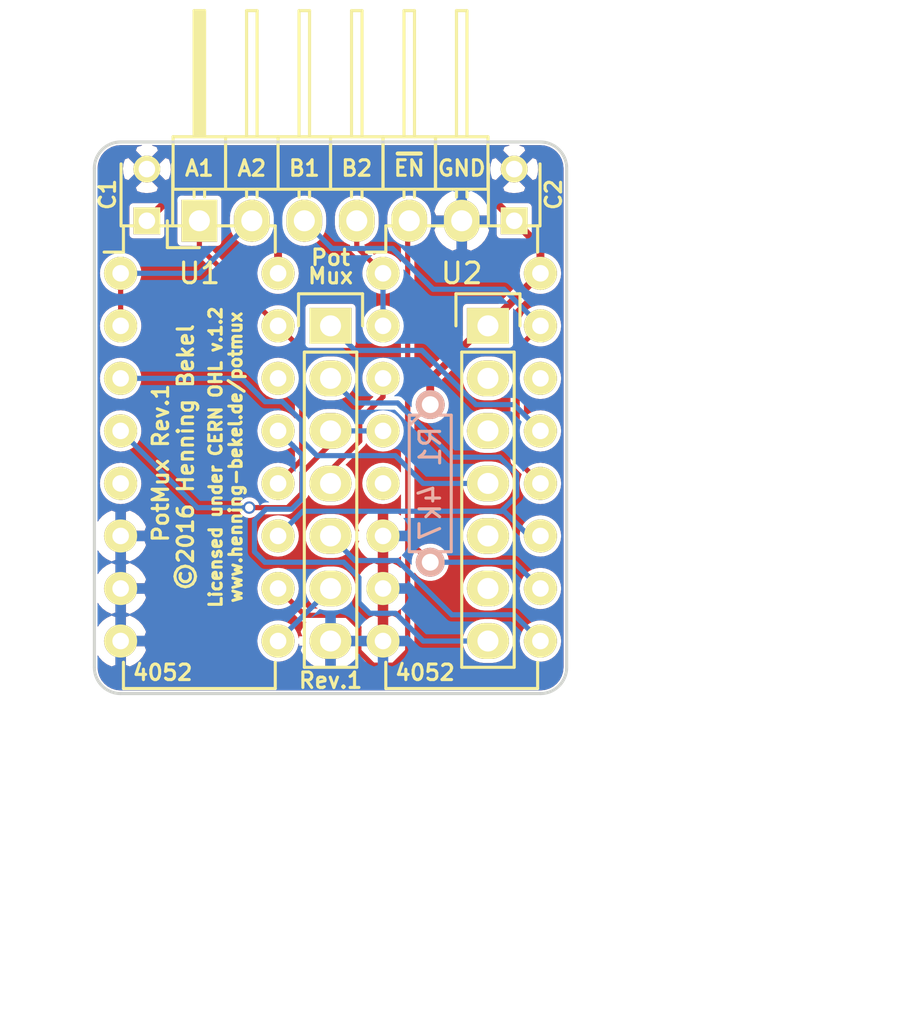
<source format=kicad_pcb>
(kicad_pcb (version 4) (host pcbnew 4.0.4-stable)

  (general
    (links 35)
    (no_connects 1)
    (area 126.165238 80.564999 174.219999 132.240001)
    (thickness 1.6)
    (drawings 26)
    (tracks 155)
    (zones 0)
    (modules 8)
    (nets 24)
  )

  (page A4)
  (title_block
    (title "PotMux - Pot line multiplexer for the C64")
    (date 2016-10-24)
    (rev 1)
    (comment 2 "Copyright Henning Bekel 2016.\\nThis documentation describes Open Hardware and is licensed under the CERN OHL v. 1.2.\\nYou may redistribute and modify this documentation under the terms of the CERN OHL v.1.2.\\n(http://ohwr.org/cernohl). This documentation is distributed WITHOUT ANY EXPRESS OR\\nIMPLIED WARRANTY, INCLUDING OF MERCHANTABILITY, SATISFACTORY QUALITY AND FITNESS\\nFOR A PARTICULAR PURPOSE. Please see the CERN OHL v.1.2 for applicable conditions")
  )

  (layers
    (0 F.Cu signal)
    (31 B.Cu signal)
    (32 B.Adhes user)
    (33 F.Adhes user)
    (34 B.Paste user)
    (35 F.Paste user)
    (36 B.SilkS user)
    (37 F.SilkS user)
    (38 B.Mask user)
    (39 F.Mask user)
    (40 Dwgs.User user)
    (41 Cmts.User user)
    (42 Eco1.User user)
    (43 Eco2.User user)
    (44 Edge.Cuts user)
    (45 Margin user)
    (46 B.CrtYd user)
    (47 F.CrtYd user)
    (48 B.Fab user)
    (49 F.Fab user)
  )

  (setup
    (last_trace_width 0.25)
    (trace_clearance 0.2)
    (zone_clearance 0.0762)
    (zone_45_only no)
    (trace_min 0.2)
    (segment_width 0.2)
    (edge_width 0.15)
    (via_size 0.6)
    (via_drill 0.4)
    (via_min_size 0.4)
    (via_min_drill 0.3)
    (uvia_size 0.3)
    (uvia_drill 0.1)
    (uvias_allowed no)
    (uvia_min_size 0.2)
    (uvia_min_drill 0.1)
    (pcb_text_width 0.3)
    (pcb_text_size 1.5 1.5)
    (mod_edge_width 0.15)
    (mod_text_size 1 1)
    (mod_text_width 0.15)
    (pad_size 1.524 1.524)
    (pad_drill 0.762)
    (pad_to_mask_clearance 0.2)
    (aux_axis_origin 0 0)
    (visible_elements 7FFFFFFF)
    (pcbplotparams
      (layerselection 0x00030_80000001)
      (usegerberextensions false)
      (excludeedgelayer true)
      (linewidth 0.100000)
      (plotframeref false)
      (viasonmask false)
      (mode 1)
      (useauxorigin false)
      (hpglpennumber 1)
      (hpglpenspeed 20)
      (hpglpendiameter 15)
      (hpglpenoverlay 2)
      (psnegative false)
      (psa4output false)
      (plotreference true)
      (plotvalue true)
      (plotinvisibletext false)
      (padsonsilk false)
      (subtractmaskfromsilk false)
      (outputformat 1)
      (mirror false)
      (drillshape 0)
      (scaleselection 1)
      (outputdirectory ""))
  )

  (net 0 "")
  (net 1 VCC)
  (net 2 GND)
  (net 3 /POTBX)
  (net 4 /POTX)
  (net 5 /POTY)
  (net 6 /POTBY)
  (net 7 /PA7)
  (net 8 /PA6)
  (net 9 /A1)
  (net 10 /A2)
  (net 11 /B1)
  (net 12 /B2)
  (net 13 /~EN)
  (net 14 /POTAY)
  (net 15 /POTAX)
  (net 16 "Net-(U1-Pad5)")
  (net 17 "Net-(U1-Pad14)")
  (net 18 "Net-(U2-Pad5)")
  (net 19 "Net-(U2-Pad14)")
  (net 20 "Net-(P3-Pad2)")
  (net 21 "Net-(P3-Pad3)")
  (net 22 "Net-(P3-Pad5)")
  (net 23 "Net-(P3-Pad6)")

  (net_class Default "Dies ist die voreingestellte Netzklasse."
    (clearance 0.2)
    (trace_width 0.25)
    (via_dia 0.6)
    (via_drill 0.4)
    (uvia_dia 0.3)
    (uvia_drill 0.1)
    (add_net /A1)
    (add_net /A2)
    (add_net /B1)
    (add_net /B2)
    (add_net /PA6)
    (add_net /PA7)
    (add_net /POTAX)
    (add_net /POTAY)
    (add_net /POTBX)
    (add_net /POTBY)
    (add_net /POTX)
    (add_net /POTY)
    (add_net /~EN)
    (add_net "Net-(P3-Pad2)")
    (add_net "Net-(P3-Pad3)")
    (add_net "Net-(P3-Pad5)")
    (add_net "Net-(P3-Pad6)")
    (add_net "Net-(U1-Pad14)")
    (add_net "Net-(U1-Pad5)")
    (add_net "Net-(U2-Pad14)")
    (add_net "Net-(U2-Pad5)")
  )

  (net_class Power ""
    (clearance 0.2)
    (trace_width 0.381)
    (via_dia 0.6)
    (via_drill 0.4)
    (uvia_dia 0.3)
    (uvia_drill 0.1)
    (add_net GND)
    (add_net VCC)
  )

  (module Capacitors_ThroughHole:C_Disc_D3_P2.5 (layer F.Cu) (tedit 580E2810) (tstamp 580DFB87)
    (at 151.13 91.44 90)
    (descr "Capacitor 3mm Disc, Pitch 2.5mm")
    (tags Capacitor)
    (path /580E8BA8)
    (fp_text reference C1 (at 5.08 0 90) (layer F.Fab)
      (effects (font (size 1 1) (thickness 0.15)))
    )
    (fp_text value 100n (at 8.255 0 90) (layer F.Fab)
      (effects (font (size 1 1) (thickness 0.15)))
    )
    (fp_line (start -0.9 -1.5) (end 3.4 -1.5) (layer F.CrtYd) (width 0.05))
    (fp_line (start 3.4 -1.5) (end 3.4 1.5) (layer F.CrtYd) (width 0.05))
    (fp_line (start 3.4 1.5) (end -0.9 1.5) (layer F.CrtYd) (width 0.05))
    (fp_line (start -0.9 1.5) (end -0.9 -1.5) (layer F.CrtYd) (width 0.05))
    (fp_line (start -0.25 -1.25) (end 2.75 -1.25) (layer F.SilkS) (width 0.15))
    (fp_line (start 2.75 1.25) (end -0.25 1.25) (layer F.SilkS) (width 0.15))
    (pad 1 thru_hole rect (at 0 0 90) (size 1.3 1.3) (drill 0.8) (layers *.Cu *.Mask F.SilkS)
      (net 1 VCC))
    (pad 2 thru_hole circle (at 2.5 0 90) (size 1.3 1.3) (drill 0.8001) (layers *.Cu *.Mask F.SilkS)
      (net 2 GND))
    (model Capacitors_ThroughHole.3dshapes/C_Disc_D3_P2.5.wrl
      (at (xyz 0.0492126 0 0))
      (scale (xyz 1 1 1))
      (rotate (xyz 0 0 0))
    )
  )

  (module Capacitors_ThroughHole:C_Disc_D3_P2.5 (layer F.Cu) (tedit 580E2805) (tstamp 580DFB8D)
    (at 133.35 91.44 90)
    (descr "Capacitor 3mm Disc, Pitch 2.5mm")
    (tags Capacitor)
    (path /580E8E2E)
    (fp_text reference C2 (at 5.08 0 90) (layer F.Fab)
      (effects (font (size 1 1) (thickness 0.15)))
    )
    (fp_text value 100n (at 8.255 0 90) (layer F.Fab)
      (effects (font (size 1 1) (thickness 0.15)))
    )
    (fp_line (start -0.9 -1.5) (end 3.4 -1.5) (layer F.CrtYd) (width 0.05))
    (fp_line (start 3.4 -1.5) (end 3.4 1.5) (layer F.CrtYd) (width 0.05))
    (fp_line (start 3.4 1.5) (end -0.9 1.5) (layer F.CrtYd) (width 0.05))
    (fp_line (start -0.9 1.5) (end -0.9 -1.5) (layer F.CrtYd) (width 0.05))
    (fp_line (start -0.25 -1.25) (end 2.75 -1.25) (layer F.SilkS) (width 0.15))
    (fp_line (start 2.75 1.25) (end -0.25 1.25) (layer F.SilkS) (width 0.15))
    (pad 1 thru_hole rect (at 0 0 90) (size 1.3 1.3) (drill 0.8) (layers *.Cu *.Mask F.SilkS)
      (net 1 VCC))
    (pad 2 thru_hole circle (at 2.5 0 90) (size 1.3 1.3) (drill 0.8001) (layers *.Cu *.Mask F.SilkS)
      (net 2 GND))
    (model Capacitors_ThroughHole.3dshapes/C_Disc_D3_P2.5.wrl
      (at (xyz 0.0492126 0 0))
      (scale (xyz 1 1 1))
      (rotate (xyz 0 0 0))
    )
  )

  (module Pin_Headers:Pin_Header_Straight_1x07 (layer F.Cu) (tedit 580E20C1) (tstamp 580DFB98)
    (at 142.24 96.52)
    (descr "Through hole pin header")
    (tags "pin header")
    (path /580E7A37)
    (fp_text reference P1 (at 0 19.05) (layer F.Fab)
      (effects (font (size 1 1) (thickness 0.15)))
    )
    (fp_text value SOCKET_LEFT (at 0 24.765 90) (layer F.Fab)
      (effects (font (size 1 1) (thickness 0.15)))
    )
    (fp_line (start -1.75 -1.75) (end -1.75 17) (layer F.CrtYd) (width 0.05))
    (fp_line (start 1.75 -1.75) (end 1.75 17) (layer F.CrtYd) (width 0.05))
    (fp_line (start -1.75 -1.75) (end 1.75 -1.75) (layer F.CrtYd) (width 0.05))
    (fp_line (start -1.75 17) (end 1.75 17) (layer F.CrtYd) (width 0.05))
    (fp_line (start 1.27 1.27) (end 1.27 16.51) (layer F.SilkS) (width 0.15))
    (fp_line (start 1.27 16.51) (end -1.27 16.51) (layer F.SilkS) (width 0.15))
    (fp_line (start -1.27 16.51) (end -1.27 1.27) (layer F.SilkS) (width 0.15))
    (fp_line (start 1.55 -1.55) (end 1.55 0) (layer F.SilkS) (width 0.15))
    (fp_line (start 1.27 1.27) (end -1.27 1.27) (layer F.SilkS) (width 0.15))
    (fp_line (start -1.55 0) (end -1.55 -1.55) (layer F.SilkS) (width 0.15))
    (fp_line (start -1.55 -1.55) (end 1.55 -1.55) (layer F.SilkS) (width 0.15))
    (pad 1 thru_hole rect (at 0 0) (size 2.032 1.7272) (drill 1.016) (layers *.Cu *.Mask F.SilkS)
      (net 3 /POTBX))
    (pad 2 thru_hole oval (at 0 2.54) (size 2.032 1.7272) (drill 1.016) (layers *.Cu *.Mask F.SilkS)
      (net 4 /POTX))
    (pad 3 thru_hole oval (at 0 5.08) (size 2.032 1.7272) (drill 1.016) (layers *.Cu *.Mask F.SilkS)
      (net 5 /POTY))
    (pad 4 thru_hole oval (at 0 7.62) (size 2.032 1.7272) (drill 1.016) (layers *.Cu *.Mask F.SilkS)
      (net 6 /POTBY))
    (pad 5 thru_hole oval (at 0 10.16) (size 2.032 1.7272) (drill 1.016) (layers *.Cu *.Mask F.SilkS)
      (net 7 /PA7))
    (pad 6 thru_hole oval (at 0 12.7) (size 2.032 1.7272) (drill 1.016) (layers *.Cu *.Mask F.SilkS)
      (net 8 /PA6))
    (pad 7 thru_hole oval (at 0 15.24) (size 2.032 1.7272) (drill 1.016) (layers *.Cu *.Mask F.SilkS)
      (net 2 GND))
    (model Pin_Headers.3dshapes/Pin_Header_Straight_1x07.wrl
      (at (xyz 0 -0.3 -0.06))
      (scale (xyz 1 1 1))
      (rotate (xyz 0 180 90))
    )
  )

  (module Pin_Headers:Pin_Header_Straight_1x07 (layer F.Cu) (tedit 580E20C6) (tstamp 580DFBAD)
    (at 149.86 96.52)
    (descr "Through hole pin header")
    (tags "pin header")
    (path /580E7AAB)
    (fp_text reference P3 (at 0 19.05) (layer F.Fab)
      (effects (font (size 1 1) (thickness 0.15)))
    )
    (fp_text value SOCKET_RIGHT (at 0 25.4 90) (layer F.Fab)
      (effects (font (size 1 1) (thickness 0.15)))
    )
    (fp_line (start -1.75 -1.75) (end -1.75 17) (layer F.CrtYd) (width 0.05))
    (fp_line (start 1.75 -1.75) (end 1.75 17) (layer F.CrtYd) (width 0.05))
    (fp_line (start -1.75 -1.75) (end 1.75 -1.75) (layer F.CrtYd) (width 0.05))
    (fp_line (start -1.75 17) (end 1.75 17) (layer F.CrtYd) (width 0.05))
    (fp_line (start 1.27 1.27) (end 1.27 16.51) (layer F.SilkS) (width 0.15))
    (fp_line (start 1.27 16.51) (end -1.27 16.51) (layer F.SilkS) (width 0.15))
    (fp_line (start -1.27 16.51) (end -1.27 1.27) (layer F.SilkS) (width 0.15))
    (fp_line (start 1.55 -1.55) (end 1.55 0) (layer F.SilkS) (width 0.15))
    (fp_line (start 1.27 1.27) (end -1.27 1.27) (layer F.SilkS) (width 0.15))
    (fp_line (start -1.55 0) (end -1.55 -1.55) (layer F.SilkS) (width 0.15))
    (fp_line (start -1.55 -1.55) (end 1.55 -1.55) (layer F.SilkS) (width 0.15))
    (pad 1 thru_hole rect (at 0 0) (size 2.032 1.7272) (drill 1.016) (layers *.Cu *.Mask F.SilkS)
      (net 1 VCC))
    (pad 2 thru_hole oval (at 0 2.54) (size 2.032 1.7272) (drill 1.016) (layers *.Cu *.Mask F.SilkS)
      (net 20 "Net-(P3-Pad2)"))
    (pad 3 thru_hole oval (at 0 5.08) (size 2.032 1.7272) (drill 1.016) (layers *.Cu *.Mask F.SilkS)
      (net 21 "Net-(P3-Pad3)"))
    (pad 4 thru_hole oval (at 0 7.62) (size 2.032 1.7272) (drill 1.016) (layers *.Cu *.Mask F.SilkS)
      (net 14 /POTAY))
    (pad 5 thru_hole oval (at 0 10.16) (size 2.032 1.7272) (drill 1.016) (layers *.Cu *.Mask F.SilkS)
      (net 22 "Net-(P3-Pad5)"))
    (pad 6 thru_hole oval (at 0 12.7) (size 2.032 1.7272) (drill 1.016) (layers *.Cu *.Mask F.SilkS)
      (net 23 "Net-(P3-Pad6)"))
    (pad 7 thru_hole oval (at 0 15.24) (size 2.032 1.7272) (drill 1.016) (layers *.Cu *.Mask F.SilkS)
      (net 15 /POTAX))
    (model Pin_Headers.3dshapes/Pin_Header_Straight_1x07.wrl
      (at (xyz 0 -0.3 -0.06))
      (scale (xyz 1 1 1))
      (rotate (xyz 0 180 90))
    )
  )

  (module Discret:R3 (layer B.Cu) (tedit 580E2A2A) (tstamp 580DFBB3)
    (at 147.066 104.14 270)
    (descr "Resitance 3 pas")
    (tags R)
    (path /580E88C9)
    (fp_text reference R1 (at -1.778 0 270) (layer B.SilkS)
      (effects (font (size 1 1) (thickness 0.15)) (justify mirror))
    )
    (fp_text value 4k7 (at 1.397 0 270) (layer B.SilkS)
      (effects (font (size 1 1) (thickness 0.15)) (justify mirror))
    )
    (fp_line (start -3.81 0) (end -3.302 0) (layer B.SilkS) (width 0.15))
    (fp_line (start 3.81 0) (end 3.302 0) (layer B.SilkS) (width 0.15))
    (fp_line (start 3.302 0) (end 3.302 1.016) (layer B.SilkS) (width 0.15))
    (fp_line (start 3.302 1.016) (end -3.302 1.016) (layer B.SilkS) (width 0.15))
    (fp_line (start -3.302 1.016) (end -3.302 -1.016) (layer B.SilkS) (width 0.15))
    (fp_line (start -3.302 -1.016) (end 3.302 -1.016) (layer B.SilkS) (width 0.15))
    (fp_line (start 3.302 -1.016) (end 3.302 0) (layer B.SilkS) (width 0.15))
    (fp_line (start -3.302 0.508) (end -2.794 1.016) (layer B.SilkS) (width 0.15))
    (pad 1 thru_hole circle (at -3.81 0 270) (size 1.397 1.397) (drill 0.8128) (layers *.Cu *.Mask B.SilkS)
      (net 1 VCC))
    (pad 2 thru_hole circle (at 3.81 0 270) (size 1.397 1.397) (drill 0.8128) (layers *.Cu *.Mask B.SilkS)
      (net 13 /~EN))
    (model Discret.3dshapes/R3.wrl
      (at (xyz 0 0 0))
      (scale (xyz 0.3 0.3 0.3))
      (rotate (xyz 0 0 180))
    )
  )

  (module Housings_DIP:DIP-16_W7.62mm (layer F.Cu) (tedit 580E210D) (tstamp 580DFBC7)
    (at 132.08 93.98)
    (descr "16-lead dip package, row spacing 7.62 mm (300 mils)")
    (tags "dil dip 2.54 300")
    (path /580E8125)
    (fp_text reference U1 (at 3.81 0) (layer F.SilkS)
      (effects (font (size 1 1) (thickness 0.15)))
    )
    (fp_text value 4052 (at -3.81 0) (layer F.Fab)
      (effects (font (size 1 1) (thickness 0.15)))
    )
    (fp_line (start -1.05 -2.45) (end -1.05 20.25) (layer F.CrtYd) (width 0.05))
    (fp_line (start 8.65 -2.45) (end 8.65 20.25) (layer F.CrtYd) (width 0.05))
    (fp_line (start -1.05 -2.45) (end 8.65 -2.45) (layer F.CrtYd) (width 0.05))
    (fp_line (start -1.05 20.25) (end 8.65 20.25) (layer F.CrtYd) (width 0.05))
    (fp_line (start 0.135 -2.295) (end 0.135 -1.025) (layer F.SilkS) (width 0.15))
    (fp_line (start 7.485 -2.295) (end 7.485 -1.025) (layer F.SilkS) (width 0.15))
    (fp_line (start 7.485 20.075) (end 7.485 18.805) (layer F.SilkS) (width 0.15))
    (fp_line (start 0.135 20.075) (end 0.135 18.805) (layer F.SilkS) (width 0.15))
    (fp_line (start 0.135 -2.295) (end 7.485 -2.295) (layer F.SilkS) (width 0.15))
    (fp_line (start 0.135 20.075) (end 7.485 20.075) (layer F.SilkS) (width 0.15))
    (fp_line (start 0.135 -1.025) (end -0.8 -1.025) (layer F.SilkS) (width 0.15))
    (pad 1 thru_hole oval (at 0 0) (size 1.6 1.6) (drill 0.8) (layers *.Cu *.Mask F.SilkS)
      (net 10 /A2))
    (pad 2 thru_hole oval (at 0 2.54) (size 1.6 1.6) (drill 0.8) (layers *.Cu *.Mask F.SilkS)
      (net 10 /A2))
    (pad 3 thru_hole oval (at 0 5.08) (size 1.6 1.6) (drill 0.8) (layers *.Cu *.Mask F.SilkS)
      (net 14 /POTAY))
    (pad 4 thru_hole oval (at 0 7.62) (size 1.6 1.6) (drill 0.8) (layers *.Cu *.Mask F.SilkS)
      (net 5 /POTY))
    (pad 5 thru_hole oval (at 0 10.16) (size 1.6 1.6) (drill 0.8) (layers *.Cu *.Mask F.SilkS)
      (net 16 "Net-(U1-Pad5)"))
    (pad 6 thru_hole oval (at 0 12.7) (size 1.6 1.6) (drill 0.8) (layers *.Cu *.Mask F.SilkS)
      (net 2 GND))
    (pad 7 thru_hole oval (at 0 15.24) (size 1.6 1.6) (drill 0.8) (layers *.Cu *.Mask F.SilkS)
      (net 2 GND))
    (pad 8 thru_hole oval (at 0 17.78) (size 1.6 1.6) (drill 0.8) (layers *.Cu *.Mask F.SilkS)
      (net 2 GND))
    (pad 9 thru_hole oval (at 7.62 17.78) (size 1.6 1.6) (drill 0.8) (layers *.Cu *.Mask F.SilkS)
      (net 8 /PA6))
    (pad 10 thru_hole oval (at 7.62 15.24) (size 1.6 1.6) (drill 0.8) (layers *.Cu *.Mask F.SilkS)
      (net 13 /~EN))
    (pad 11 thru_hole oval (at 7.62 12.7) (size 1.6 1.6) (drill 0.8) (layers *.Cu *.Mask F.SilkS)
      (net 4 /POTX))
    (pad 12 thru_hole oval (at 7.62 10.16) (size 1.6 1.6) (drill 0.8) (layers *.Cu *.Mask F.SilkS)
      (net 9 /A1))
    (pad 13 thru_hole oval (at 7.62 7.62) (size 1.6 1.6) (drill 0.8) (layers *.Cu *.Mask F.SilkS)
      (net 15 /POTAX))
    (pad 14 thru_hole oval (at 7.62 5.08) (size 1.6 1.6) (drill 0.8) (layers *.Cu *.Mask F.SilkS)
      (net 17 "Net-(U1-Pad14)"))
    (pad 15 thru_hole oval (at 7.62 2.54) (size 1.6 1.6) (drill 0.8) (layers *.Cu *.Mask F.SilkS)
      (net 9 /A1))
    (pad 16 thru_hole oval (at 7.62 0) (size 1.6 1.6) (drill 0.8) (layers *.Cu *.Mask F.SilkS)
      (net 1 VCC))
    (model Housings_DIP.3dshapes/DIP-16_W7.62mm.wrl
      (at (xyz 0 0 0))
      (scale (xyz 1 1 1))
      (rotate (xyz 0 0 0))
    )
  )

  (module Housings_DIP:DIP-16_W7.62mm (layer F.Cu) (tedit 580E2113) (tstamp 580DFBDB)
    (at 144.78 93.98)
    (descr "16-lead dip package, row spacing 7.62 mm (300 mils)")
    (tags "dil dip 2.54 300")
    (path /580E8430)
    (fp_text reference U2 (at 3.81 0) (layer F.SilkS)
      (effects (font (size 1 1) (thickness 0.15)))
    )
    (fp_text value 4052 (at 11.43 0) (layer F.Fab)
      (effects (font (size 1 1) (thickness 0.15)))
    )
    (fp_line (start -1.05 -2.45) (end -1.05 20.25) (layer F.CrtYd) (width 0.05))
    (fp_line (start 8.65 -2.45) (end 8.65 20.25) (layer F.CrtYd) (width 0.05))
    (fp_line (start -1.05 -2.45) (end 8.65 -2.45) (layer F.CrtYd) (width 0.05))
    (fp_line (start -1.05 20.25) (end 8.65 20.25) (layer F.CrtYd) (width 0.05))
    (fp_line (start 0.135 -2.295) (end 0.135 -1.025) (layer F.SilkS) (width 0.15))
    (fp_line (start 7.485 -2.295) (end 7.485 -1.025) (layer F.SilkS) (width 0.15))
    (fp_line (start 7.485 20.075) (end 7.485 18.805) (layer F.SilkS) (width 0.15))
    (fp_line (start 0.135 20.075) (end 0.135 18.805) (layer F.SilkS) (width 0.15))
    (fp_line (start 0.135 -2.295) (end 7.485 -2.295) (layer F.SilkS) (width 0.15))
    (fp_line (start 0.135 20.075) (end 7.485 20.075) (layer F.SilkS) (width 0.15))
    (fp_line (start 0.135 -1.025) (end -0.8 -1.025) (layer F.SilkS) (width 0.15))
    (pad 1 thru_hole oval (at 0 0) (size 1.6 1.6) (drill 0.8) (layers *.Cu *.Mask F.SilkS)
      (net 12 /B2))
    (pad 2 thru_hole oval (at 0 2.54) (size 1.6 1.6) (drill 0.8) (layers *.Cu *.Mask F.SilkS)
      (net 12 /B2))
    (pad 3 thru_hole oval (at 0 5.08) (size 1.6 1.6) (drill 0.8) (layers *.Cu *.Mask F.SilkS)
      (net 6 /POTBY))
    (pad 4 thru_hole oval (at 0 7.62) (size 1.6 1.6) (drill 0.8) (layers *.Cu *.Mask F.SilkS)
      (net 5 /POTY))
    (pad 5 thru_hole oval (at 0 10.16) (size 1.6 1.6) (drill 0.8) (layers *.Cu *.Mask F.SilkS)
      (net 18 "Net-(U2-Pad5)"))
    (pad 6 thru_hole oval (at 0 12.7) (size 1.6 1.6) (drill 0.8) (layers *.Cu *.Mask F.SilkS)
      (net 2 GND))
    (pad 7 thru_hole oval (at 0 15.24) (size 1.6 1.6) (drill 0.8) (layers *.Cu *.Mask F.SilkS)
      (net 2 GND))
    (pad 8 thru_hole oval (at 0 17.78) (size 1.6 1.6) (drill 0.8) (layers *.Cu *.Mask F.SilkS)
      (net 2 GND))
    (pad 9 thru_hole oval (at 7.62 17.78) (size 1.6 1.6) (drill 0.8) (layers *.Cu *.Mask F.SilkS)
      (net 7 /PA7))
    (pad 10 thru_hole oval (at 7.62 15.24) (size 1.6 1.6) (drill 0.8) (layers *.Cu *.Mask F.SilkS)
      (net 13 /~EN))
    (pad 11 thru_hole oval (at 7.62 12.7) (size 1.6 1.6) (drill 0.8) (layers *.Cu *.Mask F.SilkS)
      (net 4 /POTX))
    (pad 12 thru_hole oval (at 7.62 10.16) (size 1.6 1.6) (drill 0.8) (layers *.Cu *.Mask F.SilkS)
      (net 11 /B1))
    (pad 13 thru_hole oval (at 7.62 7.62) (size 1.6 1.6) (drill 0.8) (layers *.Cu *.Mask F.SilkS)
      (net 3 /POTBX))
    (pad 14 thru_hole oval (at 7.62 5.08) (size 1.6 1.6) (drill 0.8) (layers *.Cu *.Mask F.SilkS)
      (net 19 "Net-(U2-Pad14)"))
    (pad 15 thru_hole oval (at 7.62 2.54) (size 1.6 1.6) (drill 0.8) (layers *.Cu *.Mask F.SilkS)
      (net 11 /B1))
    (pad 16 thru_hole oval (at 7.62 0) (size 1.6 1.6) (drill 0.8) (layers *.Cu *.Mask F.SilkS)
      (net 1 VCC))
    (model Housings_DIP.3dshapes/DIP-16_W7.62mm.wrl
      (at (xyz 0 0 0))
      (scale (xyz 1 1 1))
      (rotate (xyz 0 0 0))
    )
  )

  (module Pin_Headers:Pin_Header_Angled_1x06 (layer F.Cu) (tedit 580E1EDB) (tstamp 580DFE33)
    (at 135.89 91.44 90)
    (descr "Through hole pin header")
    (tags "pin header")
    (path /580E7C4B)
    (fp_text reference P2 (at 7.62 6.35 180) (layer F.Fab)
      (effects (font (size 1 1) (thickness 0.15)))
    )
    (fp_text value KEYMAN64 (at 6.35 6.35 180) (layer F.Fab)
      (effects (font (size 1 1) (thickness 0.15)))
    )
    (fp_line (start -1.5 -1.75) (end -1.5 14.45) (layer F.CrtYd) (width 0.05))
    (fp_line (start 10.65 -1.75) (end 10.65 14.45) (layer F.CrtYd) (width 0.05))
    (fp_line (start -1.5 -1.75) (end 10.65 -1.75) (layer F.CrtYd) (width 0.05))
    (fp_line (start -1.5 14.45) (end 10.65 14.45) (layer F.CrtYd) (width 0.05))
    (fp_line (start -1.3 -1.55) (end -1.3 0) (layer F.SilkS) (width 0.15))
    (fp_line (start 0 -1.55) (end -1.3 -1.55) (layer F.SilkS) (width 0.15))
    (fp_line (start 4.191 -0.127) (end 10.033 -0.127) (layer F.SilkS) (width 0.15))
    (fp_line (start 10.033 -0.127) (end 10.033 0.127) (layer F.SilkS) (width 0.15))
    (fp_line (start 10.033 0.127) (end 4.191 0.127) (layer F.SilkS) (width 0.15))
    (fp_line (start 4.191 0.127) (end 4.191 0) (layer F.SilkS) (width 0.15))
    (fp_line (start 4.191 0) (end 10.033 0) (layer F.SilkS) (width 0.15))
    (fp_line (start 1.524 -0.254) (end 1.143 -0.254) (layer F.SilkS) (width 0.15))
    (fp_line (start 1.524 0.254) (end 1.143 0.254) (layer F.SilkS) (width 0.15))
    (fp_line (start 1.524 2.286) (end 1.143 2.286) (layer F.SilkS) (width 0.15))
    (fp_line (start 1.524 2.794) (end 1.143 2.794) (layer F.SilkS) (width 0.15))
    (fp_line (start 1.524 4.826) (end 1.143 4.826) (layer F.SilkS) (width 0.15))
    (fp_line (start 1.524 5.334) (end 1.143 5.334) (layer F.SilkS) (width 0.15))
    (fp_line (start 1.524 12.954) (end 1.143 12.954) (layer F.SilkS) (width 0.15))
    (fp_line (start 1.524 12.446) (end 1.143 12.446) (layer F.SilkS) (width 0.15))
    (fp_line (start 1.524 10.414) (end 1.143 10.414) (layer F.SilkS) (width 0.15))
    (fp_line (start 1.524 9.906) (end 1.143 9.906) (layer F.SilkS) (width 0.15))
    (fp_line (start 1.524 7.874) (end 1.143 7.874) (layer F.SilkS) (width 0.15))
    (fp_line (start 1.524 7.366) (end 1.143 7.366) (layer F.SilkS) (width 0.15))
    (fp_line (start 1.524 -1.27) (end 4.064 -1.27) (layer F.SilkS) (width 0.15))
    (fp_line (start 1.524 1.27) (end 4.064 1.27) (layer F.SilkS) (width 0.15))
    (fp_line (start 1.524 1.27) (end 1.524 3.81) (layer F.SilkS) (width 0.15))
    (fp_line (start 1.524 3.81) (end 4.064 3.81) (layer F.SilkS) (width 0.15))
    (fp_line (start 4.064 2.286) (end 10.16 2.286) (layer F.SilkS) (width 0.15))
    (fp_line (start 10.16 2.286) (end 10.16 2.794) (layer F.SilkS) (width 0.15))
    (fp_line (start 10.16 2.794) (end 4.064 2.794) (layer F.SilkS) (width 0.15))
    (fp_line (start 4.064 3.81) (end 4.064 1.27) (layer F.SilkS) (width 0.15))
    (fp_line (start 4.064 1.27) (end 4.064 -1.27) (layer F.SilkS) (width 0.15))
    (fp_line (start 10.16 0.254) (end 4.064 0.254) (layer F.SilkS) (width 0.15))
    (fp_line (start 10.16 -0.254) (end 10.16 0.254) (layer F.SilkS) (width 0.15))
    (fp_line (start 4.064 -0.254) (end 10.16 -0.254) (layer F.SilkS) (width 0.15))
    (fp_line (start 1.524 1.27) (end 4.064 1.27) (layer F.SilkS) (width 0.15))
    (fp_line (start 1.524 -1.27) (end 1.524 1.27) (layer F.SilkS) (width 0.15))
    (fp_line (start 1.524 8.89) (end 4.064 8.89) (layer F.SilkS) (width 0.15))
    (fp_line (start 1.524 8.89) (end 1.524 11.43) (layer F.SilkS) (width 0.15))
    (fp_line (start 1.524 11.43) (end 4.064 11.43) (layer F.SilkS) (width 0.15))
    (fp_line (start 4.064 9.906) (end 10.16 9.906) (layer F.SilkS) (width 0.15))
    (fp_line (start 10.16 9.906) (end 10.16 10.414) (layer F.SilkS) (width 0.15))
    (fp_line (start 10.16 10.414) (end 4.064 10.414) (layer F.SilkS) (width 0.15))
    (fp_line (start 4.064 11.43) (end 4.064 8.89) (layer F.SilkS) (width 0.15))
    (fp_line (start 4.064 13.97) (end 4.064 11.43) (layer F.SilkS) (width 0.15))
    (fp_line (start 10.16 12.954) (end 4.064 12.954) (layer F.SilkS) (width 0.15))
    (fp_line (start 10.16 12.446) (end 10.16 12.954) (layer F.SilkS) (width 0.15))
    (fp_line (start 4.064 12.446) (end 10.16 12.446) (layer F.SilkS) (width 0.15))
    (fp_line (start 1.524 13.97) (end 4.064 13.97) (layer F.SilkS) (width 0.15))
    (fp_line (start 1.524 11.43) (end 1.524 13.97) (layer F.SilkS) (width 0.15))
    (fp_line (start 1.524 11.43) (end 4.064 11.43) (layer F.SilkS) (width 0.15))
    (fp_line (start 1.524 6.35) (end 4.064 6.35) (layer F.SilkS) (width 0.15))
    (fp_line (start 1.524 6.35) (end 1.524 8.89) (layer F.SilkS) (width 0.15))
    (fp_line (start 1.524 8.89) (end 4.064 8.89) (layer F.SilkS) (width 0.15))
    (fp_line (start 4.064 7.366) (end 10.16 7.366) (layer F.SilkS) (width 0.15))
    (fp_line (start 10.16 7.366) (end 10.16 7.874) (layer F.SilkS) (width 0.15))
    (fp_line (start 10.16 7.874) (end 4.064 7.874) (layer F.SilkS) (width 0.15))
    (fp_line (start 4.064 8.89) (end 4.064 6.35) (layer F.SilkS) (width 0.15))
    (fp_line (start 4.064 6.35) (end 4.064 3.81) (layer F.SilkS) (width 0.15))
    (fp_line (start 10.16 5.334) (end 4.064 5.334) (layer F.SilkS) (width 0.15))
    (fp_line (start 10.16 4.826) (end 10.16 5.334) (layer F.SilkS) (width 0.15))
    (fp_line (start 4.064 4.826) (end 10.16 4.826) (layer F.SilkS) (width 0.15))
    (fp_line (start 1.524 6.35) (end 4.064 6.35) (layer F.SilkS) (width 0.15))
    (fp_line (start 1.524 3.81) (end 1.524 6.35) (layer F.SilkS) (width 0.15))
    (fp_line (start 1.524 3.81) (end 4.064 3.81) (layer F.SilkS) (width 0.15))
    (pad 1 thru_hole rect (at 0 0 90) (size 2.032 1.7272) (drill 1.016) (layers *.Cu *.Mask F.SilkS)
      (net 9 /A1))
    (pad 2 thru_hole oval (at 0 2.54 90) (size 2.032 1.7272) (drill 1.016) (layers *.Cu *.Mask F.SilkS)
      (net 10 /A2))
    (pad 3 thru_hole oval (at 0 5.08 90) (size 2.032 1.7272) (drill 1.016) (layers *.Cu *.Mask F.SilkS)
      (net 11 /B1))
    (pad 4 thru_hole oval (at 0 7.62 90) (size 2.032 1.7272) (drill 1.016) (layers *.Cu *.Mask F.SilkS)
      (net 12 /B2))
    (pad 5 thru_hole oval (at 0 10.16 90) (size 2.032 1.7272) (drill 1.016) (layers *.Cu *.Mask F.SilkS)
      (net 13 /~EN))
    (pad 6 thru_hole oval (at 0 12.7 90) (size 2.032 1.7272) (drill 1.016) (layers *.Cu *.Mask F.SilkS)
      (net 2 GND))
    (model Pin_Headers.3dshapes/Pin_Header_Angled_1x06.wrl
      (at (xyz 0 -0.25 0))
      (scale (xyz 1 1 1))
      (rotate (xyz 0 0 90))
    )
  )

  (gr_text "Licensed under CERN OHL v.1.2\nwww.henning-bekel.de/potmux" (at 137.16 102.87 90) (layer F.SilkS)
    (effects (font (size 0.6 0.6) (thickness 0.15)))
  )
  (gr_text "PotMux Rev.1 \n©2016 Henning Bekel" (at 134.62 102.87 90) (layer F.SilkS)
    (effects (font (size 0.75 0.75) (thickness 0.15)))
  )
  (gr_line (start 145.4912 88.1888) (end 146.6088 88.1888) (angle 90) (layer F.SilkS) (width 0.2))
  (gr_line (start 130.81 113.03) (end 130.81 88.9) (angle 90) (layer Edge.Cuts) (width 0.15))
  (gr_line (start 152.4 114.3) (end 132.08 114.3) (angle 90) (layer Edge.Cuts) (width 0.15))
  (gr_line (start 153.67 88.9) (end 153.67 113.03) (angle 90) (layer Edge.Cuts) (width 0.15))
  (gr_line (start 132.08 87.63) (end 152.4 87.63) (angle 90) (layer Edge.Cuts) (width 0.15))
  (gr_arc (start 132.08 113.03) (end 132.08 114.3) (angle 90) (layer Edge.Cuts) (width 0.15))
  (gr_arc (start 152.4 113.03) (end 153.67 113.03) (angle 90) (layer Edge.Cuts) (width 0.15))
  (gr_arc (start 152.4 88.9) (end 152.4 87.63) (angle 90) (layer Edge.Cuts) (width 0.15))
  (gr_arc (start 132.08 88.9) (end 130.81 88.9) (angle 90) (layer Edge.Cuts) (width 0.15))
  (gr_text C2 (at 153.035 90.17 90) (layer F.SilkS)
    (effects (font (size 0.75 0.75) (thickness 0.15)))
  )
  (gr_text C1 (at 131.445 90.17 90) (layer F.SilkS)
    (effects (font (size 0.75 0.75) (thickness 0.15)))
  )
  (gr_text Rev.1 (at 142.24 113.665) (layer F.SilkS)
    (effects (font (size 0.75 0.75) (thickness 0.15)))
  )
  (gr_text Mux (at 142.24 94.107) (layer F.SilkS)
    (effects (font (size 0.75 0.75) (thickness 0.15)))
  )
  (gr_text "Pot\n" (at 142.24 93.218) (layer F.SilkS)
    (effects (font (size 0.75 0.75) (thickness 0.15)))
  )
  (gr_text GND (at 148.59 88.9) (layer F.SilkS)
    (effects (font (size 0.75 0.75) (thickness 0.15)))
  )
  (gr_text EN (at 146.05 88.9) (layer F.SilkS)
    (effects (font (size 0.75 0.75) (thickness 0.15)))
  )
  (gr_text B2 (at 143.51 88.9) (layer F.SilkS)
    (effects (font (size 0.75 0.75) (thickness 0.15)))
  )
  (gr_text B1 (at 140.97 88.9) (layer F.SilkS)
    (effects (font (size 0.75 0.75) (thickness 0.15)))
  )
  (gr_text A2 (at 138.43 88.9) (layer F.SilkS)
    (effects (font (size 0.75 0.75) (thickness 0.15)))
  )
  (gr_text A1 (at 135.89 88.9) (layer F.SilkS)
    (effects (font (size 0.75 0.75) (thickness 0.15)))
  )
  (dimension 22.86 (width 0.3) (layer Dwgs.User)
    (gr_text "22,860 mm" (at 142.24 130.89) (layer Dwgs.User)
      (effects (font (size 1.5 1.5) (thickness 0.3)))
    )
    (feature1 (pts (xy 153.67 114.3) (xy 153.67 132.24)))
    (feature2 (pts (xy 130.81 114.3) (xy 130.81 132.24)))
    (crossbar (pts (xy 130.81 129.54) (xy 153.67 129.54)))
    (arrow1a (pts (xy 153.67 129.54) (xy 152.543496 130.126421)))
    (arrow1b (pts (xy 153.67 129.54) (xy 152.543496 128.953579)))
    (arrow2a (pts (xy 130.81 129.54) (xy 131.936504 130.126421)))
    (arrow2b (pts (xy 130.81 129.54) (xy 131.936504 128.953579)))
  )
  (gr_text 4052 (at 146.812 113.284) (layer F.SilkS)
    (effects (font (size 0.75 0.75) (thickness 0.15)))
  )
  (gr_text 4052 (at 134.112 113.284) (layer F.SilkS)
    (effects (font (size 0.75 0.75) (thickness 0.15)))
  )
  (dimension 26.67 (width 0.3) (layer Dwgs.User)
    (gr_text "26,670 mm" (at 167.719999 100.965 90) (layer Dwgs.User)
      (effects (font (size 1.5 1.5) (thickness 0.3)))
    )
    (feature1 (pts (xy 153.67 87.63) (xy 169.069999 87.63)))
    (feature2 (pts (xy 153.67 114.3) (xy 169.069999 114.3)))
    (crossbar (pts (xy 166.369999 114.3) (xy 166.369999 87.63)))
    (arrow1a (pts (xy 166.369999 87.63) (xy 166.95642 88.756504)))
    (arrow1b (pts (xy 166.369999 87.63) (xy 165.783578 88.756504)))
    (arrow2a (pts (xy 166.369999 114.3) (xy 166.95642 113.173496)))
    (arrow2b (pts (xy 166.369999 114.3) (xy 165.783578 113.173496)))
  )

  (segment (start 152.4 93.98) (end 152.4 92.71) (width 0.381) (layer F.Cu) (net 1))
  (segment (start 152.4 92.71) (end 151.13 91.44) (width 0.381) (layer F.Cu) (net 1) (tstamp 580F53B9))
  (segment (start 139.7 93.98) (end 139.7 89.662) (width 0.381) (layer F.Cu) (net 1))
  (segment (start 151.13 91.44) (end 149.352 89.662) (width 0.381) (layer F.Cu) (net 1))
  (segment (start 149.352 89.662) (end 139.7 89.662) (width 0.381) (layer F.Cu) (net 1) (tstamp 580F536E))
  (segment (start 135.128 89.662) (end 133.35 91.44) (width 0.381) (layer F.Cu) (net 1) (tstamp 580F5372))
  (segment (start 139.7 89.662) (end 135.128 89.662) (width 0.381) (layer F.Cu) (net 1) (tstamp 580F53A4))
  (segment (start 149.86 96.52) (end 152.4 93.98) (width 0.381) (layer F.Cu) (net 1))
  (segment (start 149.86 95.8928) (end 149.86 96.3334) (width 0.381) (layer F.Cu) (net 1))
  (segment (start 149.86 96.52) (end 149.86 96.3334) (width 0.381) (layer F.Cu) (net 1))
  (segment (start 147.066 99.1274) (end 147.066 100.33) (width 0.381) (layer F.Cu) (net 1))
  (segment (start 149.86 96.3334) (end 147.066 99.1274) (width 0.381) (layer F.Cu) (net 1))
  (segment (start 132.08 111.76) (end 135.255 111.76) (width 0.381) (layer B.Cu) (net 2) (status 400000))
  (segment (start 135.255 111.76) (end 137.16 113.665) (width 0.381) (layer B.Cu) (net 2) (tstamp 5813045B))
  (segment (start 133.35 88.94) (end 133.35 88.9381) (width 0.381) (layer B.Cu) (net 2))
  (segment (start 133.35 88.9381) (end 134.1628 88.1253) (width 0.381) (layer B.Cu) (net 2) (tstamp 580E2979))
  (segment (start 146.9009 88.1253) (end 148.59 89.8144) (width 0.381) (layer B.Cu) (net 2) (tstamp 580E297D))
  (segment (start 134.1628 88.1253) (end 146.9009 88.1253) (width 0.381) (layer B.Cu) (net 2) (tstamp 580E297A))
  (segment (start 142.24 111.76) (end 142.24 113.1316) (width 0.381) (layer B.Cu) (net 2))
  (segment (start 142.24 113.1316) (end 141.7066 113.665) (width 0.381) (layer B.Cu) (net 2) (tstamp 580E2966))
  (segment (start 141.7066 113.665) (end 137.16 113.665) (width 0.381) (layer B.Cu) (net 2) (tstamp 580E2968))
  (segment (start 132.08 106.68) (end 133.7691 106.68) (width 0.381) (layer F.Cu) (net 2))
  (segment (start 134.5819 94.5859) (end 132.3091 92.3131) (width 0.381) (layer F.Cu) (net 2) (tstamp 580E2955))
  (segment (start 134.5819 105.8672) (end 134.5819 94.5859) (width 0.381) (layer F.Cu) (net 2) (tstamp 580E2951))
  (segment (start 133.7691 106.68) (end 134.5819 105.8672) (width 0.381) (layer F.Cu) (net 2) (tstamp 580E2950))
  (segment (start 147.7156 88.94) (end 148.59 89.8144) (width 0.381) (layer B.Cu) (net 2) (tstamp 580E2938))
  (segment (start 151.13 88.94) (end 151.13 88.9508) (width 0.381) (layer B.Cu) (net 2))
  (segment (start 151.13 88.9508) (end 150.4061 89.6747) (width 0.381) (layer B.Cu) (net 2) (tstamp 580E290B))
  (segment (start 148.59 89.8144) (end 148.59 91.44) (width 0.381) (layer B.Cu) (net 2) (tstamp 580E2925))
  (segment (start 148.7297 89.6747) (end 148.59 89.8144) (width 0.381) (layer B.Cu) (net 2) (tstamp 580E2924))
  (segment (start 150.4061 89.6747) (end 148.7297 89.6747) (width 0.381) (layer B.Cu) (net 2) (tstamp 580E2920))
  (segment (start 142.24 111.76) (end 144.78 111.76) (width 0.381) (layer B.Cu) (net 2))
  (segment (start 144.78 111.76) (end 144.78 109.22) (width 0.381) (layer F.Cu) (net 2))
  (segment (start 144.78 109.22) (end 144.78 106.68) (width 0.381) (layer F.Cu) (net 2))
  (segment (start 132.08 111.76) (end 132.08 109.22) (width 0.381) (layer F.Cu) (net 2))
  (segment (start 132.08 109.22) (end 132.08 106.68) (width 0.381) (layer F.Cu) (net 2))
  (segment (start 142.24 111.76) (end 142.24 112.3872) (width 0.381) (layer B.Cu) (net 2))
  (segment (start 144.78 111.76) (end 143.5892 111.76) (width 0.381) (layer B.Cu) (net 2))
  (segment (start 132.3091 89.9809) (end 132.3091 92.3131) (width 0.381) (layer F.Cu) (net 2))
  (segment (start 133.35 88.94) (end 132.3091 89.9809) (width 0.381) (layer F.Cu) (net 2))
  (segment (start 144.2212 97.7089) (end 143.4289 97.7089) (width 0.25) (layer B.Cu) (net 3))
  (segment (start 143.4289 97.7089) (end 142.24 96.52) (width 0.25) (layer B.Cu) (net 3) (tstamp 580E2526))
  (segment (start 150.0124 100.33) (end 151.13 100.33) (width 0.25) (layer B.Cu) (net 3))
  (segment (start 151.13 100.33) (end 152.4 101.6) (width 0.25) (layer B.Cu) (net 3) (tstamp 580E24E3))
  (segment (start 149.2824 100.33) (end 150.0124 100.33) (width 0.25) (layer B.Cu) (net 3))
  (segment (start 146.6613 97.7089) (end 149.2824 100.33) (width 0.25) (layer B.Cu) (net 3))
  (segment (start 144.2212 97.7089) (end 146.6613 97.7089) (width 0.25) (layer B.Cu) (net 3) (tstamp 580E2524))
  (segment (start 152.4 106.68) (end 151.8412 106.68) (width 0.25) (layer B.Cu) (net 4))
  (segment (start 151.8412 106.68) (end 150.6461 105.4849) (width 0.25) (layer B.Cu) (net 4) (tstamp 580F58F8))
  (segment (start 144.6784 100.2489) (end 143.4289 100.2489) (width 0.25) (layer B.Cu) (net 4))
  (segment (start 143.4289 100.2489) (end 142.24 99.06) (width 0.25) (layer B.Cu) (net 4) (tstamp 580E2520))
  (segment (start 142.9512 105.4849) (end 140.8951 105.4849) (width 0.25) (layer B.Cu) (net 4))
  (segment (start 140.8951 105.4849) (end 139.7 106.68) (width 0.25) (layer B.Cu) (net 4) (tstamp 580E250E))
  (segment (start 150.0632 105.4849) (end 150.6461 105.4849) (width 0.25) (layer B.Cu) (net 4))
  (segment (start 145.4894 100.2489) (end 144.6784 100.2489) (width 0.25) (layer B.Cu) (net 4))
  (segment (start 148.1105 102.87) (end 145.4894 100.2489) (width 0.25) (layer B.Cu) (net 4))
  (segment (start 150.4254 102.87) (end 148.1105 102.87) (width 0.25) (layer B.Cu) (net 4))
  (segment (start 151.2512 103.6958) (end 150.4254 102.87) (width 0.25) (layer B.Cu) (net 4))
  (segment (start 151.2512 104.7353) (end 151.2512 103.6958) (width 0.25) (layer B.Cu) (net 4))
  (segment (start 150.5016 105.4849) (end 151.2512 104.7353) (width 0.25) (layer B.Cu) (net 4))
  (segment (start 150.5016 105.4849) (end 150.0632 105.4849) (width 0.25) (layer B.Cu) (net 4))
  (segment (start 150.0632 105.4849) (end 142.9512 105.4849) (width 0.25) (layer B.Cu) (net 4) (tstamp 580E24E7))
  (segment (start 138.303 105.3084) (end 135.7916 105.3116) (width 0.25) (layer B.Cu) (net 5))
  (segment (start 135.7916 105.3116) (end 132.08 101.6) (width 0.25) (layer B.Cu) (net 5) (tstamp 580F5933))
  (segment (start 142.24 101.6) (end 142.24 102.235) (width 0.25) (layer F.Cu) (net 5))
  (segment (start 142.24 102.235) (end 140.8489 103.6261) (width 0.25) (layer F.Cu) (net 5) (tstamp 580E26C0))
  (via (at 138.303 105.3084) (size 0.6) (layers F.Cu B.Cu) (net 5))
  (segment (start 144.78 101.6) (end 142.24 101.6) (width 0.25) (layer B.Cu) (net 5))
  (segment (start 140.1603 105.3116) (end 138.303 105.3084) (width 0.25) (layer F.Cu) (net 5))
  (segment (start 140.8489 104.623) (end 140.1603 105.3116) (width 0.25) (layer F.Cu) (net 5))
  (segment (start 140.8489 103.6261) (end 140.8489 104.623) (width 0.25) (layer F.Cu) (net 5) (tstamp 580E26CD))
  (segment (start 144.78 99.06) (end 144.78 99.949) (width 0.25) (layer F.Cu) (net 6))
  (segment (start 144.78 99.949) (end 143.6547 101.0743) (width 0.25) (layer F.Cu) (net 6) (tstamp 580E26E8))
  (segment (start 143.6547 101.0743) (end 143.6547 102.0903) (width 0.25) (layer F.Cu) (net 6) (tstamp 580E26EC))
  (segment (start 143.6547 102.0903) (end 142.24 103.505) (width 0.25) (layer F.Cu) (net 6) (tstamp 580E26D5))
  (segment (start 142.24 103.505) (end 142.24 104.14) (width 0.25) (layer F.Cu) (net 6) (tstamp 580E26D9))
  (segment (start 149.7584 110.49) (end 151.13 110.49) (width 0.25) (layer B.Cu) (net 7))
  (segment (start 149.7584 110.49) (end 148.1105 110.49) (width 0.25) (layer B.Cu) (net 7) (tstamp 580E2502))
  (segment (start 148.1105 110.49) (end 145.4894 107.8689) (width 0.25) (layer B.Cu) (net 7))
  (segment (start 144.6276 107.8689) (end 143.4289 107.8689) (width 0.25) (layer B.Cu) (net 7))
  (segment (start 145.4894 107.8689) (end 144.6276 107.8689) (width 0.25) (layer B.Cu) (net 7))
  (segment (start 143.4289 107.8689) (end 142.24 106.68) (width 0.25) (layer B.Cu) (net 7) (tstamp 580E2514))
  (segment (start 151.13 110.49) (end 152.4 111.76) (width 0.25) (layer B.Cu) (net 7) (tstamp 580E2504))
  (segment (start 139.7 111.76) (end 142.24 109.22) (width 0.25) (layer B.Cu) (net 8))
  (segment (start 139.7 104.14) (end 139.7 104.138602) (width 0.25) (layer F.Cu) (net 9))
  (segment (start 139.7 104.138602) (end 140.843 102.995602) (width 0.25) (layer F.Cu) (net 9) (tstamp 580F5324))
  (segment (start 135.89 92.71) (end 135.89 91.44) (width 0.25) (layer F.Cu) (net 9) (tstamp 580F532D))
  (segment (start 140.843 97.663) (end 135.89 92.71) (width 0.25) (layer F.Cu) (net 9) (tstamp 580F532B))
  (segment (start 140.843 102.995602) (end 140.843 97.663) (width 0.25) (layer F.Cu) (net 9) (tstamp 580F5327))
  (segment (start 139.7 96.52) (end 139.7 95.89983) (width 0.25) (layer F.Cu) (net 9))
  (segment (start 135.89 92.08983) (end 135.89 91.44) (width 0.25) (layer F.Cu) (net 9) (tstamp 580F530A))
  (segment (start 132.08 93.98) (end 135.89 93.98) (width 0.25) (layer B.Cu) (net 10))
  (segment (start 135.89 93.98) (end 138.43 91.44) (width 0.25) (layer B.Cu) (net 10) (tstamp 580F5379))
  (segment (start 132.08 96.52) (end 132.08 93.98) (width 0.25) (layer F.Cu) (net 10))
  (segment (start 144.7546 92.7814) (end 145.237002 92.7814) (width 0.25) (layer B.Cu) (net 11))
  (segment (start 150.630098 94.750098) (end 152.4 96.52) (width 0.25) (layer B.Cu) (net 11) (tstamp 580E29D7))
  (segment (start 147.2057 94.750098) (end 150.630098 94.750098) (width 0.25) (layer B.Cu) (net 11) (tstamp 580E29D5))
  (segment (start 145.237002 92.7814) (end 147.2057 94.750098) (width 0.25) (layer B.Cu) (net 11) (tstamp 580E29D4))
  (segment (start 144.1704 92.7814) (end 144.7546 92.7814) (width 0.25) (layer B.Cu) (net 11) (tstamp 580E2535))
  (segment (start 144.1704 92.7814) (end 142.3114 92.7814) (width 0.25) (layer B.Cu) (net 11))
  (segment (start 142.3114 92.7814) (end 140.97 91.44) (width 0.25) (layer B.Cu) (net 11) (tstamp 580E2537))
  (segment (start 151.2747 101.2444) (end 151.2747 103.0147) (width 0.25) (layer F.Cu) (net 11))
  (segment (start 151.2747 99.568) (end 151.2747 101.2444) (width 0.25) (layer F.Cu) (net 11) (tstamp 580E2497))
  (segment (start 151.2747 97.6453) (end 152.4 96.52) (width 0.25) (layer F.Cu) (net 11) (tstamp 580E2499))
  (segment (start 151.2747 99.568) (end 151.2747 97.6453) (width 0.25) (layer F.Cu) (net 11))
  (segment (start 151.2747 103.0147) (end 152.4 104.14) (width 0.25) (layer F.Cu) (net 11) (tstamp 580E24BE))
  (segment (start 144.78 93.98) (end 144.78 96.52) (width 0.25) (layer B.Cu) (net 12))
  (segment (start 143.51 91.44) (end 143.51 92.71) (width 0.25) (layer F.Cu) (net 12))
  (segment (start 143.51 92.71) (end 144.78 93.98) (width 0.25) (layer F.Cu) (net 12) (tstamp 580E24C2))
  (segment (start 140.9954 110.5154) (end 139.7 109.22) (width 0.25) (layer F.Cu) (net 13) (tstamp 580F5642))
  (segment (start 143.0274 110.5154) (end 140.9954 110.5154) (width 0.25) (layer F.Cu) (net 13) (tstamp 580F5640))
  (segment (start 143.6116 111.0996) (end 143.0274 110.5154) (width 0.25) (layer F.Cu) (net 13) (tstamp 580F563E))
  (segment (start 143.6116 111.2774) (end 143.6116 111.0996) (width 0.25) (layer F.Cu) (net 13) (tstamp 580F564E))
  (segment (start 143.6116 111.2774) (end 143.6116 112.2426) (width 0.25) (layer F.Cu) (net 13))
  (segment (start 144.2974 112.9284) (end 143.6116 112.2426) (width 0.25) (layer F.Cu) (net 13) (tstamp 580F567B))
  (segment (start 145.288 112.9284) (end 144.2974 112.9284) (width 0.25) (layer F.Cu) (net 13) (tstamp 580F5677))
  (segment (start 145.9738 112.2426) (end 145.288 112.9284) (width 0.25) (layer F.Cu) (net 13) (tstamp 580F5673))
  (segment (start 145.9738 106.4006) (end 145.9738 112.2426) (width 0.25) (layer F.Cu) (net 13))
  (segment (start 145.9738 99.3394) (end 145.9738 106.4006) (width 0.25) (layer F.Cu) (net 13))
  (segment (start 145.9738 106.4006) (end 145.9738 106.8578) (width 0.25) (layer F.Cu) (net 13) (tstamp 580F5671))
  (segment (start 145.9738 106.8578) (end 147.066 107.95) (width 0.25) (layer F.Cu) (net 13) (tstamp 580F55FB))
  (segment (start 145.9738 99.3394) (end 145.9738 91.5162) (width 0.25) (layer F.Cu) (net 13) (tstamp 580F55F9))
  (segment (start 145.9738 100.965) (end 145.9738 100.7872) (width 0.25) (layer F.Cu) (net 13))
  (segment (start 145.9738 100.7872) (end 145.9738 99.3394) (width 0.25) (layer F.Cu) (net 13) (tstamp 580F55D6))
  (segment (start 145.9738 91.5162) (end 146.05 91.44) (width 0.25) (layer F.Cu) (net 13) (tstamp 580E2713))
  (segment (start 149.86 107.95) (end 151.13 107.95) (width 0.25) (layer B.Cu) (net 13))
  (segment (start 149.86 107.95) (end 147.066 107.95) (width 0.25) (layer B.Cu) (net 13) (tstamp 580E24FC))
  (segment (start 151.13 107.95) (end 152.4 109.22) (width 0.25) (layer B.Cu) (net 13) (tstamp 580E24FE))
  (segment (start 132.08 99.06) (end 137.9474 99.06) (width 0.25) (layer B.Cu) (net 14))
  (segment (start 137.9474 99.06) (end 139.0727 100.1853) (width 0.25) (layer B.Cu) (net 14) (tstamp 580F5928))
  (segment (start 146.725 104.14) (end 149.86 104.14) (width 0.25) (layer B.Cu) (net 14))
  (segment (start 145.3826 102.7976) (end 146.725 104.14) (width 0.25) (layer B.Cu) (net 14))
  (segment (start 141.5824 102.7976) (end 145.3826 102.7976) (width 0.25) (layer B.Cu) (net 14))
  (segment (start 140.8489 102.0641) (end 141.5824 102.7976) (width 0.25) (layer B.Cu) (net 14))
  (segment (start 140.8489 101.132) (end 140.8489 102.0641) (width 0.25) (layer B.Cu) (net 14))
  (segment (start 139.9022 100.1853) (end 140.8489 101.132) (width 0.25) (layer B.Cu) (net 14))
  (segment (start 139.0727 100.1853) (end 139.9022 100.1853) (width 0.25) (layer B.Cu) (net 14) (tstamp 580F592F))
  (segment (start 138.5577 107.1626) (end 138.5577 105.9427) (width 0.25) (layer B.Cu) (net 15))
  (segment (start 140.8684 102.7684) (end 139.7 101.6) (width 0.25) (layer B.Cu) (net 15) (tstamp 580F58DD))
  (segment (start 140.8684 104.875202) (end 140.8684 102.7684) (width 0.25) (layer B.Cu) (net 15) (tstamp 580F58D5))
  (segment (start 140.359002 105.3846) (end 140.8684 104.875202) (width 0.25) (layer B.Cu) (net 15) (tstamp 580F58D2))
  (segment (start 139.1158 105.3846) (end 140.359002 105.3846) (width 0.25) (layer B.Cu) (net 15) (tstamp 580F58D1))
  (segment (start 138.5577 105.9427) (end 139.1158 105.3846) (width 0.25) (layer B.Cu) (net 15) (tstamp 580F58D0))
  (segment (start 145.2245 110.4176) (end 144.1361 110.4176) (width 0.25) (layer B.Cu) (net 15))
  (segment (start 142.873602 107.95) (end 140.2715 107.95) (width 0.25) (layer B.Cu) (net 15) (tstamp 580F5408))
  (segment (start 143.6116 108.687998) (end 142.873602 107.95) (width 0.25) (layer B.Cu) (net 15) (tstamp 580F5407))
  (segment (start 143.6116 109.8931) (end 143.6116 108.687998) (width 0.25) (layer B.Cu) (net 15) (tstamp 580F53FF))
  (segment (start 144.1361 110.4176) (end 143.6116 109.8931) (width 0.25) (layer B.Cu) (net 15) (tstamp 580F53FE))
  (segment (start 139.065 107.95) (end 138.5577 107.4427) (width 0.25) (layer B.Cu) (net 15) (tstamp 580F52BD))
  (segment (start 138.5577 107.1626) (end 138.5577 107.4427) (width 0.25) (layer B.Cu) (net 15) (tstamp 580F58CE))
  (segment (start 140.2715 107.95) (end 139.954 107.95) (width 0.25) (layer B.Cu) (net 15) (tstamp 580F52B2))
  (segment (start 139.954 107.95) (end 139.065 107.95) (width 0.25) (layer B.Cu) (net 15))
  (segment (start 146.725 111.76) (end 149.86 111.76) (width 0.25) (layer B.Cu) (net 15))
  (segment (start 145.3826 110.4176) (end 146.725 111.76) (width 0.25) (layer B.Cu) (net 15))
  (segment (start 145.2245 110.4176) (end 145.3826 110.4176) (width 0.25) (layer B.Cu) (net 15) (tstamp 580F53FC))

  (zone (net 2) (net_name GND) (layer F.Cu) (tstamp 580E255B) (hatch edge 0.508)
    (connect_pads (clearance 0.0762))
    (min_thickness 0.0254)
    (fill yes (arc_segments 32) (thermal_gap 0.508) (thermal_bridge_width 0.508))
    (polygon
      (pts
        (xy 130.81 87.63) (xy 153.67 87.63) (xy 153.67 114.3) (xy 130.81 114.3)
      )
    )
    (filled_polygon
      (pts
        (xy 132.93156 87.840572) (xy 132.868469 87.866705) (xy 132.800803 88.049553) (xy 133.35 88.59875) (xy 133.899197 88.049553)
        (xy 133.831531 87.866705) (xy 133.614422 87.7939) (xy 150.883201 87.7939) (xy 150.71156 87.840572) (xy 150.648469 87.866705)
        (xy 150.580803 88.049553) (xy 151.13 88.59875) (xy 151.679197 88.049553) (xy 151.611531 87.866705) (xy 151.394422 87.7939)
        (xy 152.391981 87.7939) (xy 152.614689 87.815737) (xy 152.821206 87.878088) (xy 153.01167 87.97936) (xy 153.178841 88.115701)
        (xy 153.316345 88.281914) (xy 153.418948 88.471674) (xy 153.482739 88.677747) (xy 153.506099 88.900008) (xy 153.5061 88.900287)
        (xy 153.5061 113.021981) (xy 153.484263 113.244689) (xy 153.421912 113.451206) (xy 153.320641 113.64167) (xy 153.184299 113.808841)
        (xy 153.018083 113.946348) (xy 152.828324 114.048949) (xy 152.622253 114.112739) (xy 152.399992 114.136099) (xy 152.399713 114.1361)
        (xy 132.088019 114.1361) (xy 131.865311 114.114263) (xy 131.658794 114.051912) (xy 131.46833 113.950641) (xy 131.301159 113.814299)
        (xy 131.163652 113.648083) (xy 131.061051 113.458324) (xy 130.997261 113.252253) (xy 130.973901 113.029992) (xy 130.9739 113.029713)
        (xy 130.9739 112.47096) (xy 131.0214 112.549709) (xy 131.195805 112.741058) (xy 131.404189 112.894705) (xy 131.638544 113.004746)
        (xy 131.8387 112.928305) (xy 131.8387 112.0013) (xy 132.3213 112.0013) (xy 132.3213 112.928305) (xy 132.521456 113.004746)
        (xy 132.755811 112.894705) (xy 132.964195 112.741058) (xy 133.1386 112.549709) (xy 133.272324 112.328012) (xy 133.324735 112.201454)
        (xy 133.245815 112.0013) (xy 132.3213 112.0013) (xy 131.8387 112.0013) (xy 131.8187 112.0013) (xy 131.8187 111.5187)
        (xy 131.8387 111.5187) (xy 131.8387 110.591695) (xy 132.3213 110.591695) (xy 132.3213 111.5187) (xy 133.245815 111.5187)
        (xy 133.324735 111.318546) (xy 133.272324 111.191988) (xy 133.1386 110.970291) (xy 132.964195 110.778942) (xy 132.755811 110.625295)
        (xy 132.521456 110.515254) (xy 132.3213 110.591695) (xy 131.8387 110.591695) (xy 131.638544 110.515254) (xy 131.404189 110.625295)
        (xy 131.195805 110.778942) (xy 131.0214 110.970291) (xy 130.9739 111.04904) (xy 130.9739 109.93096) (xy 131.0214 110.009709)
        (xy 131.195805 110.201058) (xy 131.404189 110.354705) (xy 131.638544 110.464746) (xy 131.8387 110.388305) (xy 131.8387 109.4613)
        (xy 132.3213 109.4613) (xy 132.3213 110.388305) (xy 132.521456 110.464746) (xy 132.755811 110.354705) (xy 132.964195 110.201058)
        (xy 133.1386 110.009709) (xy 133.272324 109.788012) (xy 133.324735 109.661454) (xy 133.245815 109.4613) (xy 132.3213 109.4613)
        (xy 131.8387 109.4613) (xy 131.8187 109.4613) (xy 131.8187 108.9787) (xy 131.8387 108.9787) (xy 131.8387 108.051695)
        (xy 132.3213 108.051695) (xy 132.3213 108.9787) (xy 133.245815 108.9787) (xy 133.324735 108.778546) (xy 133.272324 108.651988)
        (xy 133.1386 108.430291) (xy 132.964195 108.238942) (xy 132.755811 108.085295) (xy 132.521456 107.975254) (xy 132.3213 108.051695)
        (xy 131.8387 108.051695) (xy 131.638544 107.975254) (xy 131.404189 108.085295) (xy 131.195805 108.238942) (xy 131.0214 108.430291)
        (xy 130.9739 108.50904) (xy 130.9739 107.39096) (xy 131.0214 107.469709) (xy 131.195805 107.661058) (xy 131.404189 107.814705)
        (xy 131.638544 107.924746) (xy 131.8387 107.848305) (xy 131.8387 106.9213) (xy 132.3213 106.9213) (xy 132.3213 107.848305)
        (xy 132.521456 107.924746) (xy 132.755811 107.814705) (xy 132.964195 107.661058) (xy 133.1386 107.469709) (xy 133.272324 107.248012)
        (xy 133.324735 107.121454) (xy 133.245815 106.9213) (xy 132.3213 106.9213) (xy 131.8387 106.9213) (xy 131.8187 106.9213)
        (xy 131.8187 106.67293) (xy 138.682425 106.67293) (xy 138.700338 106.869761) (xy 138.756141 107.059364) (xy 138.847709 107.234517)
        (xy 138.971554 107.388549) (xy 139.122958 107.515592) (xy 139.296155 107.610808) (xy 139.484548 107.67057) (xy 139.68096 107.692601)
        (xy 139.6951 107.6927) (xy 139.7049 107.6927) (xy 139.901601 107.673413) (xy 140.09081 107.616288) (xy 140.26532 107.523499)
        (xy 140.418483 107.398582) (xy 140.544466 107.246295) (xy 140.638471 107.072437) (xy 140.696916 106.883632) (xy 140.717575 106.68707)
        (xy 140.716248 106.672486) (xy 141.005381 106.672486) (xy 141.024419 106.881679) (xy 141.083727 107.083189) (xy 141.181046 107.269342)
        (xy 141.312668 107.433048) (xy 141.473581 107.56807) (xy 141.657655 107.669265) (xy 141.85788 107.73278) (xy 142.066628 107.756195)
        (xy 142.081655 107.7563) (xy 142.398345 107.7563) (xy 142.607399 107.735802) (xy 142.808491 107.675089) (xy 142.99396 107.576473)
        (xy 143.156743 107.443711) (xy 143.290638 107.281859) (xy 143.390546 107.097083) (xy 143.452662 106.89642) (xy 143.4593 106.833264)
        (xy 143.4593 106.921302) (xy 143.614184 106.921302) (xy 143.535265 107.121454) (xy 143.587676 107.248012) (xy 143.7214 107.469709)
        (xy 143.895805 107.661058) (xy 144.104189 107.814705) (xy 144.338544 107.924746) (xy 144.5387 107.848305) (xy 144.5387 106.9213)
        (xy 144.5187 106.9213) (xy 144.5187 106.4387) (xy 144.5387 106.4387) (xy 144.5387 105.511695) (xy 144.338544 105.435254)
        (xy 144.104189 105.545295) (xy 143.895805 105.698942) (xy 143.7214 105.890291) (xy 143.587676 106.111988) (xy 143.535265 106.238546)
        (xy 143.614184 106.438698) (xy 143.4593 106.438698) (xy 143.4593 106.519186) (xy 143.455581 106.478321) (xy 143.396273 106.276811)
        (xy 143.298954 106.090658) (xy 143.167332 105.926952) (xy 143.006419 105.79193) (xy 142.822345 105.690735) (xy 142.62212 105.62722)
        (xy 142.413372 105.603805) (xy 142.398345 105.6037) (xy 142.081655 105.6037) (xy 141.872601 105.624198) (xy 141.671509 105.684911)
        (xy 141.48604 105.783527) (xy 141.323257 105.916289) (xy 141.189362 106.078141) (xy 141.089454 106.262917) (xy 141.027338 106.46358)
        (xy 141.005381 106.672486) (xy 140.716248 106.672486) (xy 140.699662 106.490239) (xy 140.643859 106.300636) (xy 140.552291 106.125483)
        (xy 140.428446 105.971451) (xy 140.277042 105.844408) (xy 140.103845 105.749192) (xy 139.915452 105.68943) (xy 139.71904 105.667399)
        (xy 139.7049 105.6673) (xy 139.6951 105.6673) (xy 139.498399 105.686587) (xy 139.30919 105.743712) (xy 139.13468 105.836501)
        (xy 138.981517 105.961418) (xy 138.855534 106.113705) (xy 138.761529 106.287563) (xy 138.703084 106.476368) (xy 138.682425 106.67293)
        (xy 131.8187 106.67293) (xy 131.8187 106.4387) (xy 131.8387 106.4387) (xy 131.8387 105.511695) (xy 132.3213 105.511695)
        (xy 132.3213 106.4387) (xy 133.245815 106.4387) (xy 133.324735 106.238546) (xy 133.272324 106.111988) (xy 133.1386 105.890291)
        (xy 132.964195 105.698942) (xy 132.755811 105.545295) (xy 132.521456 105.435254) (xy 132.3213 105.511695) (xy 131.8387 105.511695)
        (xy 131.638544 105.435254) (xy 131.404189 105.545295) (xy 131.195805 105.698942) (xy 131.0214 105.890291) (xy 130.9739 105.96904)
        (xy 130.9739 104.13293) (xy 131.062425 104.13293) (xy 131.080338 104.329761) (xy 131.136141 104.519364) (xy 131.227709 104.694517)
        (xy 131.351554 104.848549) (xy 131.502958 104.975592) (xy 131.676155 105.070808) (xy 131.864548 105.13057) (xy 132.06096 105.152601)
        (xy 132.0751 105.1527) (xy 132.0849 105.1527) (xy 132.281601 105.133413) (xy 132.47081 105.076288) (xy 132.64532 104.983499)
        (xy 132.798483 104.858582) (xy 132.924466 104.706295) (xy 133.018471 104.532437) (xy 133.076916 104.343632) (xy 133.097575 104.14707)
        (xy 133.079662 103.950239) (xy 133.023859 103.760636) (xy 132.932291 103.585483) (xy 132.808446 103.431451) (xy 132.657042 103.304408)
        (xy 132.483845 103.209192) (xy 132.295452 103.14943) (xy 132.09904 103.127399) (xy 132.0849 103.1273) (xy 132.0751 103.1273)
        (xy 131.878399 103.146587) (xy 131.68919 103.203712) (xy 131.51468 103.296501) (xy 131.361517 103.421418) (xy 131.235534 103.573705)
        (xy 131.141529 103.747563) (xy 131.083084 103.936368) (xy 131.062425 104.13293) (xy 130.9739 104.13293) (xy 130.9739 101.59293)
        (xy 131.062425 101.59293) (xy 131.080338 101.789761) (xy 131.136141 101.979364) (xy 131.227709 102.154517) (xy 131.351554 102.308549)
        (xy 131.502958 102.435592) (xy 131.676155 102.530808) (xy 131.864548 102.59057) (xy 132.06096 102.612601) (xy 132.0751 102.6127)
        (xy 132.0849 102.6127) (xy 132.281601 102.593413) (xy 132.47081 102.536288) (xy 132.64532 102.443499) (xy 132.798483 102.318582)
        (xy 132.924466 102.166295) (xy 133.018471 101.992437) (xy 133.076916 101.803632) (xy 133.097575 101.60707) (xy 133.079662 101.410239)
        (xy 133.023859 101.220636) (xy 132.932291 101.045483) (xy 132.808446 100.891451) (xy 132.657042 100.764408) (xy 132.483845 100.669192)
        (xy 132.295452 100.60943) (xy 132.09904 100.587399) (xy 132.0849 100.5873) (xy 132.0751 100.5873) (xy 131.878399 100.606587)
        (xy 131.68919 100.663712) (xy 131.51468 100.756501) (xy 131.361517 100.881418) (xy 131.235534 101.033705) (xy 131.141529 101.207563)
        (xy 131.083084 101.396368) (xy 131.062425 101.59293) (xy 130.9739 101.59293) (xy 130.9739 99.05293) (xy 131.062425 99.05293)
        (xy 131.080338 99.249761) (xy 131.136141 99.439364) (xy 131.227709 99.614517) (xy 131.351554 99.768549) (xy 131.502958 99.895592)
        (xy 131.676155 99.990808) (xy 131.864548 100.05057) (xy 132.06096 100.072601) (xy 132.0751 100.0727) (xy 132.0849 100.0727)
        (xy 132.281601 100.053413) (xy 132.47081 99.996288) (xy 132.64532 99.903499) (xy 132.798483 99.778582) (xy 132.924466 99.626295)
        (xy 133.018471 99.452437) (xy 133.076916 99.263632) (xy 133.097575 99.06707) (xy 133.079662 98.870239) (xy 133.023859 98.680636)
        (xy 132.932291 98.505483) (xy 132.808446 98.351451) (xy 132.657042 98.224408) (xy 132.483845 98.129192) (xy 132.295452 98.06943)
        (xy 132.09904 98.047399) (xy 132.0849 98.0473) (xy 132.0751 98.0473) (xy 131.878399 98.066587) (xy 131.68919 98.123712)
        (xy 131.51468 98.216501) (xy 131.361517 98.341418) (xy 131.235534 98.493705) (xy 131.141529 98.667563) (xy 131.083084 98.856368)
        (xy 131.062425 99.05293) (xy 130.9739 99.05293) (xy 130.9739 93.97293) (xy 131.062425 93.97293) (xy 131.080338 94.169761)
        (xy 131.136141 94.359364) (xy 131.227709 94.534517) (xy 131.351554 94.688549) (xy 131.502958 94.815592) (xy 131.676155 94.910808)
        (xy 131.7423 94.931791) (xy 131.7423 95.567677) (xy 131.68919 95.583712) (xy 131.51468 95.676501) (xy 131.361517 95.801418)
        (xy 131.235534 95.953705) (xy 131.141529 96.127563) (xy 131.083084 96.316368) (xy 131.062425 96.51293) (xy 131.080338 96.709761)
        (xy 131.136141 96.899364) (xy 131.227709 97.074517) (xy 131.351554 97.228549) (xy 131.502958 97.355592) (xy 131.676155 97.450808)
        (xy 131.864548 97.51057) (xy 132.06096 97.532601) (xy 132.0751 97.5327) (xy 132.0849 97.5327) (xy 132.281601 97.513413)
        (xy 132.47081 97.456288) (xy 132.64532 97.363499) (xy 132.798483 97.238582) (xy 132.924466 97.086295) (xy 133.018471 96.912437)
        (xy 133.076916 96.723632) (xy 133.097575 96.52707) (xy 133.079662 96.330239) (xy 133.023859 96.140636) (xy 132.932291 95.965483)
        (xy 132.808446 95.811451) (xy 132.657042 95.684408) (xy 132.483845 95.589192) (xy 132.4177 95.568209) (xy 132.4177 94.932323)
        (xy 132.47081 94.916288) (xy 132.64532 94.823499) (xy 132.798483 94.698582) (xy 132.924466 94.546295) (xy 133.018471 94.372437)
        (xy 133.076916 94.183632) (xy 133.097575 93.98707) (xy 133.079662 93.790239) (xy 133.023859 93.600636) (xy 132.932291 93.425483)
        (xy 132.808446 93.271451) (xy 132.657042 93.144408) (xy 132.483845 93.049192) (xy 132.295452 92.98943) (xy 132.09904 92.967399)
        (xy 132.0849 92.9673) (xy 132.0751 92.9673) (xy 131.878399 92.986587) (xy 131.68919 93.043712) (xy 131.51468 93.136501)
        (xy 131.361517 93.261418) (xy 131.235534 93.413705) (xy 131.141529 93.587563) (xy 131.083084 93.776368) (xy 131.062425 93.97293)
        (xy 130.9739 93.97293) (xy 130.9739 90.79) (xy 132.486271 90.79) (xy 132.486271 92.09) (xy 132.488972 92.123872)
        (xy 132.506763 92.181322) (xy 132.539855 92.231541) (xy 132.585628 92.270552) (xy 132.640457 92.295267) (xy 132.7 92.303729)
        (xy 134 92.303729) (xy 134.033872 92.301028) (xy 134.091322 92.283237) (xy 134.141541 92.250145) (xy 134.180552 92.204372)
        (xy 134.205267 92.149543) (xy 134.213729 92.09) (xy 134.213729 91.146481) (xy 134.812671 90.54754) (xy 134.812671 92.456)
        (xy 134.815372 92.489872) (xy 134.833163 92.547322) (xy 134.866255 92.597541) (xy 134.912028 92.636552) (xy 134.966857 92.661267)
        (xy 135.0264 92.669729) (xy 135.5523 92.669729) (xy 135.5523 92.71) (xy 135.555349 92.741096) (xy 135.558063 92.772121)
        (xy 135.558557 92.773823) (xy 135.558731 92.775593) (xy 135.567746 92.80545) (xy 135.57645 92.835411) (xy 135.577269 92.836991)
        (xy 135.577781 92.838687) (xy 135.592423 92.866225) (xy 135.606781 92.893924) (xy 135.607887 92.895309) (xy 135.608722 92.89688)
        (xy 135.628441 92.921058) (xy 135.647899 92.945433) (xy 135.650338 92.947906) (xy 135.650378 92.947955) (xy 135.650424 92.947993)
        (xy 135.65121 92.94879) (xy 138.785553 96.083133) (xy 138.761529 96.127563) (xy 138.703084 96.316368) (xy 138.682425 96.51293)
        (xy 138.700338 96.709761) (xy 138.756141 96.899364) (xy 138.847709 97.074517) (xy 138.971554 97.228549) (xy 139.122958 97.355592)
        (xy 139.296155 97.450808) (xy 139.484548 97.51057) (xy 139.68096 97.532601) (xy 139.6951 97.5327) (xy 139.7049 97.5327)
        (xy 139.901601 97.513413) (xy 140.09081 97.456288) (xy 140.135138 97.432718) (xy 140.5053 97.80288) (xy 140.5053 98.447038)
        (xy 140.428446 98.351451) (xy 140.277042 98.224408) (xy 140.103845 98.129192) (xy 139.915452 98.06943) (xy 139.71904 98.047399)
        (xy 139.7049 98.0473) (xy 139.6951 98.0473) (xy 139.498399 98.066587) (xy 139.30919 98.123712) (xy 139.13468 98.216501)
        (xy 138.981517 98.341418) (xy 138.855534 98.493705) (xy 138.761529 98.667563) (xy 138.703084 98.856368) (xy 138.682425 99.05293)
        (xy 138.700338 99.249761) (xy 138.756141 99.439364) (xy 138.847709 99.614517) (xy 138.971554 99.768549) (xy 139.122958 99.895592)
        (xy 139.296155 99.990808) (xy 139.484548 100.05057) (xy 139.68096 100.072601) (xy 139.6951 100.0727) (xy 139.7049 100.0727)
        (xy 139.901601 100.053413) (xy 140.09081 99.996288) (xy 140.26532 99.903499) (xy 140.418483 99.778582) (xy 140.5053 99.673638)
        (xy 140.5053 100.987038) (xy 140.428446 100.891451) (xy 140.277042 100.764408) (xy 140.103845 100.669192) (xy 139.915452 100.60943)
        (xy 139.71904 100.587399) (xy 139.7049 100.5873) (xy 139.6951 100.5873) (xy 139.498399 100.606587) (xy 139.30919 100.663712)
        (xy 139.13468 100.756501) (xy 138.981517 100.881418) (xy 138.855534 101.033705) (xy 138.761529 101.207563) (xy 138.703084 101.396368)
        (xy 138.682425 101.59293) (xy 138.700338 101.789761) (xy 138.756141 101.979364) (xy 138.847709 102.154517) (xy 138.971554 102.308549)
        (xy 139.122958 102.435592) (xy 139.296155 102.530808) (xy 139.484548 102.59057) (xy 139.68096 102.612601) (xy 139.6951 102.6127)
        (xy 139.7049 102.6127) (xy 139.901601 102.593413) (xy 140.09081 102.536288) (xy 140.26532 102.443499) (xy 140.418483 102.318582)
        (xy 140.5053 102.213638) (xy 140.5053 102.855722) (xy 140.134808 103.226214) (xy 140.103845 103.209192) (xy 139.915452 103.14943)
        (xy 139.71904 103.127399) (xy 139.7049 103.1273) (xy 139.6951 103.1273) (xy 139.498399 103.146587) (xy 139.30919 103.203712)
        (xy 139.13468 103.296501) (xy 138.981517 103.421418) (xy 138.855534 103.573705) (xy 138.761529 103.747563) (xy 138.703084 103.936368)
        (xy 138.682425 104.13293) (xy 138.700338 104.329761) (xy 138.756141 104.519364) (xy 138.847709 104.694517) (xy 138.971554 104.848549)
        (xy 139.118803 104.972106) (xy 138.690894 104.971368) (xy 138.631389 104.911446) (xy 138.548033 104.855222) (xy 138.455343 104.816259)
        (xy 138.356851 104.796041) (xy 138.256308 104.795339) (xy 138.157543 104.81418) (xy 138.064319 104.851845) (xy 137.980186 104.9069)
        (xy 137.908348 104.977248) (xy 137.851543 105.06021) (xy 137.811934 105.152625) (xy 137.79103 105.250973) (xy 137.789626 105.351509)
        (xy 137.807776 105.450403) (xy 137.84479 105.543888) (xy 137.899256 105.628404) (xy 137.969101 105.70073) (xy 138.051664 105.758113)
        (xy 138.1438 105.798366) (xy 138.242001 105.819957) (xy 138.342524 105.822063) (xy 138.441542 105.804603) (xy 138.535284 105.768243)
        (xy 138.620177 105.714368) (xy 138.691163 105.646769) (xy 140.159718 105.649299) (xy 140.191113 105.646276) (xy 140.222421 105.643537)
        (xy 140.22384 105.643125) (xy 140.225322 105.642982) (xy 140.255483 105.633932) (xy 140.285711 105.62515) (xy 140.287032 105.624465)
        (xy 140.288449 105.62404) (xy 140.316274 105.609307) (xy 140.344224 105.594819) (xy 140.34538 105.593896) (xy 140.346695 105.5932)
        (xy 140.371163 105.573314) (xy 140.395733 105.553701) (xy 140.397778 105.551684) (xy 140.397842 105.551632) (xy 140.397893 105.551571)
        (xy 140.39909 105.55039) (xy 141.08769 104.86179) (xy 141.107517 104.837652) (xy 141.127541 104.813789) (xy 141.128396 104.812235)
        (xy 141.129523 104.810862) (xy 141.144252 104.783391) (xy 141.159292 104.756034) (xy 141.15983 104.754338) (xy 141.160667 104.752777)
        (xy 141.169778 104.722979) (xy 141.172777 104.713524) (xy 141.181046 104.729342) (xy 141.312668 104.893048) (xy 141.473581 105.02807)
        (xy 141.657655 105.129265) (xy 141.85788 105.19278) (xy 142.066628 105.216195) (xy 142.081655 105.2163) (xy 142.398345 105.2163)
        (xy 142.607399 105.195802) (xy 142.808491 105.135089) (xy 142.99396 105.036473) (xy 143.156743 104.903711) (xy 143.290638 104.741859)
        (xy 143.390546 104.557083) (xy 143.452662 104.35642) (xy 143.474619 104.147514) (xy 143.455581 103.938321) (xy 143.396273 103.736811)
        (xy 143.298954 103.550658) (xy 143.167332 103.386952) (xy 143.006419 103.25193) (xy 142.983339 103.239241) (xy 143.89349 102.32909)
        (xy 143.913321 102.304948) (xy 143.933341 102.281089) (xy 143.934195 102.279535) (xy 143.935324 102.278161) (xy 143.950081 102.250639)
        (xy 143.965092 102.223334) (xy 143.965629 102.221643) (xy 143.966468 102.220077) (xy 143.970312 102.207504) (xy 144.051554 102.308549)
        (xy 144.202958 102.435592) (xy 144.376155 102.530808) (xy 144.564548 102.59057) (xy 144.76096 102.612601) (xy 144.7751 102.6127)
        (xy 144.7849 102.6127) (xy 144.981601 102.593413) (xy 145.17081 102.536288) (xy 145.34532 102.443499) (xy 145.498483 102.318582)
        (xy 145.624466 102.166295) (xy 145.6361 102.144778) (xy 145.6361 103.592769) (xy 145.632291 103.585483) (xy 145.508446 103.431451)
        (xy 145.357042 103.304408) (xy 145.183845 103.209192) (xy 144.995452 103.14943) (xy 144.79904 103.127399) (xy 144.7849 103.1273)
        (xy 144.7751 103.1273) (xy 144.578399 103.146587) (xy 144.38919 103.203712) (xy 144.21468 103.296501) (xy 144.061517 103.421418)
        (xy 143.935534 103.573705) (xy 143.841529 103.747563) (xy 143.783084 103.936368) (xy 143.762425 104.13293) (xy 143.780338 104.329761)
        (xy 143.836141 104.519364) (xy 143.927709 104.694517) (xy 144.051554 104.848549) (xy 144.202958 104.975592) (xy 144.376155 105.070808)
        (xy 144.564548 105.13057) (xy 144.76096 105.152601) (xy 144.7751 105.1527) (xy 144.7849 105.1527) (xy 144.981601 105.133413)
        (xy 145.17081 105.076288) (xy 145.34532 104.983499) (xy 145.498483 104.858582) (xy 145.624466 104.706295) (xy 145.6361 104.684778)
        (xy 145.6361 105.678227) (xy 145.455811 105.545295) (xy 145.221456 105.435254) (xy 145.0213 105.511695) (xy 145.0213 106.4387)
        (xy 145.0413 106.4387) (xy 145.0413 106.9213) (xy 145.0213 106.9213) (xy 145.0213 107.848305) (xy 145.221456 107.924746)
        (xy 145.455811 107.814705) (xy 145.6361 107.681773) (xy 145.6361 108.218227) (xy 145.455811 108.085295) (xy 145.221456 107.975254)
        (xy 145.0213 108.051695) (xy 145.0213 108.9787) (xy 145.0413 108.9787) (xy 145.0413 109.4613) (xy 145.0213 109.4613)
        (xy 145.0213 110.388305) (xy 145.221456 110.464746) (xy 145.455811 110.354705) (xy 145.6361 110.221773) (xy 145.6361 110.758227)
        (xy 145.455811 110.625295) (xy 145.221456 110.515254) (xy 145.0213 110.591695) (xy 145.0213 111.5187) (xy 145.0413 111.5187)
        (xy 145.0413 112.0013) (xy 145.0213 112.0013) (xy 145.0213 112.0213) (xy 144.5387 112.0213) (xy 144.5387 112.0013)
        (xy 144.5187 112.0013) (xy 144.5187 111.5187) (xy 144.5387 111.5187) (xy 144.5387 110.591695) (xy 144.338544 110.515254)
        (xy 144.104189 110.625295) (xy 143.895805 110.778942) (xy 143.835112 110.845532) (xy 143.26619 110.27661) (xy 143.242048 110.256779)
        (xy 143.218189 110.236759) (xy 143.216635 110.235905) (xy 143.215261 110.234776) (xy 143.187739 110.220019) (xy 143.160434 110.205008)
        (xy 143.158743 110.204471) (xy 143.157177 110.203632) (xy 143.127304 110.194499) (xy 143.097612 110.18508) (xy 143.095852 110.184883)
        (xy 143.094149 110.184362) (xy 143.063066 110.181205) (xy 143.032115 110.177733) (xy 143.028645 110.177709) (xy 143.028579 110.177702)
        (xy 143.028517 110.177708) (xy 143.0274 110.1777) (xy 142.878809 110.1777) (xy 142.99396 110.116473) (xy 143.156743 109.983711)
        (xy 143.290638 109.821859) (xy 143.390546 109.637083) (xy 143.452662 109.43642) (xy 143.4593 109.373264) (xy 143.4593 109.461302)
        (xy 143.614184 109.461302) (xy 143.535265 109.661454) (xy 143.587676 109.788012) (xy 143.7214 110.009709) (xy 143.895805 110.201058)
        (xy 144.104189 110.354705) (xy 144.338544 110.464746) (xy 144.5387 110.388305) (xy 144.5387 109.4613) (xy 144.5187 109.4613)
        (xy 144.5187 108.9787) (xy 144.5387 108.9787) (xy 144.5387 108.051695) (xy 144.338544 107.975254) (xy 144.104189 108.085295)
        (xy 143.895805 108.238942) (xy 143.7214 108.430291) (xy 143.587676 108.651988) (xy 143.535265 108.778546) (xy 143.614184 108.978698)
        (xy 143.4593 108.978698) (xy 143.4593 109.059186) (xy 143.455581 109.018321) (xy 143.396273 108.816811) (xy 143.298954 108.630658)
        (xy 143.167332 108.466952) (xy 143.006419 108.33193) (xy 142.822345 108.230735) (xy 142.62212 108.16722) (xy 142.413372 108.143805)
        (xy 142.398345 108.1437) (xy 142.081655 108.1437) (xy 141.872601 108.164198) (xy 141.671509 108.224911) (xy 141.48604 108.323527)
        (xy 141.323257 108.456289) (xy 141.189362 108.618141) (xy 141.089454 108.802917) (xy 141.027338 109.00358) (xy 141.005381 109.212486)
        (xy 141.024419 109.421679) (xy 141.083727 109.623189) (xy 141.181046 109.809342) (xy 141.312668 109.973048) (xy 141.473581 110.10807)
        (xy 141.600238 110.1777) (xy 141.13528 110.1777) (xy 140.614447 109.656867) (xy 140.638471 109.612437) (xy 140.696916 109.423632)
        (xy 140.717575 109.22707) (xy 140.699662 109.030239) (xy 140.643859 108.840636) (xy 140.552291 108.665483) (xy 140.428446 108.511451)
        (xy 140.277042 108.384408) (xy 140.103845 108.289192) (xy 139.915452 108.22943) (xy 139.71904 108.207399) (xy 139.7049 108.2073)
        (xy 139.6951 108.2073) (xy 139.498399 108.226587) (xy 139.30919 108.283712) (xy 139.13468 108.376501) (xy 138.981517 108.501418)
        (xy 138.855534 108.653705) (xy 138.761529 108.827563) (xy 138.703084 109.016368) (xy 138.682425 109.21293) (xy 138.700338 109.409761)
        (xy 138.756141 109.599364) (xy 138.847709 109.774517) (xy 138.971554 109.928549) (xy 139.122958 110.055592) (xy 139.296155 110.150808)
        (xy 139.484548 110.21057) (xy 139.68096 110.232601) (xy 139.6951 110.2327) (xy 139.7049 110.2327) (xy 139.901601 110.213413)
        (xy 140.09081 110.156288) (xy 140.135138 110.132718) (xy 140.75661 110.75419) (xy 140.780752 110.774021) (xy 140.804611 110.794041)
        (xy 140.806165 110.794895) (xy 140.807539 110.796024) (xy 140.835027 110.810762) (xy 140.862366 110.825792) (xy 140.864062 110.82633)
        (xy 140.865623 110.827167) (xy 140.895462 110.836291) (xy 140.925188 110.84572) (xy 140.926947 110.845917) (xy 140.92865 110.846438)
        (xy 140.959739 110.849596) (xy 140.990685 110.853067) (xy 140.994155 110.853091) (xy 140.994221 110.853098) (xy 140.994283 110.853092)
        (xy 140.9954 110.8531) (xy 141.053967 110.8531) (xy 140.921706 111.022815) (xy 140.800291 111.264434) (xy 140.779023 111.308434)
        (xy 140.856907 111.518698) (xy 140.7033 111.518698) (xy 140.7033 111.610214) (xy 140.699662 111.570239) (xy 140.643859 111.380636)
        (xy 140.552291 111.205483) (xy 140.428446 111.051451) (xy 140.277042 110.924408) (xy 140.103845 110.829192) (xy 139.915452 110.76943)
        (xy 139.71904 110.747399) (xy 139.7049 110.7473) (xy 139.6951 110.7473) (xy 139.498399 110.766587) (xy 139.30919 110.823712)
        (xy 139.13468 110.916501) (xy 138.981517 111.041418) (xy 138.855534 111.193705) (xy 138.761529 111.367563) (xy 138.703084 111.556368)
        (xy 138.682425 111.75293) (xy 138.700338 111.949761) (xy 138.756141 112.139364) (xy 138.847709 112.314517) (xy 138.971554 112.468549)
        (xy 139.122958 112.595592) (xy 139.296155 112.690808) (xy 139.484548 112.75057) (xy 139.68096 112.772601) (xy 139.6951 112.7727)
        (xy 139.7049 112.7727) (xy 139.901601 112.753413) (xy 140.09081 112.696288) (xy 140.26532 112.603499) (xy 140.418483 112.478582)
        (xy 140.544466 112.326295) (xy 140.638471 112.152437) (xy 140.696916 111.963632) (xy 140.7033 111.902891) (xy 140.7033 112.001302)
        (xy 140.856907 112.001302) (xy 140.779023 112.211566) (xy 140.800291 112.255566) (xy 140.921706 112.497185) (xy 141.087926 112.710475)
        (xy 141.292563 112.887239) (xy 141.527753 113.020683) (xy 141.784457 113.10568) (xy 141.9987 113.006359) (xy 141.9987 112.0013)
        (xy 141.9787 112.0013) (xy 141.9787 111.5187) (xy 141.9987 111.5187) (xy 141.9987 111.4987) (xy 142.4813 111.4987)
        (xy 142.4813 111.5187) (xy 142.5013 111.5187) (xy 142.5013 112.0013) (xy 142.4813 112.0013) (xy 142.4813 113.006359)
        (xy 142.695543 113.10568) (xy 142.952247 113.020683) (xy 143.187437 112.887239) (xy 143.392074 112.710475) (xy 143.483973 112.592553)
        (xy 144.05861 113.16719) (xy 144.082752 113.187021) (xy 144.106611 113.207041) (xy 144.108165 113.207895) (xy 144.109539 113.209024)
        (xy 144.137043 113.223771) (xy 144.164366 113.238792) (xy 144.16606 113.239329) (xy 144.167624 113.240168) (xy 144.197482 113.249297)
        (xy 144.227188 113.25872) (xy 144.228949 113.258917) (xy 144.230651 113.259438) (xy 144.261734 113.262595) (xy 144.292685 113.266067)
        (xy 144.296155 113.266091) (xy 144.296221 113.266098) (xy 144.296283 113.266092) (xy 144.2974 113.2661) (xy 145.288 113.2661)
        (xy 145.319096 113.263051) (xy 145.350121 113.260337) (xy 145.351823 113.259843) (xy 145.353593 113.259669) (xy 145.38345 113.250654)
        (xy 145.413411 113.24195) (xy 145.414991 113.241131) (xy 145.416687 113.240619) (xy 145.444225 113.225977) (xy 145.471924 113.211619)
        (xy 145.473309 113.210513) (xy 145.47488 113.209678) (xy 145.499058 113.189959) (xy 145.523433 113.170501) (xy 145.525906 113.168062)
        (xy 145.525955 113.168022) (xy 145.525993 113.167976) (xy 145.52679 113.16719) (xy 146.21259 112.48139) (xy 146.232421 112.457248)
        (xy 146.252441 112.433389) (xy 146.253295 112.431835) (xy 146.254424 112.430461) (xy 146.269171 112.402957) (xy 146.284192 112.375634)
        (xy 146.284729 112.37394) (xy 146.285568 112.372376) (xy 146.294697 112.342518) (xy 146.30412 112.312812) (xy 146.304317 112.311051)
        (xy 146.304838 112.309349) (xy 146.307995 112.278266) (xy 146.311467 112.247315) (xy 146.311491 112.243845) (xy 146.311498 112.243779)
        (xy 146.311492 112.243717) (xy 146.3115 112.2426) (xy 146.3115 111.752486) (xy 148.625381 111.752486) (xy 148.644419 111.961679)
        (xy 148.703727 112.163189) (xy 148.801046 112.349342) (xy 148.932668 112.513048) (xy 149.093581 112.64807) (xy 149.277655 112.749265)
        (xy 149.47788 112.81278) (xy 149.686628 112.836195) (xy 149.701655 112.8363) (xy 150.018345 112.8363) (xy 150.227399 112.815802)
        (xy 150.428491 112.755089) (xy 150.61396 112.656473) (xy 150.776743 112.523711) (xy 150.910638 112.361859) (xy 151.010546 112.177083)
        (xy 151.072662 111.97642) (xy 151.094619 111.767514) (xy 151.093292 111.75293) (xy 151.382425 111.75293) (xy 151.400338 111.949761)
        (xy 151.456141 112.139364) (xy 151.547709 112.314517) (xy 151.671554 112.468549) (xy 151.822958 112.595592) (xy 151.996155 112.690808)
        (xy 152.184548 112.75057) (xy 152.38096 112.772601) (xy 152.3951 112.7727) (xy 152.4049 112.7727) (xy 152.601601 112.753413)
        (xy 152.79081 112.696288) (xy 152.96532 112.603499) (xy 153.118483 112.478582) (xy 153.244466 112.326295) (xy 153.338471 112.152437)
        (xy 153.396916 111.963632) (xy 153.417575 111.76707) (xy 153.399662 111.570239) (xy 153.343859 111.380636) (xy 153.252291 111.205483)
        (xy 153.128446 111.051451) (xy 152.977042 110.924408) (xy 152.803845 110.829192) (xy 152.615452 110.76943) (xy 152.41904 110.747399)
        (xy 152.4049 110.7473) (xy 152.3951 110.7473) (xy 152.198399 110.766587) (xy 152.00919 110.823712) (xy 151.83468 110.916501)
        (xy 151.681517 111.041418) (xy 151.555534 111.193705) (xy 151.461529 111.367563) (xy 151.403084 111.556368) (xy 151.382425 111.75293)
        (xy 151.093292 111.75293) (xy 151.075581 111.558321) (xy 151.016273 111.356811) (xy 150.918954 111.170658) (xy 150.787332 111.006952)
        (xy 150.626419 110.87193) (xy 150.442345 110.770735) (xy 150.24212 110.70722) (xy 150.033372 110.683805) (xy 150.018345 110.6837)
        (xy 149.701655 110.6837) (xy 149.492601 110.704198) (xy 149.291509 110.764911) (xy 149.10604 110.863527) (xy 148.943257 110.996289)
        (xy 148.809362 111.158141) (xy 148.709454 111.342917) (xy 148.647338 111.54358) (xy 148.625381 111.752486) (xy 146.3115 111.752486)
        (xy 146.3115 109.212486) (xy 148.625381 109.212486) (xy 148.644419 109.421679) (xy 148.703727 109.623189) (xy 148.801046 109.809342)
        (xy 148.932668 109.973048) (xy 149.093581 110.10807) (xy 149.277655 110.209265) (xy 149.47788 110.27278) (xy 149.686628 110.296195)
        (xy 149.701655 110.2963) (xy 150.018345 110.2963) (xy 150.227399 110.275802) (xy 150.428491 110.215089) (xy 150.61396 110.116473)
        (xy 150.776743 109.983711) (xy 150.910638 109.821859) (xy 151.010546 109.637083) (xy 151.072662 109.43642) (xy 151.094619 109.227514)
        (xy 151.093292 109.21293) (xy 151.382425 109.21293) (xy 151.400338 109.409761) (xy 151.456141 109.599364) (xy 151.547709 109.774517)
        (xy 151.671554 109.928549) (xy 151.822958 110.055592) (xy 151.996155 110.150808) (xy 152.184548 110.21057) (xy 152.38096 110.232601)
        (xy 152.3951 110.2327) (xy 152.4049 110.2327) (xy 152.601601 110.213413) (xy 152.79081 110.156288) (xy 152.96532 110.063499)
        (xy 153.118483 109.938582) (xy 153.244466 109.786295) (xy 153.338471 109.612437) (xy 153.396916 109.423632) (xy 153.417575 109.22707)
        (xy 153.399662 109.030239) (xy 153.343859 108.840636) (xy 153.252291 108.665483) (xy 153.128446 108.511451) (xy 152.977042 108.384408)
        (xy 152.803845 108.289192) (xy 152.615452 108.22943) (xy 152.41904 108.207399) (xy 152.4049 108.2073) (xy 152.3951 108.2073)
        (xy 152.198399 108.226587) (xy 152.00919 108.283712) (xy 151.83468 108.376501) (xy 151.681517 108.501418) (xy 151.555534 108.653705)
        (xy 151.461529 108.827563) (xy 151.403084 109.016368) (xy 151.382425 109.21293) (xy 151.093292 109.21293) (xy 151.075581 109.018321)
        (xy 151.016273 108.816811) (xy 150.918954 108.630658) (xy 150.787332 108.466952) (xy 150.626419 108.33193) (xy 150.442345 108.230735)
        (xy 150.24212 108.16722) (xy 150.033372 108.143805) (xy 150.018345 108.1437) (xy 149.701655 108.1437) (xy 149.492601 108.164198)
        (xy 149.291509 108.224911) (xy 149.10604 108.323527) (xy 148.943257 108.456289) (xy 148.809362 108.618141) (xy 148.709454 108.802917)
        (xy 148.647338 109.00358) (xy 148.625381 109.212486) (xy 146.3115 109.212486) (xy 146.3115 108.461404) (xy 146.348443 108.518728)
        (xy 146.472576 108.647271) (xy 146.619311 108.749255) (xy 146.783061 108.820796) (xy 146.957588 108.859168) (xy 147.136245 108.86291)
        (xy 147.312225 108.83188) (xy 147.478828 108.76726) (xy 147.629705 108.67151) (xy 147.759111 108.548278) (xy 147.862117 108.402258)
        (xy 147.934799 108.239011) (xy 147.974389 108.064756) (xy 147.977239 107.860652) (xy 147.94253 107.68536) (xy 147.874435 107.520148)
        (xy 147.775546 107.371308) (xy 147.649631 107.244511) (xy 147.501486 107.144586) (xy 147.336753 107.075339) (xy 147.161707 107.039407)
        (xy 146.983016 107.038159) (xy 146.807486 107.071643) (xy 146.706161 107.112581) (xy 146.3115 106.71792) (xy 146.3115 106.672486)
        (xy 148.625381 106.672486) (xy 148.644419 106.881679) (xy 148.703727 107.083189) (xy 148.801046 107.269342) (xy 148.932668 107.433048)
        (xy 149.093581 107.56807) (xy 149.277655 107.669265) (xy 149.47788 107.73278) (xy 149.686628 107.756195) (xy 149.701655 107.7563)
        (xy 150.018345 107.7563) (xy 150.227399 107.735802) (xy 150.428491 107.675089) (xy 150.61396 107.576473) (xy 150.776743 107.443711)
        (xy 150.910638 107.281859) (xy 151.010546 107.097083) (xy 151.072662 106.89642) (xy 151.094619 106.687514) (xy 151.093292 106.67293)
        (xy 151.382425 106.67293) (xy 151.400338 106.869761) (xy 151.456141 107.059364) (xy 151.547709 107.234517) (xy 151.671554 107.388549)
        (xy 151.822958 107.515592) (xy 151.996155 107.610808) (xy 152.184548 107.67057) (xy 152.38096 107.692601) (xy 152.3951 107.6927)
        (xy 152.4049 107.6927) (xy 152.601601 107.673413) (xy 152.79081 107.616288) (xy 152.96532 107.523499) (xy 153.118483 107.398582)
        (xy 153.244466 107.246295) (xy 153.338471 107.072437) (xy 153.396916 106.883632) (xy 153.417575 106.68707) (xy 153.399662 106.490239)
        (xy 153.343859 106.300636) (xy 153.252291 106.125483) (xy 153.128446 105.971451) (xy 152.977042 105.844408) (xy 152.803845 105.749192)
        (xy 152.615452 105.68943) (xy 152.41904 105.667399) (xy 152.4049 105.6673) (xy 152.3951 105.6673) (xy 152.198399 105.686587)
        (xy 152.00919 105.743712) (xy 151.83468 105.836501) (xy 151.681517 105.961418) (xy 151.555534 106.113705) (xy 151.461529 106.287563)
        (xy 151.403084 106.476368) (xy 151.382425 106.67293) (xy 151.093292 106.67293) (xy 151.075581 106.478321) (xy 151.016273 106.276811)
        (xy 150.918954 106.090658) (xy 150.787332 105.926952) (xy 150.626419 105.79193) (xy 150.442345 105.690735) (xy 150.24212 105.62722)
        (xy 150.033372 105.603805) (xy 150.018345 105.6037) (xy 149.701655 105.6037) (xy 149.492601 105.624198) (xy 149.291509 105.684911)
        (xy 149.10604 105.783527) (xy 148.943257 105.916289) (xy 148.809362 106.078141) (xy 148.709454 106.262917) (xy 148.647338 106.46358)
        (xy 148.625381 106.672486) (xy 146.3115 106.672486) (xy 146.3115 104.132486) (xy 148.625381 104.132486) (xy 148.644419 104.341679)
        (xy 148.703727 104.543189) (xy 148.801046 104.729342) (xy 148.932668 104.893048) (xy 149.093581 105.02807) (xy 149.277655 105.129265)
        (xy 149.47788 105.19278) (xy 149.686628 105.216195) (xy 149.701655 105.2163) (xy 150.018345 105.2163) (xy 150.227399 105.195802)
        (xy 150.428491 105.135089) (xy 150.61396 105.036473) (xy 150.776743 104.903711) (xy 150.910638 104.741859) (xy 151.010546 104.557083)
        (xy 151.072662 104.35642) (xy 151.094619 104.147514) (xy 151.075581 103.938321) (xy 151.016273 103.736811) (xy 150.918954 103.550658)
        (xy 150.787332 103.386952) (xy 150.626419 103.25193) (xy 150.442345 103.150735) (xy 150.24212 103.08722) (xy 150.033372 103.063805)
        (xy 150.018345 103.0637) (xy 149.701655 103.0637) (xy 149.492601 103.084198) (xy 149.291509 103.144911) (xy 149.10604 103.243527)
        (xy 148.943257 103.376289) (xy 148.809362 103.538141) (xy 148.709454 103.722917) (xy 148.647338 103.92358) (xy 148.625381 104.132486)
        (xy 146.3115 104.132486) (xy 146.3115 100.841404) (xy 146.348443 100.898728) (xy 146.472576 101.027271) (xy 146.619311 101.129255)
        (xy 146.783061 101.200796) (xy 146.957588 101.239168) (xy 147.136245 101.24291) (xy 147.312225 101.21188) (xy 147.478828 101.14726)
        (xy 147.629705 101.05151) (xy 147.759111 100.928278) (xy 147.862117 100.782258) (xy 147.934799 100.619011) (xy 147.974389 100.444756)
        (xy 147.977239 100.240652) (xy 147.94253 100.06536) (xy 147.874435 99.900148) (xy 147.775546 99.751308) (xy 147.649631 99.624511)
        (xy 147.501486 99.524586) (xy 147.4692 99.511014) (xy 147.4692 99.29441) (xy 149.166282 97.597329) (xy 150.876 97.597329)
        (xy 150.909872 97.594628) (xy 150.943073 97.584346) (xy 150.940505 97.609634) (xy 150.937033 97.640585) (xy 150.937009 97.644055)
        (xy 150.937002 97.644121) (xy 150.937008 97.644183) (xy 150.937 97.6453) (xy 150.937 98.505177) (xy 150.918954 98.470658)
        (xy 150.787332 98.306952) (xy 150.626419 98.17193) (xy 150.442345 98.070735) (xy 150.24212 98.00722) (xy 150.033372 97.983805)
        (xy 150.018345 97.9837) (xy 149.701655 97.9837) (xy 149.492601 98.004198) (xy 149.291509 98.064911) (xy 149.10604 98.163527)
        (xy 148.943257 98.296289) (xy 148.809362 98.458141) (xy 148.709454 98.642917) (xy 148.647338 98.84358) (xy 148.625381 99.052486)
        (xy 148.644419 99.261679) (xy 148.703727 99.463189) (xy 148.801046 99.649342) (xy 148.932668 99.813048) (xy 149.093581 99.94807)
        (xy 149.277655 100.049265) (xy 149.47788 100.11278) (xy 149.686628 100.136195) (xy 149.701655 100.1363) (xy 150.018345 100.1363)
        (xy 150.227399 100.115802) (xy 150.428491 100.055089) (xy 150.61396 99.956473) (xy 150.776743 99.823711) (xy 150.910638 99.661859)
        (xy 150.937 99.613103) (xy 150.937 101.045177) (xy 150.918954 101.010658) (xy 150.787332 100.846952) (xy 150.626419 100.71193)
        (xy 150.442345 100.610735) (xy 150.24212 100.54722) (xy 150.033372 100.523805) (xy 150.018345 100.5237) (xy 149.701655 100.5237)
        (xy 149.492601 100.544198) (xy 149.291509 100.604911) (xy 149.10604 100.703527) (xy 148.943257 100.836289) (xy 148.809362 100.998141)
        (xy 148.709454 101.182917) (xy 148.647338 101.38358) (xy 148.625381 101.592486) (xy 148.644419 101.801679) (xy 148.703727 102.003189)
        (xy 148.801046 102.189342) (xy 148.932668 102.353048) (xy 149.093581 102.48807) (xy 149.277655 102.589265) (xy 149.47788 102.65278)
        (xy 149.686628 102.676195) (xy 149.701655 102.6763) (xy 150.018345 102.6763) (xy 150.227399 102.655802) (xy 150.428491 102.595089)
        (xy 150.61396 102.496473) (xy 150.776743 102.363711) (xy 150.910638 102.201859) (xy 150.937 102.153103) (xy 150.937 103.0147)
        (xy 150.940049 103.045796) (xy 150.942763 103.076821) (xy 150.943257 103.078523) (xy 150.943431 103.080293) (xy 150.952446 103.11015)
        (xy 150.96115 103.140111) (xy 150.961969 103.141691) (xy 150.962481 103.143387) (xy 150.977123 103.170925) (xy 150.991481 103.198624)
        (xy 150.992587 103.200009) (xy 150.993422 103.20158) (xy 151.013141 103.225758) (xy 151.032599 103.250133) (xy 151.035038 103.252606)
        (xy 151.035078 103.252655) (xy 151.035124 103.252693) (xy 151.03591 103.25349) (xy 151.485553 103.703133) (xy 151.461529 103.747563)
        (xy 151.403084 103.936368) (xy 151.382425 104.13293) (xy 151.400338 104.329761) (xy 151.456141 104.519364) (xy 151.547709 104.694517)
        (xy 151.671554 104.848549) (xy 151.822958 104.975592) (xy 151.996155 105.070808) (xy 152.184548 105.13057) (xy 152.38096 105.152601)
        (xy 152.3951 105.1527) (xy 152.4049 105.1527) (xy 152.601601 105.133413) (xy 152.79081 105.076288) (xy 152.96532 104.983499)
        (xy 153.118483 104.858582) (xy 153.244466 104.706295) (xy 153.338471 104.532437) (xy 153.396916 104.343632) (xy 153.417575 104.14707)
        (xy 153.399662 103.950239) (xy 153.343859 103.760636) (xy 153.252291 103.585483) (xy 153.128446 103.431451) (xy 152.977042 103.304408)
        (xy 152.803845 103.209192) (xy 152.615452 103.14943) (xy 152.41904 103.127399) (xy 152.4049 103.1273) (xy 152.3951 103.1273)
        (xy 152.198399 103.146587) (xy 152.00919 103.203712) (xy 151.964862 103.227282) (xy 151.6124 102.87482) (xy 151.6124 102.234976)
        (xy 151.671554 102.308549) (xy 151.822958 102.435592) (xy 151.996155 102.530808) (xy 152.184548 102.59057) (xy 152.38096 102.612601)
        (xy 152.3951 102.6127) (xy 152.4049 102.6127) (xy 152.601601 102.593413) (xy 152.79081 102.536288) (xy 152.96532 102.443499)
        (xy 153.118483 102.318582) (xy 153.244466 102.166295) (xy 153.338471 101.992437) (xy 153.396916 101.803632) (xy 153.417575 101.60707)
        (xy 153.399662 101.410239) (xy 153.343859 101.220636) (xy 153.252291 101.045483) (xy 153.128446 100.891451) (xy 152.977042 100.764408)
        (xy 152.803845 100.669192) (xy 152.615452 100.60943) (xy 152.41904 100.587399) (xy 152.4049 100.5873) (xy 152.3951 100.5873)
        (xy 152.198399 100.606587) (xy 152.00919 100.663712) (xy 151.83468 100.756501) (xy 151.681517 100.881418) (xy 151.6124 100.964966)
        (xy 151.6124 99.694976) (xy 151.671554 99.768549) (xy 151.822958 99.895592) (xy 151.996155 99.990808) (xy 152.184548 100.05057)
        (xy 152.38096 100.072601) (xy 152.3951 100.0727) (xy 152.4049 100.0727) (xy 152.601601 100.053413) (xy 152.79081 99.996288)
        (xy 152.96532 99.903499) (xy 153.118483 99.778582) (xy 153.244466 99.626295) (xy 153.338471 99.452437) (xy 153.396916 99.263632)
        (xy 153.417575 99.06707) (xy 153.399662 98.870239) (xy 153.343859 98.680636) (xy 153.252291 98.505483) (xy 153.128446 98.351451)
        (xy 152.977042 98.224408) (xy 152.803845 98.129192) (xy 152.615452 98.06943) (xy 152.41904 98.047399) (xy 152.4049 98.0473)
        (xy 152.3951 98.0473) (xy 152.198399 98.066587) (xy 152.00919 98.123712) (xy 151.83468 98.216501) (xy 151.681517 98.341418)
        (xy 151.6124 98.424966) (xy 151.6124 97.78518) (xy 151.96429 97.43329) (xy 151.996155 97.450808) (xy 152.184548 97.51057)
        (xy 152.38096 97.532601) (xy 152.3951 97.5327) (xy 152.4049 97.5327) (xy 152.601601 97.513413) (xy 152.79081 97.456288)
        (xy 152.96532 97.363499) (xy 153.118483 97.238582) (xy 153.244466 97.086295) (xy 153.338471 96.912437) (xy 153.396916 96.723632)
        (xy 153.417575 96.52707) (xy 153.399662 96.330239) (xy 153.343859 96.140636) (xy 153.252291 95.965483) (xy 153.128446 95.811451)
        (xy 152.977042 95.684408) (xy 152.803845 95.589192) (xy 152.615452 95.52943) (xy 152.41904 95.507399) (xy 152.4049 95.5073)
        (xy 152.3951 95.5073) (xy 152.198399 95.526587) (xy 152.00919 95.583712) (xy 151.83468 95.676501) (xy 151.681517 95.801418)
        (xy 151.555534 95.953705) (xy 151.461529 96.127563) (xy 151.403084 96.316368) (xy 151.382425 96.51293) (xy 151.400338 96.709761)
        (xy 151.456141 96.899364) (xy 151.48598 96.95644) (xy 151.089729 97.352691) (xy 151.089729 95.860481) (xy 152.028988 94.921223)
        (xy 152.184548 94.97057) (xy 152.38096 94.992601) (xy 152.3951 94.9927) (xy 152.4049 94.9927) (xy 152.601601 94.973413)
        (xy 152.79081 94.916288) (xy 152.96532 94.823499) (xy 153.118483 94.698582) (xy 153.244466 94.546295) (xy 153.338471 94.372437)
        (xy 153.396916 94.183632) (xy 153.417575 93.98707) (xy 153.399662 93.790239) (xy 153.343859 93.600636) (xy 153.252291 93.425483)
        (xy 153.128446 93.271451) (xy 152.977042 93.144408) (xy 152.803845 93.049192) (xy 152.8032 93.048987) (xy 152.8032 92.71)
        (xy 152.799565 92.672923) (xy 152.79632 92.635831) (xy 152.795728 92.633792) (xy 152.795521 92.631685) (xy 152.784757 92.596034)
        (xy 152.774365 92.560264) (xy 152.77339 92.558384) (xy 152.772777 92.556352) (xy 152.75529 92.523464) (xy 152.738152 92.490401)
        (xy 152.736828 92.488742) (xy 152.735834 92.486873) (xy 152.712316 92.458037) (xy 152.689059 92.428903) (xy 152.68615 92.425954)
        (xy 152.686099 92.425891) (xy 152.686041 92.425843) (xy 152.685105 92.424894) (xy 151.993729 91.733519) (xy 151.993729 90.79)
        (xy 151.991028 90.756128) (xy 151.973237 90.698678) (xy 151.940145 90.648459) (xy 151.894372 90.609448) (xy 151.839543 90.584733)
        (xy 151.78 90.576271) (xy 150.836482 90.576271) (xy 150.090658 89.830447) (xy 150.580803 89.830447) (xy 150.648469 90.013295)
        (xy 150.867111 90.086614) (xy 151.095855 90.115869) (xy 151.325912 90.099937) (xy 151.54844 90.039428) (xy 151.611531 90.013295)
        (xy 151.679197 89.830447) (xy 151.13 89.28125) (xy 150.580803 89.830447) (xy 150.090658 89.830447) (xy 149.637105 89.376895)
        (xy 149.608334 89.353262) (xy 149.579795 89.329314) (xy 149.577937 89.328293) (xy 149.576299 89.326947) (xy 149.543427 89.309321)
        (xy 149.510837 89.291405) (xy 149.508822 89.290766) (xy 149.506948 89.289761) (xy 149.471282 89.278857) (xy 149.43583 89.267611)
        (xy 149.433723 89.267375) (xy 149.431696 89.266755) (xy 149.39465 89.262992) (xy 149.35763 89.258839) (xy 149.353489 89.25881)
        (xy 149.353407 89.258802) (xy 149.353331 89.258809) (xy 149.352 89.2588) (xy 135.128 89.2588) (xy 135.090968 89.262431)
        (xy 135.053831 89.26568) (xy 135.051792 89.266272) (xy 135.049685 89.266479) (xy 135.01402 89.277247) (xy 134.978265 89.287635)
        (xy 134.976386 89.288609) (xy 134.974352 89.289223) (xy 134.941426 89.30673) (xy 134.908402 89.323848) (xy 134.906745 89.32517)
        (xy 134.904873 89.326166) (xy 134.876015 89.349701) (xy 134.846903 89.372941) (xy 134.843953 89.37585) (xy 134.843891 89.375901)
        (xy 134.843843 89.375959) (xy 134.842895 89.376894) (xy 133.643519 90.576271) (xy 132.7 90.576271) (xy 132.666128 90.578972)
        (xy 132.608678 90.596763) (xy 132.558459 90.629855) (xy 132.519448 90.675628) (xy 132.494733 90.730457) (xy 132.486271 90.79)
        (xy 130.9739 90.79) (xy 130.9739 89.830447) (xy 132.800803 89.830447) (xy 132.868469 90.013295) (xy 133.087111 90.086614)
        (xy 133.315855 90.115869) (xy 133.545912 90.099937) (xy 133.76844 90.039428) (xy 133.831531 90.013295) (xy 133.899197 89.830447)
        (xy 133.35 89.28125) (xy 132.800803 89.830447) (xy 130.9739 89.830447) (xy 130.9739 88.908019) (xy 130.974112 88.905855)
        (xy 132.174131 88.905855) (xy 132.190063 89.135912) (xy 132.250572 89.35844) (xy 132.276705 89.421531) (xy 132.459553 89.489197)
        (xy 133.00875 88.94) (xy 133.69125 88.94) (xy 134.240447 89.489197) (xy 134.423295 89.421531) (xy 134.496614 89.202889)
        (xy 134.525869 88.974145) (xy 134.52114 88.905855) (xy 149.954131 88.905855) (xy 149.970063 89.135912) (xy 150.030572 89.35844)
        (xy 150.056705 89.421531) (xy 150.239553 89.489197) (xy 150.78875 88.94) (xy 151.47125 88.94) (xy 152.020447 89.489197)
        (xy 152.203295 89.421531) (xy 152.276614 89.202889) (xy 152.305869 88.974145) (xy 152.289937 88.744088) (xy 152.229428 88.52156)
        (xy 152.203295 88.458469) (xy 152.020447 88.390803) (xy 151.47125 88.94) (xy 150.78875 88.94) (xy 150.239553 88.390803)
        (xy 150.056705 88.458469) (xy 149.983386 88.677111) (xy 149.954131 88.905855) (xy 134.52114 88.905855) (xy 134.509937 88.744088)
        (xy 134.449428 88.52156) (xy 134.423295 88.458469) (xy 134.240447 88.390803) (xy 133.69125 88.94) (xy 133.00875 88.94)
        (xy 132.459553 88.390803) (xy 132.276705 88.458469) (xy 132.203386 88.677111) (xy 132.174131 88.905855) (xy 130.974112 88.905855)
        (xy 130.995737 88.685311) (xy 131.058088 88.478794) (xy 131.15936 88.28833) (xy 131.295701 88.121159) (xy 131.461914 87.983655)
        (xy 131.651674 87.881052) (xy 131.857747 87.817261) (xy 132.080008 87.793901) (xy 132.080287 87.7939) (xy 133.103201 87.7939)
      )
    )
    (filled_polygon
      (pts
        (xy 139.2968 90.649657) (xy 139.193711 90.523257) (xy 139.031859 90.389362) (xy 138.847083 90.289454) (xy 138.64642 90.227338)
        (xy 138.437514 90.205381) (xy 138.228321 90.224419) (xy 138.026811 90.283727) (xy 137.840658 90.381046) (xy 137.676952 90.512668)
        (xy 137.54193 90.673581) (xy 137.440735 90.857655) (xy 137.37722 91.05788) (xy 137.353805 91.266628) (xy 137.3537 91.281655)
        (xy 137.3537 91.598345) (xy 137.374198 91.807399) (xy 137.434911 92.008491) (xy 137.533527 92.19396) (xy 137.666289 92.356743)
        (xy 137.828141 92.490638) (xy 138.012917 92.590546) (xy 138.21358 92.652662) (xy 138.422486 92.674619) (xy 138.631679 92.655581)
        (xy 138.833189 92.596273) (xy 139.019342 92.498954) (xy 139.183048 92.367332) (xy 139.2968 92.231768) (xy 139.2968 93.0503)
        (xy 139.13468 93.136501) (xy 138.981517 93.261418) (xy 138.855534 93.413705) (xy 138.761529 93.587563) (xy 138.703084 93.776368)
        (xy 138.682425 93.97293) (xy 138.700338 94.169761) (xy 138.756141 94.359364) (xy 138.847709 94.534517) (xy 138.971554 94.688549)
        (xy 139.122958 94.815592) (xy 139.296155 94.910808) (xy 139.484548 94.97057) (xy 139.68096 94.992601) (xy 139.6951 94.9927)
        (xy 139.7049 94.9927) (xy 139.901601 94.973413) (xy 140.09081 94.916288) (xy 140.26532 94.823499) (xy 140.418483 94.698582)
        (xy 140.544466 94.546295) (xy 140.638471 94.372437) (xy 140.696916 94.183632) (xy 140.717575 93.98707) (xy 140.699662 93.790239)
        (xy 140.643859 93.600636) (xy 140.552291 93.425483) (xy 140.428446 93.271451) (xy 140.277042 93.144408) (xy 140.103845 93.049192)
        (xy 140.1032 93.048987) (xy 140.1032 92.230343) (xy 140.206289 92.356743) (xy 140.368141 92.490638) (xy 140.552917 92.590546)
        (xy 140.75358 92.652662) (xy 140.962486 92.674619) (xy 141.171679 92.655581) (xy 141.373189 92.596273) (xy 141.559342 92.498954)
        (xy 141.723048 92.367332) (xy 141.85807 92.206419) (xy 141.959265 92.022345) (xy 142.02278 91.82212) (xy 142.046195 91.613372)
        (xy 142.0463 91.598345) (xy 142.0463 91.281655) (xy 142.025802 91.072601) (xy 141.965089 90.871509) (xy 141.866473 90.68604)
        (xy 141.733711 90.523257) (xy 141.571859 90.389362) (xy 141.387083 90.289454) (xy 141.18642 90.227338) (xy 140.977514 90.205381)
        (xy 140.768321 90.224419) (xy 140.566811 90.283727) (xy 140.380658 90.381046) (xy 140.216952 90.512668) (xy 140.1032 90.648232)
        (xy 140.1032 90.0652) (xy 147.965263 90.0652) (xy 147.852815 90.121706) (xy 147.639525 90.287926) (xy 147.462761 90.492563)
        (xy 147.329317 90.727753) (xy 147.24432 90.984457) (xy 147.343641 91.1987) (xy 148.3487 91.1987) (xy 148.3487 91.1787)
        (xy 148.8313 91.1787) (xy 148.8313 91.1987) (xy 149.836359 91.1987) (xy 149.93568 90.984457) (xy 149.852238 90.732448)
        (xy 150.266271 91.146482) (xy 150.266271 92.09) (xy 150.268972 92.123872) (xy 150.286763 92.181322) (xy 150.319855 92.231541)
        (xy 150.365628 92.270552) (xy 150.420457 92.295267) (xy 150.48 92.303729) (xy 151.423519 92.303729) (xy 151.9968 92.877011)
        (xy 151.9968 93.0503) (xy 151.83468 93.136501) (xy 151.681517 93.261418) (xy 151.555534 93.413705) (xy 151.461529 93.587563)
        (xy 151.403084 93.776368) (xy 151.382425 93.97293) (xy 151.400338 94.169761) (xy 151.454841 94.354948) (xy 150.367119 95.442671)
        (xy 148.844 95.442671) (xy 148.810128 95.445372) (xy 148.752678 95.463163) (xy 148.702459 95.496255) (xy 148.663448 95.542028)
        (xy 148.638733 95.596857) (xy 148.630271 95.6564) (xy 148.630271 96.992918) (xy 146.780895 98.842295) (xy 146.757262 98.871066)
        (xy 146.733314 98.899605) (xy 146.732293 98.901463) (xy 146.730947 98.903101) (xy 146.713321 98.935973) (xy 146.695405 98.968563)
        (xy 146.694766 98.970578) (xy 146.693761 98.972452) (xy 146.682857 99.008118) (xy 146.671611 99.04357) (xy 146.671375 99.045677)
        (xy 146.670755 99.047704) (xy 146.666992 99.08475) (xy 146.662839 99.12177) (xy 146.66281 99.125911) (xy 146.662802 99.125993)
        (xy 146.662809 99.126069) (xy 146.6628 99.1274) (xy 146.6628 99.5101) (xy 146.641802 99.518584) (xy 146.492276 99.616431)
        (xy 146.364603 99.741458) (xy 146.3115 99.819013) (xy 146.3115 92.637975) (xy 146.453189 92.596273) (xy 146.639342 92.498954)
        (xy 146.803048 92.367332) (xy 146.93807 92.206419) (xy 147.039265 92.022345) (xy 147.079488 91.895543) (xy 147.24432 91.895543)
        (xy 147.329317 92.152247) (xy 147.462761 92.387437) (xy 147.639525 92.592074) (xy 147.852815 92.758294) (xy 148.094434 92.879709)
        (xy 148.138434 92.900977) (xy 148.3487 92.823092) (xy 148.3487 91.6813) (xy 148.8313 91.6813) (xy 148.8313 92.823092)
        (xy 149.041566 92.900977) (xy 149.085566 92.879709) (xy 149.327185 92.758294) (xy 149.540475 92.592074) (xy 149.717239 92.387437)
        (xy 149.850683 92.152247) (xy 149.93568 91.895543) (xy 149.836359 91.6813) (xy 148.8313 91.6813) (xy 148.3487 91.6813)
        (xy 147.343641 91.6813) (xy 147.24432 91.895543) (xy 147.079488 91.895543) (xy 147.10278 91.82212) (xy 147.126195 91.613372)
        (xy 147.1263 91.598345) (xy 147.1263 91.281655) (xy 147.105802 91.072601) (xy 147.045089 90.871509) (xy 146.946473 90.68604)
        (xy 146.813711 90.523257) (xy 146.651859 90.389362) (xy 146.467083 90.289454) (xy 146.26642 90.227338) (xy 146.057514 90.205381)
        (xy 145.848321 90.224419) (xy 145.646811 90.283727) (xy 145.460658 90.381046) (xy 145.296952 90.512668) (xy 145.16193 90.673581)
        (xy 145.060735 90.857655) (xy 144.99722 91.05788) (xy 144.973805 91.266628) (xy 144.9737 91.281655) (xy 144.9737 91.598345)
        (xy 144.994198 91.807399) (xy 145.054911 92.008491) (xy 145.153527 92.19396) (xy 145.286289 92.356743) (xy 145.448141 92.490638)
        (xy 145.632917 92.590546) (xy 145.6361 92.591531) (xy 145.6361 93.432769) (xy 145.632291 93.425483) (xy 145.508446 93.271451)
        (xy 145.357042 93.144408) (xy 145.183845 93.049192) (xy 144.995452 92.98943) (xy 144.79904 92.967399) (xy 144.7849 92.9673)
        (xy 144.7751 92.9673) (xy 144.578399 92.986587) (xy 144.38919 93.043712) (xy 144.344862 93.067282) (xy 143.882798 92.605218)
        (xy 143.913189 92.596273) (xy 144.099342 92.498954) (xy 144.263048 92.367332) (xy 144.39807 92.206419) (xy 144.499265 92.022345)
        (xy 144.56278 91.82212) (xy 144.586195 91.613372) (xy 144.5863 91.598345) (xy 144.5863 91.281655) (xy 144.565802 91.072601)
        (xy 144.505089 90.871509) (xy 144.406473 90.68604) (xy 144.273711 90.523257) (xy 144.111859 90.389362) (xy 143.927083 90.289454)
        (xy 143.72642 90.227338) (xy 143.517514 90.205381) (xy 143.308321 90.224419) (xy 143.106811 90.283727) (xy 142.920658 90.381046)
        (xy 142.756952 90.512668) (xy 142.62193 90.673581) (xy 142.520735 90.857655) (xy 142.45722 91.05788) (xy 142.433805 91.266628)
        (xy 142.4337 91.281655) (xy 142.4337 91.598345) (xy 142.454198 91.807399) (xy 142.514911 92.008491) (xy 142.613527 92.19396)
        (xy 142.746289 92.356743) (xy 142.908141 92.490638) (xy 143.092917 92.590546) (xy 143.1723 92.615119) (xy 143.1723 92.71)
        (xy 143.175349 92.741096) (xy 143.178063 92.772121) (xy 143.178557 92.773823) (xy 143.178731 92.775593) (xy 143.187746 92.80545)
        (xy 143.19645 92.835411) (xy 143.197269 92.836991) (xy 143.197781 92.838687) (xy 143.212423 92.866225) (xy 143.226781 92.893924)
        (xy 143.227887 92.895309) (xy 143.228722 92.89688) (xy 143.248441 92.921058) (xy 143.267899 92.945433) (xy 143.270338 92.947906)
        (xy 143.270378 92.947955) (xy 143.270424 92.947993) (xy 143.27121 92.94879) (xy 143.865553 93.543133) (xy 143.841529 93.587563)
        (xy 143.783084 93.776368) (xy 143.762425 93.97293) (xy 143.780338 94.169761) (xy 143.836141 94.359364) (xy 143.927709 94.534517)
        (xy 144.051554 94.688549) (xy 144.202958 94.815592) (xy 144.376155 94.910808) (xy 144.564548 94.97057) (xy 144.76096 94.992601)
        (xy 144.7751 94.9927) (xy 144.7849 94.9927) (xy 144.981601 94.973413) (xy 145.17081 94.916288) (xy 145.34532 94.823499)
        (xy 145.498483 94.698582) (xy 145.624466 94.546295) (xy 145.6361 94.524778) (xy 145.6361 95.972769) (xy 145.632291 95.965483)
        (xy 145.508446 95.811451) (xy 145.357042 95.684408) (xy 145.183845 95.589192) (xy 144.995452 95.52943) (xy 144.79904 95.507399)
        (xy 144.7849 95.5073) (xy 144.7751 95.5073) (xy 144.578399 95.526587) (xy 144.38919 95.583712) (xy 144.21468 95.676501)
        (xy 144.061517 95.801418) (xy 143.935534 95.953705) (xy 143.841529 96.127563) (xy 143.783084 96.316368) (xy 143.762425 96.51293)
        (xy 143.780338 96.709761) (xy 143.836141 96.899364) (xy 143.927709 97.074517) (xy 144.051554 97.228549) (xy 144.202958 97.355592)
        (xy 144.376155 97.450808) (xy 144.564548 97.51057) (xy 144.76096 97.532601) (xy 144.7751 97.5327) (xy 144.7849 97.5327)
        (xy 144.981601 97.513413) (xy 145.17081 97.456288) (xy 145.34532 97.363499) (xy 145.498483 97.238582) (xy 145.624466 97.086295)
        (xy 145.6361 97.064778) (xy 145.6361 98.512769) (xy 145.632291 98.505483) (xy 145.508446 98.351451) (xy 145.357042 98.224408)
        (xy 145.183845 98.129192) (xy 144.995452 98.06943) (xy 144.79904 98.047399) (xy 144.7849 98.0473) (xy 144.7751 98.0473)
        (xy 144.578399 98.066587) (xy 144.38919 98.123712) (xy 144.21468 98.216501) (xy 144.061517 98.341418) (xy 143.935534 98.493705)
        (xy 143.841529 98.667563) (xy 143.783084 98.856368) (xy 143.762425 99.05293) (xy 143.780338 99.249761) (xy 143.836141 99.439364)
        (xy 143.927709 99.614517) (xy 144.051554 99.768549) (xy 144.202958 99.895592) (xy 144.301599 99.949821) (xy 143.41591 100.83551)
        (xy 143.396079 100.859652) (xy 143.376059 100.883511) (xy 143.375205 100.885065) (xy 143.374076 100.886439) (xy 143.359319 100.913961)
        (xy 143.344308 100.941266) (xy 143.343771 100.942957) (xy 143.342932 100.944523) (xy 143.333799 100.974396) (xy 143.32438 101.004088)
        (xy 143.324183 101.005848) (xy 143.323662 101.007551) (xy 143.320505 101.038634) (xy 143.319281 101.049541) (xy 143.298954 101.010658)
        (xy 143.167332 100.846952) (xy 143.006419 100.71193) (xy 142.822345 100.610735) (xy 142.62212 100.54722) (xy 142.413372 100.523805)
        (xy 142.398345 100.5237) (xy 142.081655 100.5237) (xy 141.872601 100.544198) (xy 141.671509 100.604911) (xy 141.48604 100.703527)
        (xy 141.323257 100.836289) (xy 141.189362 100.998141) (xy 141.1807 101.014161) (xy 141.1807 99.64868) (xy 141.181046 99.649342)
        (xy 141.312668 99.813048) (xy 141.473581 99.94807) (xy 141.657655 100.049265) (xy 141.85788 100.11278) (xy 142.066628 100.136195)
        (xy 142.081655 100.1363) (xy 142.398345 100.1363) (xy 142.607399 100.115802) (xy 142.808491 100.055089) (xy 142.99396 99.956473)
        (xy 143.156743 99.823711) (xy 143.290638 99.661859) (xy 143.390546 99.477083) (xy 143.452662 99.27642) (xy 143.474619 99.067514)
        (xy 143.455581 98.858321) (xy 143.396273 98.656811) (xy 143.298954 98.470658) (xy 143.167332 98.306952) (xy 143.006419 98.17193)
        (xy 142.822345 98.070735) (xy 142.62212 98.00722) (xy 142.413372 97.983805) (xy 142.398345 97.9837) (xy 142.081655 97.9837)
        (xy 141.872601 98.004198) (xy 141.671509 98.064911) (xy 141.48604 98.163527) (xy 141.323257 98.296289) (xy 141.189362 98.458141)
        (xy 141.1807 98.474161) (xy 141.1807 97.663) (xy 141.177651 97.631904) (xy 141.174937 97.600879) (xy 141.174443 97.599177)
        (xy 141.174269 97.597407) (xy 141.172015 97.589941) (xy 141.224 97.597329) (xy 143.256 97.597329) (xy 143.289872 97.594628)
        (xy 143.347322 97.576837) (xy 143.397541 97.543745) (xy 143.436552 97.497972) (xy 143.461267 97.443143) (xy 143.469729 97.3836)
        (xy 143.469729 95.6564) (xy 143.467028 95.622528) (xy 143.449237 95.565078) (xy 143.416145 95.514859) (xy 143.370372 95.475848)
        (xy 143.315543 95.451133) (xy 143.256 95.442671) (xy 141.224 95.442671) (xy 141.190128 95.445372) (xy 141.132678 95.463163)
        (xy 141.082459 95.496255) (xy 141.043448 95.542028) (xy 141.018733 95.596857) (xy 141.010271 95.6564) (xy 141.010271 97.352691)
        (xy 140.614447 96.956867) (xy 140.638471 96.912437) (xy 140.696916 96.723632) (xy 140.717575 96.52707) (xy 140.699662 96.330239)
        (xy 140.643859 96.140636) (xy 140.552291 95.965483) (xy 140.428446 95.811451) (xy 140.277042 95.684408) (xy 140.103845 95.589192)
        (xy 139.915452 95.52943) (xy 139.71904 95.507399) (xy 139.7049 95.5073) (xy 139.6951 95.5073) (xy 139.498399 95.526587)
        (xy 139.30919 95.583712) (xy 139.264862 95.607282) (xy 136.327309 92.669729) (xy 136.7536 92.669729) (xy 136.787472 92.667028)
        (xy 136.844922 92.649237) (xy 136.895141 92.616145) (xy 136.934152 92.570372) (xy 136.958867 92.515543) (xy 136.967329 92.456)
        (xy 136.967329 90.424) (xy 136.964628 90.390128) (xy 136.946837 90.332678) (xy 136.913745 90.282459) (xy 136.867972 90.243448)
        (xy 136.813143 90.218733) (xy 136.7536 90.210271) (xy 135.14994 90.210271) (xy 135.295011 90.0652) (xy 139.2968 90.0652)
      )
    )
  )
  (zone (net 2) (net_name GND) (layer B.Cu) (tstamp 580E255B) (hatch edge 0.508)
    (connect_pads (clearance 0.0762))
    (min_thickness 0.0254)
    (fill yes (arc_segments 32) (thermal_gap 0.508) (thermal_bridge_width 0.508))
    (polygon
      (pts
        (xy 130.81 87.63) (xy 153.67 87.63) (xy 153.67 114.3) (xy 130.81 114.3)
      )
    )
    (filled_polygon
      (pts
        (xy 132.93156 87.840572) (xy 132.868469 87.866705) (xy 132.800803 88.049553) (xy 133.35 88.59875) (xy 133.899197 88.049553)
        (xy 133.831531 87.866705) (xy 133.614422 87.7939) (xy 150.883201 87.7939) (xy 150.71156 87.840572) (xy 150.648469 87.866705)
        (xy 150.580803 88.049553) (xy 151.13 88.59875) (xy 151.679197 88.049553) (xy 151.611531 87.866705) (xy 151.394422 87.7939)
        (xy 152.391981 87.7939) (xy 152.614689 87.815737) (xy 152.821206 87.878088) (xy 153.01167 87.97936) (xy 153.178841 88.115701)
        (xy 153.316345 88.281914) (xy 153.418948 88.471674) (xy 153.482739 88.677747) (xy 153.506099 88.900008) (xy 153.5061 88.900287)
        (xy 153.5061 113.021981) (xy 153.484263 113.244689) (xy 153.421912 113.451206) (xy 153.320641 113.64167) (xy 153.184299 113.808841)
        (xy 153.018083 113.946348) (xy 152.828324 114.048949) (xy 152.622253 114.112739) (xy 152.399992 114.136099) (xy 152.399713 114.1361)
        (xy 132.088019 114.1361) (xy 131.865311 114.114263) (xy 131.658794 114.051912) (xy 131.46833 113.950641) (xy 131.301159 113.814299)
        (xy 131.163652 113.648083) (xy 131.061051 113.458324) (xy 130.997261 113.252253) (xy 130.973901 113.029992) (xy 130.9739 113.029713)
        (xy 130.9739 112.47096) (xy 131.0214 112.549709) (xy 131.195805 112.741058) (xy 131.404189 112.894705) (xy 131.638544 113.004746)
        (xy 131.8387 112.928305) (xy 131.8387 112.0013) (xy 132.3213 112.0013) (xy 132.3213 112.928305) (xy 132.521456 113.004746)
        (xy 132.755811 112.894705) (xy 132.964195 112.741058) (xy 133.1386 112.549709) (xy 133.272324 112.328012) (xy 133.324735 112.201454)
        (xy 133.245815 112.0013) (xy 132.3213 112.0013) (xy 131.8387 112.0013) (xy 131.8187 112.0013) (xy 131.8187 111.5187)
        (xy 131.8387 111.5187) (xy 131.8387 110.591695) (xy 132.3213 110.591695) (xy 132.3213 111.5187) (xy 133.245815 111.5187)
        (xy 133.324735 111.318546) (xy 133.272324 111.191988) (xy 133.1386 110.970291) (xy 132.964195 110.778942) (xy 132.755811 110.625295)
        (xy 132.521456 110.515254) (xy 132.3213 110.591695) (xy 131.8387 110.591695) (xy 131.638544 110.515254) (xy 131.404189 110.625295)
        (xy 131.195805 110.778942) (xy 131.0214 110.970291) (xy 130.9739 111.04904) (xy 130.9739 109.93096) (xy 131.0214 110.009709)
        (xy 131.195805 110.201058) (xy 131.404189 110.354705) (xy 131.638544 110.464746) (xy 131.8387 110.388305) (xy 131.8387 109.4613)
        (xy 132.3213 109.4613) (xy 132.3213 110.388305) (xy 132.521456 110.464746) (xy 132.755811 110.354705) (xy 132.964195 110.201058)
        (xy 133.1386 110.009709) (xy 133.272324 109.788012) (xy 133.324735 109.661454) (xy 133.245815 109.4613) (xy 132.3213 109.4613)
        (xy 131.8387 109.4613) (xy 131.8187 109.4613) (xy 131.8187 108.9787) (xy 131.8387 108.9787) (xy 131.8387 108.051695)
        (xy 132.3213 108.051695) (xy 132.3213 108.9787) (xy 133.245815 108.9787) (xy 133.324735 108.778546) (xy 133.272324 108.651988)
        (xy 133.1386 108.430291) (xy 132.964195 108.238942) (xy 132.755811 108.085295) (xy 132.521456 107.975254) (xy 132.3213 108.051695)
        (xy 131.8387 108.051695) (xy 131.638544 107.975254) (xy 131.404189 108.085295) (xy 131.195805 108.238942) (xy 131.0214 108.430291)
        (xy 130.9739 108.50904) (xy 130.9739 107.39096) (xy 131.0214 107.469709) (xy 131.195805 107.661058) (xy 131.404189 107.814705)
        (xy 131.638544 107.924746) (xy 131.8387 107.848305) (xy 131.8387 106.9213) (xy 132.3213 106.9213) (xy 132.3213 107.848305)
        (xy 132.521456 107.924746) (xy 132.755811 107.814705) (xy 132.964195 107.661058) (xy 133.1386 107.469709) (xy 133.272324 107.248012)
        (xy 133.324735 107.121454) (xy 133.245815 106.9213) (xy 132.3213 106.9213) (xy 131.8387 106.9213) (xy 131.8187 106.9213)
        (xy 131.8187 106.4387) (xy 131.8387 106.4387) (xy 131.8387 105.511695) (xy 132.3213 105.511695) (xy 132.3213 106.4387)
        (xy 133.245815 106.4387) (xy 133.324735 106.238546) (xy 133.272324 106.111988) (xy 133.1386 105.890291) (xy 132.964195 105.698942)
        (xy 132.755811 105.545295) (xy 132.521456 105.435254) (xy 132.3213 105.511695) (xy 131.8387 105.511695) (xy 131.638544 105.435254)
        (xy 131.404189 105.545295) (xy 131.195805 105.698942) (xy 131.0214 105.890291) (xy 130.9739 105.96904) (xy 130.9739 104.13293)
        (xy 131.062425 104.13293) (xy 131.080338 104.329761) (xy 131.136141 104.519364) (xy 131.227709 104.694517) (xy 131.351554 104.848549)
        (xy 131.502958 104.975592) (xy 131.676155 105.070808) (xy 131.864548 105.13057) (xy 132.06096 105.152601) (xy 132.0751 105.1527)
        (xy 132.0849 105.1527) (xy 132.281601 105.133413) (xy 132.47081 105.076288) (xy 132.64532 104.983499) (xy 132.798483 104.858582)
        (xy 132.924466 104.706295) (xy 133.018471 104.532437) (xy 133.076916 104.343632) (xy 133.097575 104.14707) (xy 133.079662 103.950239)
        (xy 133.023859 103.760636) (xy 132.932291 103.585483) (xy 132.808446 103.431451) (xy 132.657042 103.304408) (xy 132.483845 103.209192)
        (xy 132.295452 103.14943) (xy 132.09904 103.127399) (xy 132.0849 103.1273) (xy 132.0751 103.1273) (xy 131.878399 103.146587)
        (xy 131.68919 103.203712) (xy 131.51468 103.296501) (xy 131.361517 103.421418) (xy 131.235534 103.573705) (xy 131.141529 103.747563)
        (xy 131.083084 103.936368) (xy 131.062425 104.13293) (xy 130.9739 104.13293) (xy 130.9739 99.05293) (xy 131.062425 99.05293)
        (xy 131.080338 99.249761) (xy 131.136141 99.439364) (xy 131.227709 99.614517) (xy 131.351554 99.768549) (xy 131.502958 99.895592)
        (xy 131.676155 99.990808) (xy 131.864548 100.05057) (xy 132.06096 100.072601) (xy 132.0751 100.0727) (xy 132.0849 100.0727)
        (xy 132.281601 100.053413) (xy 132.47081 99.996288) (xy 132.64532 99.903499) (xy 132.798483 99.778582) (xy 132.924466 99.626295)
        (xy 133.018471 99.452437) (xy 133.035415 99.3977) (xy 137.80752 99.3977) (xy 138.83391 100.42409) (xy 138.858052 100.443921)
        (xy 138.881911 100.463941) (xy 138.883465 100.464795) (xy 138.884839 100.465924) (xy 138.912343 100.480671) (xy 138.939666 100.495692)
        (xy 138.94136 100.496229) (xy 138.942924 100.497068) (xy 138.972782 100.506197) (xy 139.002488 100.51562) (xy 139.004249 100.515817)
        (xy 139.005951 100.516338) (xy 139.037029 100.519495) (xy 139.067985 100.522967) (xy 139.071456 100.522991) (xy 139.071522 100.522998)
        (xy 139.071584 100.522992) (xy 139.0727 100.523) (xy 139.76232 100.523) (xy 139.840323 100.601003) (xy 139.71904 100.587399)
        (xy 139.7049 100.5873) (xy 139.6951 100.5873) (xy 139.498399 100.606587) (xy 139.30919 100.663712) (xy 139.13468 100.756501)
        (xy 138.981517 100.881418) (xy 138.855534 101.033705) (xy 138.761529 101.207563) (xy 138.703084 101.396368) (xy 138.682425 101.59293)
        (xy 138.700338 101.789761) (xy 138.756141 101.979364) (xy 138.847709 102.154517) (xy 138.971554 102.308549) (xy 139.122958 102.435592)
        (xy 139.296155 102.530808) (xy 139.484548 102.59057) (xy 139.68096 102.612601) (xy 139.6951 102.6127) (xy 139.7049 102.6127)
        (xy 139.901601 102.593413) (xy 140.09081 102.536288) (xy 140.135138 102.512718) (xy 140.5307 102.90828) (xy 140.5307 103.558629)
        (xy 140.428446 103.431451) (xy 140.277042 103.304408) (xy 140.103845 103.209192) (xy 139.915452 103.14943) (xy 139.71904 103.127399)
        (xy 139.7049 103.1273) (xy 139.6951 103.1273) (xy 139.498399 103.146587) (xy 139.30919 103.203712) (xy 139.13468 103.296501)
        (xy 138.981517 103.421418) (xy 138.855534 103.573705) (xy 138.761529 103.747563) (xy 138.703084 103.936368) (xy 138.682425 104.13293)
        (xy 138.700338 104.329761) (xy 138.756141 104.519364) (xy 138.847709 104.694517) (xy 138.971554 104.848549) (xy 139.122958 104.975592)
        (xy 139.252667 105.0469) (xy 139.1158 105.0469) (xy 139.084695 105.04995) (xy 139.05368 105.052663) (xy 139.051978 105.053157)
        (xy 139.050207 105.053331) (xy 139.020338 105.062349) (xy 138.990389 105.07105) (xy 138.988809 105.071869) (xy 138.987113 105.072381)
        (xy 138.959575 105.087023) (xy 138.931876 105.101381) (xy 138.930491 105.102487) (xy 138.92892 105.103322) (xy 138.904718 105.123061)
        (xy 138.880368 105.142499) (xy 138.877896 105.144936) (xy 138.877845 105.144978) (xy 138.877806 105.145025) (xy 138.87701 105.14581)
        (xy 138.807288 105.215532) (xy 138.796193 105.159496) (xy 138.757878 105.066537) (xy 138.702237 104.982791) (xy 138.631389 104.911446)
        (xy 138.548033 104.855222) (xy 138.455343 104.816259) (xy 138.356851 104.796041) (xy 138.256308 104.795339) (xy 138.157543 104.81418)
        (xy 138.064319 104.851845) (xy 137.980186 104.9069) (xy 137.91453 104.971194) (xy 135.931301 104.973721) (xy 132.994447 102.036867)
        (xy 133.018471 101.992437) (xy 133.076916 101.803632) (xy 133.097575 101.60707) (xy 133.079662 101.410239) (xy 133.023859 101.220636)
        (xy 132.932291 101.045483) (xy 132.808446 100.891451) (xy 132.657042 100.764408) (xy 132.483845 100.669192) (xy 132.295452 100.60943)
        (xy 132.09904 100.587399) (xy 132.0849 100.5873) (xy 132.0751 100.5873) (xy 131.878399 100.606587) (xy 131.68919 100.663712)
        (xy 131.51468 100.756501) (xy 131.361517 100.881418) (xy 131.235534 101.033705) (xy 131.141529 101.207563) (xy 131.083084 101.396368)
        (xy 131.062425 101.59293) (xy 131.080338 101.789761) (xy 131.136141 101.979364) (xy 131.227709 102.154517) (xy 131.351554 102.308549)
        (xy 131.502958 102.435592) (xy 131.676155 102.530808) (xy 131.864548 102.59057) (xy 132.06096 102.612601) (xy 132.0751 102.6127)
        (xy 132.0849 102.6127) (xy 132.281601 102.593413) (xy 132.47081 102.536288) (xy 132.515138 102.512718) (xy 135.55281 105.55039)
        (xy 135.577114 105.570354) (xy 135.601166 105.590484) (xy 135.602532 105.591233) (xy 135.603739 105.592224) (xy 135.631466 105.607091)
        (xy 135.658962 105.622161) (xy 135.660446 105.62263) (xy 135.661823 105.623368) (xy 135.69195 105.632579) (xy 135.721809 105.642009)
        (xy 135.723353 105.64218) (xy 135.72485 105.642638) (xy 135.756153 105.645817) (xy 135.787315 105.649273) (xy 135.790346 105.64929)
        (xy 135.790421 105.649298) (xy 135.790493 105.649291) (xy 135.79203 105.6493) (xy 137.916821 105.646593) (xy 137.969101 105.70073)
        (xy 138.051664 105.758113) (xy 138.1438 105.798366) (xy 138.242001 105.819957) (xy 138.24377 105.819994) (xy 138.236799 105.842796)
        (xy 138.22738 105.872488) (xy 138.227183 105.874248) (xy 138.226662 105.875951) (xy 138.223505 105.907034) (xy 138.220033 105.937985)
        (xy 138.220009 105.941455) (xy 138.220002 105.941521) (xy 138.220008 105.941583) (xy 138.22 105.9427) (xy 138.22 107.4427)
        (xy 138.223049 107.473796) (xy 138.225763 107.504821) (xy 138.226257 107.506523) (xy 138.226431 107.508293) (xy 138.235446 107.53815)
        (xy 138.24415 107.568111) (xy 138.244969 107.569691) (xy 138.245481 107.571387) (xy 138.260123 107.598925) (xy 138.274481 107.626624)
        (xy 138.275587 107.628009) (xy 138.276422 107.62958) (xy 138.296141 107.653758) (xy 138.315599 107.678133) (xy 138.318038 107.680606)
        (xy 138.318078 107.680655) (xy 138.318124 107.680693) (xy 138.31891 107.68149) (xy 138.82621 108.18879) (xy 138.850352 108.208621)
        (xy 138.874211 108.228641) (xy 138.875765 108.229495) (xy 138.877139 108.230624) (xy 138.904643 108.245371) (xy 138.931966 108.260392)
        (xy 138.93366 108.260929) (xy 138.935224 108.261768) (xy 138.965082 108.270897) (xy 138.994788 108.28032) (xy 138.996549 108.280517)
        (xy 138.998251 108.281038) (xy 139.029329 108.284195) (xy 139.060285 108.287667) (xy 139.063756 108.287691) (xy 139.063822 108.287698)
        (xy 139.063884 108.287692) (xy 139.065 108.2877) (xy 139.30169 108.2877) (xy 139.13468 108.376501) (xy 138.981517 108.501418)
        (xy 138.855534 108.653705) (xy 138.761529 108.827563) (xy 138.703084 109.016368) (xy 138.682425 109.21293) (xy 138.700338 109.409761)
        (xy 138.756141 109.599364) (xy 138.847709 109.774517) (xy 138.971554 109.928549) (xy 139.122958 110.055592) (xy 139.296155 110.150808)
        (xy 139.484548 110.21057) (xy 139.68096 110.232601) (xy 139.6951 110.2327) (xy 139.7049 110.2327) (xy 139.901601 110.213413)
        (xy 140.09081 110.156288) (xy 140.26532 110.063499) (xy 140.418483 109.938582) (xy 140.544466 109.786295) (xy 140.638471 109.612437)
        (xy 140.696916 109.423632) (xy 140.717575 109.22707) (xy 140.699662 109.030239) (xy 140.643859 108.840636) (xy 140.552291 108.665483)
        (xy 140.428446 108.511451) (xy 140.277042 108.384408) (xy 140.103845 108.289192) (xy 140.099142 108.2877) (xy 141.553421 108.2877)
        (xy 141.48604 108.323527) (xy 141.323257 108.456289) (xy 141.189362 108.618141) (xy 141.089454 108.802917) (xy 141.027338 109.00358)
        (xy 141.005381 109.212486) (xy 141.024419 109.421679) (xy 141.083727 109.623189) (xy 141.17831 109.80411) (xy 140.13571 110.84671)
        (xy 140.103845 110.829192) (xy 139.915452 110.76943) (xy 139.71904 110.747399) (xy 139.7049 110.7473) (xy 139.6951 110.7473)
        (xy 139.498399 110.766587) (xy 139.30919 110.823712) (xy 139.13468 110.916501) (xy 138.981517 111.041418) (xy 138.855534 111.193705)
        (xy 138.761529 111.367563) (xy 138.703084 111.556368) (xy 138.682425 111.75293) (xy 138.700338 111.949761) (xy 138.756141 112.139364)
        (xy 138.847709 112.314517) (xy 138.971554 112.468549) (xy 139.122958 112.595592) (xy 139.296155 112.690808) (xy 139.484548 112.75057)
        (xy 139.68096 112.772601) (xy 139.6951 112.7727) (xy 139.7049 112.7727) (xy 139.901601 112.753413) (xy 140.09081 112.696288)
        (xy 140.26532 112.603499) (xy 140.418483 112.478582) (xy 140.544466 112.326295) (xy 140.638471 112.152437) (xy 140.696916 111.963632)
        (xy 140.7033 111.902891) (xy 140.7033 112.001302) (xy 140.856907 112.001302) (xy 140.779023 112.211566) (xy 140.800291 112.255566)
        (xy 140.921706 112.497185) (xy 141.087926 112.710475) (xy 141.292563 112.887239) (xy 141.527753 113.020683) (xy 141.784457 113.10568)
        (xy 141.9987 113.006359) (xy 141.9987 112.0013) (xy 142.4813 112.0013) (xy 142.4813 113.006359) (xy 142.695543 113.10568)
        (xy 142.952247 113.020683) (xy 143.187437 112.887239) (xy 143.392074 112.710475) (xy 143.558294 112.497185) (xy 143.618023 112.378323)
        (xy 143.7214 112.549709) (xy 143.895805 112.741058) (xy 144.104189 112.894705) (xy 144.338544 113.004746) (xy 144.5387 112.928305)
        (xy 144.5387 112.0013) (xy 145.0213 112.0013) (xy 145.0213 112.928305) (xy 145.221456 113.004746) (xy 145.455811 112.894705)
        (xy 145.664195 112.741058) (xy 145.8386 112.549709) (xy 145.972324 112.328012) (xy 146.024735 112.201454) (xy 145.945815 112.0013)
        (xy 145.0213 112.0013) (xy 144.5387 112.0013) (xy 142.4813 112.0013) (xy 141.9987 112.0013) (xy 141.9787 112.0013)
        (xy 141.9787 111.5187) (xy 141.9987 111.5187) (xy 141.9987 110.513641) (xy 141.784457 110.41432) (xy 141.527753 110.499317)
        (xy 141.320893 110.616687) (xy 141.711298 110.226282) (xy 141.85788 110.27278) (xy 142.066628 110.296195) (xy 142.081655 110.2963)
        (xy 142.398345 110.2963) (xy 142.607399 110.275802) (xy 142.808491 110.215089) (xy 142.99396 110.116473) (xy 143.156743 109.983711)
        (xy 143.2739 109.842092) (xy 143.2739 109.8931) (xy 143.276949 109.924196) (xy 143.279663 109.955221) (xy 143.280157 109.956923)
        (xy 143.280331 109.958693) (xy 143.289346 109.98855) (xy 143.29805 110.018511) (xy 143.298869 110.020091) (xy 143.299381 110.021787)
        (xy 143.314023 110.049325) (xy 143.328381 110.077024) (xy 143.329487 110.078409) (xy 143.330322 110.07998) (xy 143.350041 110.104158)
        (xy 143.369499 110.128533) (xy 143.371938 110.131006) (xy 143.371978 110.131055) (xy 143.372024 110.131093) (xy 143.37281 110.13189)
        (xy 143.89731 110.65639) (xy 143.921452 110.676221) (xy 143.945311 110.696241) (xy 143.946865 110.697095) (xy 143.948239 110.698224)
        (xy 143.975761 110.712981) (xy 143.981205 110.715974) (xy 143.895805 110.778942) (xy 143.7214 110.970291) (xy 143.618023 111.141677)
        (xy 143.558294 111.022815) (xy 143.392074 110.809525) (xy 143.187437 110.632761) (xy 142.952247 110.499317) (xy 142.695543 110.41432)
        (xy 142.4813 110.513641) (xy 142.4813 111.5187) (xy 144.5387 111.5187) (xy 144.5387 111.4987) (xy 145.0213 111.4987)
        (xy 145.0213 111.5187) (xy 145.945815 111.5187) (xy 145.962869 111.475449) (xy 146.48621 111.99879) (xy 146.510374 112.018639)
        (xy 146.534211 112.038641) (xy 146.535762 112.039494) (xy 146.537138 112.040624) (xy 146.564647 112.055373) (xy 146.591966 112.070392)
        (xy 146.593662 112.07093) (xy 146.595223 112.071767) (xy 146.625021 112.080878) (xy 146.654788 112.09032) (xy 146.656552 112.090518)
        (xy 146.65825 112.091037) (xy 146.689289 112.09419) (xy 146.720285 112.097667) (xy 146.723755 112.097691) (xy 146.723821 112.097698)
        (xy 146.723883 112.097692) (xy 146.725 112.0977) (xy 148.684452 112.0977) (xy 148.703727 112.163189) (xy 148.801046 112.349342)
        (xy 148.932668 112.513048) (xy 149.093581 112.64807) (xy 149.277655 112.749265) (xy 149.47788 112.81278) (xy 149.686628 112.836195)
        (xy 149.701655 112.8363) (xy 150.018345 112.8363) (xy 150.227399 112.815802) (xy 150.428491 112.755089) (xy 150.61396 112.656473)
        (xy 150.776743 112.523711) (xy 150.910638 112.361859) (xy 151.010546 112.177083) (xy 151.072662 111.97642) (xy 151.094619 111.767514)
        (xy 151.075581 111.558321) (xy 151.016273 111.356811) (xy 150.918954 111.170658) (xy 150.787332 111.006952) (xy 150.626419 110.87193)
        (xy 150.545965 110.8277) (xy 150.99012 110.8277) (xy 151.485553 111.323133) (xy 151.461529 111.367563) (xy 151.403084 111.556368)
        (xy 151.382425 111.75293) (xy 151.400338 111.949761) (xy 151.456141 112.139364) (xy 151.547709 112.314517) (xy 151.671554 112.468549)
        (xy 151.822958 112.595592) (xy 151.996155 112.690808) (xy 152.184548 112.75057) (xy 152.38096 112.772601) (xy 152.3951 112.7727)
        (xy 152.4049 112.7727) (xy 152.601601 112.753413) (xy 152.79081 112.696288) (xy 152.96532 112.603499) (xy 153.118483 112.478582)
        (xy 153.244466 112.326295) (xy 153.338471 112.152437) (xy 153.396916 111.963632) (xy 153.417575 111.76707) (xy 153.399662 111.570239)
        (xy 153.343859 111.380636) (xy 153.252291 111.205483) (xy 153.128446 111.051451) (xy 152.977042 110.924408) (xy 152.803845 110.829192)
        (xy 152.615452 110.76943) (xy 152.41904 110.747399) (xy 152.4049 110.7473) (xy 152.3951 110.7473) (xy 152.198399 110.766587)
        (xy 152.00919 110.823712) (xy 151.964862 110.847282) (xy 151.36879 110.25121) (xy 151.344648 110.231379) (xy 151.320789 110.211359)
        (xy 151.319235 110.210505) (xy 151.317861 110.209376) (xy 151.290339 110.194619) (xy 151.263034 110.179608) (xy 151.261343 110.179071)
        (xy 151.259777 110.178232) (xy 151.229904 110.169099) (xy 151.200212 110.15968) (xy 151.198452 110.159483) (xy 151.196749 110.158962)
        (xy 151.165666 110.155805) (xy 151.134715 110.152333) (xy 151.131245 110.152309) (xy 151.131179 110.152302) (xy 151.131117 110.152308)
        (xy 151.13 110.1523) (xy 150.546579 110.1523) (xy 150.61396 110.116473) (xy 150.776743 109.983711) (xy 150.910638 109.821859)
        (xy 151.010546 109.637083) (xy 151.072662 109.43642) (xy 151.094619 109.227514) (xy 151.075581 109.018321) (xy 151.016273 108.816811)
        (xy 150.918954 108.630658) (xy 150.787332 108.466952) (xy 150.626419 108.33193) (xy 150.545965 108.2877) (xy 150.99012 108.2877)
        (xy 151.485553 108.783133) (xy 151.461529 108.827563) (xy 151.403084 109.016368) (xy 151.382425 109.21293) (xy 151.400338 109.409761)
        (xy 151.456141 109.599364) (xy 151.547709 109.774517) (xy 151.671554 109.928549) (xy 151.822958 110.055592) (xy 151.996155 110.150808)
        (xy 152.184548 110.21057) (xy 152.38096 110.232601) (xy 152.3951 110.2327) (xy 152.4049 110.2327) (xy 152.601601 110.213413)
        (xy 152.79081 110.156288) (xy 152.96532 110.063499) (xy 153.118483 109.938582) (xy 153.244466 109.786295) (xy 153.338471 109.612437)
        (xy 153.396916 109.423632) (xy 153.417575 109.22707) (xy 153.399662 109.030239) (xy 153.343859 108.840636) (xy 153.252291 108.665483)
        (xy 153.128446 108.511451) (xy 152.977042 108.384408) (xy 152.803845 108.289192) (xy 152.615452 108.22943) (xy 152.41904 108.207399)
        (xy 152.4049 108.2073) (xy 152.3951 108.2073) (xy 152.198399 108.226587) (xy 152.00919 108.283712) (xy 151.964862 108.307282)
        (xy 151.36879 107.71121) (xy 151.344648 107.691379) (xy 151.320789 107.671359) (xy 151.319235 107.670505) (xy 151.317861 107.669376)
        (xy 151.290339 107.654619) (xy 151.263034 107.639608) (xy 151.261343 107.639071) (xy 151.259777 107.638232) (xy 151.229904 107.629099)
        (xy 151.200212 107.61968) (xy 151.198452 107.619483) (xy 151.196749 107.618962) (xy 151.165666 107.615805) (xy 151.134715 107.612333)
        (xy 151.131245 107.612309) (xy 151.131179 107.612302) (xy 151.131117 107.612308) (xy 151.13 107.6123) (xy 150.546579 107.6123)
        (xy 150.61396 107.576473) (xy 150.776743 107.443711) (xy 150.910638 107.281859) (xy 151.010546 107.097083) (xy 151.072662 106.89642)
        (xy 151.094619 106.687514) (xy 151.075581 106.478321) (xy 151.039563 106.355943) (xy 151.385016 106.701396) (xy 151.400338 106.869761)
        (xy 151.456141 107.059364) (xy 151.547709 107.234517) (xy 151.671554 107.388549) (xy 151.822958 107.515592) (xy 151.996155 107.610808)
        (xy 152.184548 107.67057) (xy 152.38096 107.692601) (xy 152.3951 107.6927) (xy 152.4049 107.6927) (xy 152.601601 107.673413)
        (xy 152.79081 107.616288) (xy 152.96532 107.523499) (xy 153.118483 107.398582) (xy 153.244466 107.246295) (xy 153.338471 107.072437)
        (xy 153.396916 106.883632) (xy 153.417575 106.68707) (xy 153.399662 106.490239) (xy 153.343859 106.300636) (xy 153.252291 106.125483)
        (xy 153.128446 105.971451) (xy 152.977042 105.844408) (xy 152.803845 105.749192) (xy 152.615452 105.68943) (xy 152.41904 105.667399)
        (xy 152.4049 105.6673) (xy 152.3951 105.6673) (xy 152.198399 105.686587) (xy 152.00919 105.743712) (xy 151.83468 105.836501)
        (xy 151.681517 105.961418) (xy 151.644701 106.005921) (xy 151.05143 105.41265) (xy 151.48999 104.97409) (xy 151.509817 104.949952)
        (xy 151.529841 104.926089) (xy 151.530696 104.924535) (xy 151.531823 104.923162) (xy 151.546552 104.895691) (xy 151.561592 104.868334)
        (xy 151.56213 104.866638) (xy 151.562967 104.865077) (xy 151.572078 104.835279) (xy 151.58152 104.805512) (xy 151.581718 104.803748)
        (xy 151.582237 104.80205) (xy 151.58539 104.771011) (xy 151.588307 104.74501) (xy 151.671554 104.848549) (xy 151.822958 104.975592)
        (xy 151.996155 105.070808) (xy 152.184548 105.13057) (xy 152.38096 105.152601) (xy 152.3951 105.1527) (xy 152.4049 105.1527)
        (xy 152.601601 105.133413) (xy 152.79081 105.076288) (xy 152.96532 104.983499) (xy 153.118483 104.858582) (xy 153.244466 104.706295)
        (xy 153.338471 104.532437) (xy 153.396916 104.343632) (xy 153.417575 104.14707) (xy 153.399662 103.950239) (xy 153.343859 103.760636)
        (xy 153.252291 103.585483) (xy 153.128446 103.431451) (xy 152.977042 103.304408) (xy 152.803845 103.209192) (xy 152.615452 103.14943)
        (xy 152.41904 103.127399) (xy 152.4049 103.1273) (xy 152.3951 103.1273) (xy 152.198399 103.146587) (xy 152.00919 103.203712)
        (xy 151.83468 103.296501) (xy 151.681517 103.421418) (xy 151.562468 103.565324) (xy 151.548777 103.539575) (xy 151.534419 103.511876)
        (xy 151.533313 103.510491) (xy 151.532478 103.50892) (xy 151.512739 103.484718) (xy 151.493301 103.460368) (xy 151.490864 103.457896)
        (xy 151.490822 103.457845) (xy 151.490775 103.457806) (xy 151.48999 103.45701) (xy 150.66419 102.63121) (xy 150.640048 102.611379)
        (xy 150.616189 102.591359) (xy 150.614635 102.590505) (xy 150.613261 102.589376) (xy 150.585739 102.574619) (xy 150.558434 102.559608)
        (xy 150.556743 102.559071) (xy 150.555177 102.558232) (xy 150.525304 102.549099) (xy 150.518841 102.547049) (xy 150.61396 102.496473)
        (xy 150.776743 102.363711) (xy 150.910638 102.201859) (xy 151.010546 102.017083) (xy 151.072662 101.81642) (xy 151.094619 101.607514)
        (xy 151.075581 101.398321) (xy 151.016273 101.196811) (xy 150.918954 101.010658) (xy 150.787332 100.846952) (xy 150.626419 100.71193)
        (xy 150.545965 100.6677) (xy 150.99012 100.6677) (xy 151.485553 101.163133) (xy 151.461529 101.207563) (xy 151.403084 101.396368)
        (xy 151.382425 101.59293) (xy 151.400338 101.789761) (xy 151.456141 101.979364) (xy 151.547709 102.154517) (xy 151.671554 102.308549)
        (xy 151.822958 102.435592) (xy 151.996155 102.530808) (xy 152.184548 102.59057) (xy 152.38096 102.612601) (xy 152.3951 102.6127)
        (xy 152.4049 102.6127) (xy 152.601601 102.593413) (xy 152.79081 102.536288) (xy 152.96532 102.443499) (xy 153.118483 102.318582)
        (xy 153.244466 102.166295) (xy 153.338471 101.992437) (xy 153.396916 101.803632) (xy 153.417575 101.60707) (xy 153.399662 101.410239)
        (xy 153.343859 101.220636) (xy 153.252291 101.045483) (xy 153.128446 100.891451) (xy 152.977042 100.764408) (xy 152.803845 100.669192)
        (xy 152.615452 100.60943) (xy 152.41904 100.587399) (xy 152.4049 100.5873) (xy 152.3951 100.5873) (xy 152.198399 100.606587)
        (xy 152.00919 100.663712) (xy 151.964862 100.687282) (xy 151.36879 100.09121) (xy 151.344648 100.071379) (xy 151.320789 100.051359)
        (xy 151.319235 100.050505) (xy 151.317861 100.049376) (xy 151.290339 100.034619) (xy 151.263034 100.019608) (xy 151.261343 100.019071)
        (xy 151.259777 100.018232) (xy 151.229904 100.009099) (xy 151.200212 99.99968) (xy 151.198452 99.999483) (xy 151.196749 99.998962)
        (xy 151.165666 99.995805) (xy 151.134715 99.992333) (xy 151.131245 99.992309) (xy 151.131179 99.992302) (xy 151.131117 99.992308)
        (xy 151.13 99.9923) (xy 150.546579 99.9923) (xy 150.61396 99.956473) (xy 150.776743 99.823711) (xy 150.910638 99.661859)
        (xy 151.010546 99.477083) (xy 151.072662 99.27642) (xy 151.094619 99.067514) (xy 151.093292 99.05293) (xy 151.382425 99.05293)
        (xy 151.400338 99.249761) (xy 151.456141 99.439364) (xy 151.547709 99.614517) (xy 151.671554 99.768549) (xy 151.822958 99.895592)
        (xy 151.996155 99.990808) (xy 152.184548 100.05057) (xy 152.38096 100.072601) (xy 152.3951 100.0727) (xy 152.4049 100.0727)
        (xy 152.601601 100.053413) (xy 152.79081 99.996288) (xy 152.96532 99.903499) (xy 153.118483 99.778582) (xy 153.244466 99.626295)
        (xy 153.338471 99.452437) (xy 153.396916 99.263632) (xy 153.417575 99.06707) (xy 153.399662 98.870239) (xy 153.343859 98.680636)
        (xy 153.252291 98.505483) (xy 153.128446 98.351451) (xy 152.977042 98.224408) (xy 152.803845 98.129192) (xy 152.615452 98.06943)
        (xy 152.41904 98.047399) (xy 152.4049 98.0473) (xy 152.3951 98.0473) (xy 152.198399 98.066587) (xy 152.00919 98.123712)
        (xy 151.83468 98.216501) (xy 151.681517 98.341418) (xy 151.555534 98.493705) (xy 151.461529 98.667563) (xy 151.403084 98.856368)
        (xy 151.382425 99.05293) (xy 151.093292 99.05293) (xy 151.075581 98.858321) (xy 151.016273 98.656811) (xy 150.918954 98.470658)
        (xy 150.787332 98.306952) (xy 150.626419 98.17193) (xy 150.442345 98.070735) (xy 150.24212 98.00722) (xy 150.033372 97.983805)
        (xy 150.018345 97.9837) (xy 149.701655 97.9837) (xy 149.492601 98.004198) (xy 149.291509 98.064911) (xy 149.10604 98.163527)
        (xy 148.943257 98.296289) (xy 148.809362 98.458141) (xy 148.709454 98.642917) (xy 148.647338 98.84358) (xy 148.625381 99.052486)
        (xy 148.639689 99.209709) (xy 146.90009 97.47011) (xy 146.875948 97.450279) (xy 146.852089 97.430259) (xy 146.850535 97.429405)
        (xy 146.849161 97.428276) (xy 146.821639 97.413519) (xy 146.794334 97.398508) (xy 146.792643 97.397971) (xy 146.791077 97.397132)
        (xy 146.761204 97.387999) (xy 146.731512 97.37858) (xy 146.729752 97.378383) (xy 146.728049 97.377862) (xy 146.696966 97.374705)
        (xy 146.666015 97.371233) (xy 146.662545 97.371209) (xy 146.662479 97.371202) (xy 146.662417 97.371208) (xy 146.6613 97.3712)
        (xy 145.330837 97.3712) (xy 145.34532 97.363499) (xy 145.498483 97.238582) (xy 145.624466 97.086295) (xy 145.718471 96.912437)
        (xy 145.776916 96.723632) (xy 145.797575 96.52707) (xy 145.779662 96.330239) (xy 145.723859 96.140636) (xy 145.632291 95.965483)
        (xy 145.508446 95.811451) (xy 145.357042 95.684408) (xy 145.183845 95.589192) (xy 145.1177 95.568209) (xy 145.1177 94.932323)
        (xy 145.17081 94.916288) (xy 145.34532 94.823499) (xy 145.498483 94.698582) (xy 145.624466 94.546295) (xy 145.718471 94.372437)
        (xy 145.776916 94.183632) (xy 145.797575 93.98707) (xy 145.780803 93.802781) (xy 146.96691 94.988888) (xy 146.991074 95.008737)
        (xy 147.014911 95.028739) (xy 147.016462 95.029592) (xy 147.017838 95.030722) (xy 147.045347 95.045471) (xy 147.072666 95.06049)
        (xy 147.074362 95.061028) (xy 147.075923 95.061865) (xy 147.105721 95.070976) (xy 147.135488 95.080418) (xy 147.137252 95.080616)
        (xy 147.13895 95.081135) (xy 147.169989 95.084288) (xy 147.200985 95.087765) (xy 147.204455 95.087789) (xy 147.204521 95.087796)
        (xy 147.204583 95.08779) (xy 147.2057 95.087798) (xy 150.490218 95.087798) (xy 150.845091 95.442671) (xy 148.844 95.442671)
        (xy 148.810128 95.445372) (xy 148.752678 95.463163) (xy 148.702459 95.496255) (xy 148.663448 95.542028) (xy 148.638733 95.596857)
        (xy 148.630271 95.6564) (xy 148.630271 97.3836) (xy 148.632972 97.417472) (xy 148.650763 97.474922) (xy 148.683855 97.525141)
        (xy 148.729628 97.564152) (xy 148.784457 97.588867) (xy 148.844 97.597329) (xy 150.876 97.597329) (xy 150.909872 97.594628)
        (xy 150.967322 97.576837) (xy 151.017541 97.543745) (xy 151.056552 97.497972) (xy 151.081267 97.443143) (xy 151.089729 97.3836)
        (xy 151.089729 95.687309) (xy 151.485553 96.083133) (xy 151.461529 96.127563) (xy 151.403084 96.316368) (xy 151.382425 96.51293)
        (xy 151.400338 96.709761) (xy 151.456141 96.899364) (xy 151.547709 97.074517) (xy 151.671554 97.228549) (xy 151.822958 97.355592)
        (xy 151.996155 97.450808) (xy 152.184548 97.51057) (xy 152.38096 97.532601) (xy 152.3951 97.5327) (xy 152.4049 97.5327)
        (xy 152.601601 97.513413) (xy 152.79081 97.456288) (xy 152.96532 97.363499) (xy 153.118483 97.238582) (xy 153.244466 97.086295)
        (xy 153.338471 96.912437) (xy 153.396916 96.723632) (xy 153.417575 96.52707) (xy 153.399662 96.330239) (xy 153.343859 96.140636)
        (xy 153.252291 95.965483) (xy 153.128446 95.811451) (xy 152.977042 95.684408) (xy 152.803845 95.589192) (xy 152.615452 95.52943)
        (xy 152.41904 95.507399) (xy 152.4049 95.5073) (xy 152.3951 95.5073) (xy 152.198399 95.526587) (xy 152.00919 95.583712)
        (xy 151.964862 95.607282) (xy 150.868888 94.511308) (xy 150.844746 94.491477) (xy 150.820887 94.471457) (xy 150.819333 94.470603)
        (xy 150.817959 94.469474) (xy 150.790437 94.454717) (xy 150.763132 94.439706) (xy 150.761441 94.439169) (xy 150.759875 94.43833)
        (xy 150.730002 94.429197) (xy 150.70031 94.419778) (xy 150.69855 94.419581) (xy 150.696847 94.41906) (xy 150.665764 94.415903)
        (xy 150.634813 94.412431) (xy 150.631343 94.412407) (xy 150.631277 94.4124) (xy 150.631215 94.412406) (xy 150.630098 94.412398)
        (xy 147.34558 94.412398) (xy 146.906112 93.97293) (xy 151.382425 93.97293) (xy 151.400338 94.169761) (xy 151.456141 94.359364)
        (xy 151.547709 94.534517) (xy 151.671554 94.688549) (xy 151.822958 94.815592) (xy 151.996155 94.910808) (xy 152.184548 94.97057)
        (xy 152.38096 94.992601) (xy 152.3951 94.9927) (xy 152.4049 94.9927) (xy 152.601601 94.973413) (xy 152.79081 94.916288)
        (xy 152.96532 94.823499) (xy 153.118483 94.698582) (xy 153.244466 94.546295) (xy 153.338471 94.372437) (xy 153.396916 94.183632)
        (xy 153.417575 93.98707) (xy 153.399662 93.790239) (xy 153.343859 93.600636) (xy 153.252291 93.425483) (xy 153.128446 93.271451)
        (xy 152.977042 93.144408) (xy 152.803845 93.049192) (xy 152.615452 92.98943) (xy 152.41904 92.967399) (xy 152.4049 92.9673)
        (xy 152.3951 92.9673) (xy 152.198399 92.986587) (xy 152.00919 93.043712) (xy 151.83468 93.136501) (xy 151.681517 93.261418)
        (xy 151.555534 93.413705) (xy 151.461529 93.587563) (xy 151.403084 93.776368) (xy 151.382425 93.97293) (xy 146.906112 93.97293)
        (xy 145.475792 92.54261) (xy 145.45165 92.522779) (xy 145.427791 92.502759) (xy 145.426237 92.501905) (xy 145.424863 92.500776)
        (xy 145.397341 92.486019) (xy 145.370036 92.471008) (xy 145.368345 92.470471) (xy 145.366779 92.469632) (xy 145.336906 92.460499)
        (xy 145.307214 92.45108) (xy 145.305454 92.450883) (xy 145.303751 92.450362) (xy 145.272668 92.447205) (xy 145.241717 92.443733)
        (xy 145.238247 92.443709) (xy 145.238181 92.443702) (xy 145.238119 92.443708) (xy 145.237002 92.4437) (xy 144.168065 92.4437)
        (xy 144.263048 92.367332) (xy 144.39807 92.206419) (xy 144.499265 92.022345) (xy 144.56278 91.82212) (xy 144.586195 91.613372)
        (xy 144.5863 91.598345) (xy 144.5863 91.281655) (xy 144.9737 91.281655) (xy 144.9737 91.598345) (xy 144.994198 91.807399)
        (xy 145.054911 92.008491) (xy 145.153527 92.19396) (xy 145.286289 92.356743) (xy 145.448141 92.490638) (xy 145.632917 92.590546)
        (xy 145.83358 92.652662) (xy 146.042486 92.674619) (xy 146.251679 92.655581) (xy 146.453189 92.596273) (xy 146.639342 92.498954)
        (xy 146.803048 92.367332) (xy 146.93807 92.206419) (xy 147.039265 92.022345) (xy 147.079488 91.895543) (xy 147.24432 91.895543)
        (xy 147.329317 92.152247) (xy 147.462761 92.387437) (xy 147.639525 92.592074) (xy 147.852815 92.758294) (xy 148.094434 92.879709)
        (xy 148.138434 92.900977) (xy 148.3487 92.823092) (xy 148.3487 91.6813) (xy 148.8313 91.6813) (xy 148.8313 92.823092)
        (xy 149.041566 92.900977) (xy 149.085566 92.879709) (xy 149.327185 92.758294) (xy 149.540475 92.592074) (xy 149.717239 92.387437)
        (xy 149.850683 92.152247) (xy 149.93568 91.895543) (xy 149.836359 91.6813) (xy 148.8313 91.6813) (xy 148.3487 91.6813)
        (xy 147.343641 91.6813) (xy 147.24432 91.895543) (xy 147.079488 91.895543) (xy 147.10278 91.82212) (xy 147.126195 91.613372)
        (xy 147.1263 91.598345) (xy 147.1263 91.281655) (xy 147.105802 91.072601) (xy 147.07919 90.984457) (xy 147.24432 90.984457)
        (xy 147.343641 91.1987) (xy 148.3487 91.1987) (xy 148.3487 90.056908) (xy 148.8313 90.056908) (xy 148.8313 91.1987)
        (xy 149.836359 91.1987) (xy 149.93568 90.984457) (xy 149.871294 90.79) (xy 150.266271 90.79) (xy 150.266271 92.09)
        (xy 150.268972 92.123872) (xy 150.286763 92.181322) (xy 150.319855 92.231541) (xy 150.365628 92.270552) (xy 150.420457 92.295267)
        (xy 150.48 92.303729) (xy 151.78 92.303729) (xy 151.813872 92.301028) (xy 151.871322 92.283237) (xy 151.921541 92.250145)
        (xy 151.960552 92.204372) (xy 151.985267 92.149543) (xy 151.993729 92.09) (xy 151.993729 90.79) (xy 151.991028 90.756128)
        (xy 151.973237 90.698678) (xy 151.940145 90.648459) (xy 151.894372 90.609448) (xy 151.839543 90.584733) (xy 151.78 90.576271)
        (xy 150.48 90.576271) (xy 150.446128 90.578972) (xy 150.388678 90.596763) (xy 150.338459 90.629855) (xy 150.299448 90.675628)
        (xy 150.274733 90.730457) (xy 150.266271 90.79) (xy 149.871294 90.79) (xy 149.850683 90.727753) (xy 149.717239 90.492563)
        (xy 149.540475 90.287926) (xy 149.327185 90.121706) (xy 149.085566 90.000291) (xy 149.041566 89.979023) (xy 148.8313 90.056908)
        (xy 148.3487 90.056908) (xy 148.138434 89.979023) (xy 148.094434 90.000291) (xy 147.852815 90.121706) (xy 147.639525 90.287926)
        (xy 147.462761 90.492563) (xy 147.329317 90.727753) (xy 147.24432 90.984457) (xy 147.07919 90.984457) (xy 147.045089 90.871509)
        (xy 146.946473 90.68604) (xy 146.813711 90.523257) (xy 146.651859 90.389362) (xy 146.467083 90.289454) (xy 146.26642 90.227338)
        (xy 146.057514 90.205381) (xy 145.848321 90.224419) (xy 145.646811 90.283727) (xy 145.460658 90.381046) (xy 145.296952 90.512668)
        (xy 145.16193 90.673581) (xy 145.060735 90.857655) (xy 144.99722 91.05788) (xy 144.973805 91.266628) (xy 144.9737 91.281655)
        (xy 144.5863 91.281655) (xy 144.565802 91.072601) (xy 144.505089 90.871509) (xy 144.406473 90.68604) (xy 144.273711 90.523257)
        (xy 144.111859 90.389362) (xy 143.927083 90.289454) (xy 143.72642 90.227338) (xy 143.517514 90.205381) (xy 143.308321 90.224419)
        (xy 143.106811 90.283727) (xy 142.920658 90.381046) (xy 142.756952 90.512668) (xy 142.62193 90.673581) (xy 142.520735 90.857655)
        (xy 142.45722 91.05788) (xy 142.433805 91.266628) (xy 142.4337 91.281655) (xy 142.4337 91.598345) (xy 142.454198 91.807399)
        (xy 142.514911 92.008491) (xy 142.613527 92.19396) (xy 142.746289 92.356743) (xy 142.851402 92.4437) (xy 142.45128 92.4437)
        (xy 141.976282 91.968702) (xy 142.02278 91.82212) (xy 142.046195 91.613372) (xy 142.0463 91.598345) (xy 142.0463 91.281655)
        (xy 142.025802 91.072601) (xy 141.965089 90.871509) (xy 141.866473 90.68604) (xy 141.733711 90.523257) (xy 141.571859 90.389362)
        (xy 141.387083 90.289454) (xy 141.18642 90.227338) (xy 140.977514 90.205381) (xy 140.768321 90.224419) (xy 140.566811 90.283727)
        (xy 140.380658 90.381046) (xy 140.216952 90.512668) (xy 140.08193 90.673581) (xy 139.980735 90.857655) (xy 139.91722 91.05788)
        (xy 139.893805 91.266628) (xy 139.8937 91.281655) (xy 139.8937 91.598345) (xy 139.914198 91.807399) (xy 139.974911 92.008491)
        (xy 140.073527 92.19396) (xy 140.206289 92.356743) (xy 140.368141 92.490638) (xy 140.552917 92.590546) (xy 140.75358 92.652662)
        (xy 140.962486 92.674619) (xy 141.171679 92.655581) (xy 141.373189 92.596273) (xy 141.55411 92.50169) (xy 142.07261 93.02019)
        (xy 142.096752 93.040021) (xy 142.120611 93.060041) (xy 142.122165 93.060895) (xy 142.123539 93.062024) (xy 142.151061 93.076781)
        (xy 142.178366 93.091792) (xy 142.180057 93.092329) (xy 142.181623 93.093168) (xy 142.211508 93.102305) (xy 142.241188 93.11172)
        (xy 142.242947 93.111917) (xy 142.24465 93.112438) (xy 142.275739 93.115596) (xy 142.306685 93.119067) (xy 142.310155 93.119091)
        (xy 142.310221 93.119098) (xy 142.310283 93.119092) (xy 142.3114 93.1191) (xy 144.247406 93.1191) (xy 144.21468 93.136501)
        (xy 144.061517 93.261418) (xy 143.935534 93.413705) (xy 143.841529 93.587563) (xy 143.783084 93.776368) (xy 143.762425 93.97293)
        (xy 143.780338 94.169761) (xy 143.836141 94.359364) (xy 143.927709 94.534517) (xy 144.051554 94.688549) (xy 144.202958 94.815592)
        (xy 144.376155 94.910808) (xy 144.4423 94.931791) (xy 144.4423 95.567677) (xy 144.38919 95.583712) (xy 144.21468 95.676501)
        (xy 144.061517 95.801418) (xy 143.935534 95.953705) (xy 143.841529 96.127563) (xy 143.783084 96.316368) (xy 143.762425 96.51293)
        (xy 143.780338 96.709761) (xy 143.836141 96.899364) (xy 143.927709 97.074517) (xy 144.051554 97.228549) (xy 144.202958 97.355592)
        (xy 144.231349 97.3712) (xy 143.56878 97.3712) (xy 143.469729 97.272149) (xy 143.469729 95.6564) (xy 143.467028 95.622528)
        (xy 143.449237 95.565078) (xy 143.416145 95.514859) (xy 143.370372 95.475848) (xy 143.315543 95.451133) (xy 143.256 95.442671)
        (xy 141.224 95.442671) (xy 141.190128 95.445372) (xy 141.132678 95.463163) (xy 141.082459 95.496255) (xy 141.043448 95.542028)
        (xy 141.018733 95.596857) (xy 141.010271 95.6564) (xy 141.010271 97.3836) (xy 141.012972 97.417472) (xy 141.030763 97.474922)
        (xy 141.063855 97.525141) (xy 141.109628 97.564152) (xy 141.164457 97.588867) (xy 141.224 97.597329) (xy 142.839749 97.597329)
        (xy 143.19011 97.94769) (xy 143.214252 97.967521) (xy 143.238111 97.987541) (xy 143.239665 97.988395) (xy 143.241039 97.989524)
        (xy 143.268543 98.004271) (xy 143.295866 98.019292) (xy 143.29756 98.019829) (xy 143.299124 98.020668) (xy 143.328982 98.029797)
        (xy 143.358688 98.03922) (xy 143.360449 98.039417) (xy 143.362151 98.039938) (xy 143.393229 98.043095) (xy 143.424185 98.046567)
        (xy 143.427656 98.046591) (xy 143.427722 98.046598) (xy 143.427784 98.046592) (xy 143.4289 98.0466) (xy 146.52142 98.0466)
        (xy 149.04361 100.56879) (xy 149.067752 100.588621) (xy 149.091611 100.608641) (xy 149.093165 100.609495) (xy 149.094539 100.610624)
        (xy 149.122061 100.625381) (xy 149.149366 100.640392) (xy 149.151057 100.640929) (xy 149.152623 100.641768) (xy 149.182508 100.650905)
        (xy 149.1966 100.655375) (xy 149.10604 100.703527) (xy 148.943257 100.836289) (xy 148.809362 100.998141) (xy 148.709454 101.182917)
        (xy 148.647338 101.38358) (xy 148.625381 101.592486) (xy 148.644419 101.801679) (xy 148.703727 102.003189) (xy 148.801046 102.189342)
        (xy 148.932668 102.353048) (xy 149.093581 102.48807) (xy 149.174035 102.5323) (xy 148.25038 102.5323) (xy 146.957152 101.239072)
        (xy 146.957588 101.239168) (xy 147.136245 101.24291) (xy 147.312225 101.21188) (xy 147.478828 101.14726) (xy 147.629705 101.05151)
        (xy 147.759111 100.928278) (xy 147.862117 100.782258) (xy 147.934799 100.619011) (xy 147.974389 100.444756) (xy 147.977239 100.240652)
        (xy 147.94253 100.06536) (xy 147.874435 99.900148) (xy 147.775546 99.751308) (xy 147.649631 99.624511) (xy 147.501486 99.524586)
        (xy 147.336753 99.455339) (xy 147.161707 99.419407) (xy 146.983016 99.418159) (xy 146.807486 99.451643) (xy 146.641802 99.518584)
        (xy 146.492276 99.616431) (xy 146.364603 99.741458) (xy 146.263646 99.888902) (xy 146.19325 100.053147) (xy 146.156097 100.227938)
        (xy 146.153602 100.406616) (xy 146.1601 100.44202) (xy 145.72819 100.01011) (xy 145.704048 99.990279) (xy 145.680189 99.970259)
        (xy 145.678635 99.969405) (xy 145.677261 99.968276) (xy 145.649739 99.953519) (xy 145.622434 99.938508) (xy 145.620743 99.937971)
        (xy 145.619177 99.937132) (xy 145.589304 99.927999) (xy 145.559612 99.91858) (xy 145.557852 99.918383) (xy 145.556149 99.917862)
        (xy 145.525066 99.914705) (xy 145.494115 99.911233) (xy 145.490645 99.911209) (xy 145.490579 99.911202) (xy 145.490517 99.911208)
        (xy 145.4894 99.9112) (xy 145.330837 99.9112) (xy 145.34532 99.903499) (xy 145.498483 99.778582) (xy 145.624466 99.626295)
        (xy 145.718471 99.452437) (xy 145.776916 99.263632) (xy 145.797575 99.06707) (xy 145.779662 98.870239) (xy 145.723859 98.680636)
        (xy 145.632291 98.505483) (xy 145.508446 98.351451) (xy 145.357042 98.224408) (xy 145.183845 98.129192) (xy 144.995452 98.06943)
        (xy 144.79904 98.047399) (xy 144.7849 98.0473) (xy 144.7751 98.0473) (xy 144.578399 98.066587) (xy 144.38919 98.123712)
        (xy 144.21468 98.216501) (xy 144.061517 98.341418) (xy 143.935534 98.493705) (xy 143.841529 98.667563) (xy 143.783084 98.856368)
        (xy 143.762425 99.05293) (xy 143.780338 99.249761) (xy 143.836141 99.439364) (xy 143.927709 99.614517) (xy 144.051554 99.768549)
        (xy 144.202958 99.895592) (xy 144.231349 99.9112) (xy 143.56878 99.9112) (xy 143.300746 99.643166) (xy 143.390546 99.477083)
        (xy 143.452662 99.27642) (xy 143.474619 99.067514) (xy 143.455581 98.858321) (xy 143.396273 98.656811) (xy 143.298954 98.470658)
        (xy 143.167332 98.306952) (xy 143.006419 98.17193) (xy 142.822345 98.070735) (xy 142.62212 98.00722) (xy 142.413372 97.983805)
        (xy 142.398345 97.9837) (xy 142.081655 97.9837) (xy 141.872601 98.004198) (xy 141.671509 98.064911) (xy 141.48604 98.163527)
        (xy 141.323257 98.296289) (xy 141.189362 98.458141) (xy 141.089454 98.642917) (xy 141.027338 98.84358) (xy 141.005381 99.052486)
        (xy 141.024419 99.261679) (xy 141.083727 99.463189) (xy 141.181046 99.649342) (xy 141.312668 99.813048) (xy 141.473581 99.94807)
        (xy 141.657655 100.049265) (xy 141.85788 100.11278) (xy 142.066628 100.136195) (xy 142.081655 100.1363) (xy 142.398345 100.1363)
        (xy 142.607399 100.115802) (xy 142.769332 100.066912) (xy 143.19011 100.48769) (xy 143.214252 100.507521) (xy 143.238111 100.527541)
        (xy 143.239665 100.528395) (xy 143.241039 100.529524) (xy 143.268543 100.544271) (xy 143.295866 100.559292) (xy 143.29756 100.559829)
        (xy 143.299124 100.560668) (xy 143.328982 100.569797) (xy 143.358688 100.57922) (xy 143.360449 100.579417) (xy 143.362151 100.579938)
        (xy 143.393229 100.583095) (xy 143.424185 100.586567) (xy 143.427656 100.586591) (xy 143.427722 100.586598) (xy 143.427784 100.586592)
        (xy 143.4289 100.5866) (xy 145.34952 100.5866) (xy 147.87171 103.10879) (xy 147.895852 103.128621) (xy 147.919711 103.148641)
        (xy 147.921265 103.149495) (xy 147.922639 103.150624) (xy 147.950161 103.165381) (xy 147.977466 103.180392) (xy 147.979157 103.180929)
        (xy 147.980723 103.181768) (xy 148.010608 103.190905) (xy 148.040288 103.20032) (xy 148.042047 103.200517) (xy 148.04375 103.201038)
        (xy 148.074839 103.204196) (xy 148.105785 103.207667) (xy 148.109255 103.207691) (xy 148.109321 103.207698) (xy 148.109383 103.207692)
        (xy 148.1105 103.2077) (xy 149.173421 103.2077) (xy 149.10604 103.243527) (xy 148.943257 103.376289) (xy 148.809362 103.538141)
        (xy 148.709454 103.722917) (xy 148.684881 103.8023) (xy 146.86488 103.8023) (xy 145.62139 102.55881) (xy 145.597227 102.538962)
        (xy 145.573389 102.518959) (xy 145.571835 102.518105) (xy 145.570461 102.516976) (xy 145.542939 102.502219) (xy 145.515634 102.487208)
        (xy 145.513943 102.486671) (xy 145.512377 102.485832) (xy 145.482504 102.476699) (xy 145.452812 102.46728) (xy 145.451052 102.467083)
        (xy 145.449349 102.466562) (xy 145.418266 102.463405) (xy 145.387315 102.459933) (xy 145.383845 102.459909) (xy 145.383779 102.459902)
        (xy 145.383717 102.459908) (xy 145.3826 102.4599) (xy 145.314474 102.4599) (xy 145.34532 102.443499) (xy 145.498483 102.318582)
        (xy 145.624466 102.166295) (xy 145.718471 101.992437) (xy 145.776916 101.803632) (xy 145.797575 101.60707) (xy 145.779662 101.410239)
        (xy 145.723859 101.220636) (xy 145.632291 101.045483) (xy 145.508446 100.891451) (xy 145.357042 100.764408) (xy 145.183845 100.669192)
        (xy 144.995452 100.60943) (xy 144.79904 100.587399) (xy 144.7849 100.5873) (xy 144.7751 100.5873) (xy 144.578399 100.606587)
        (xy 144.38919 100.663712) (xy 144.21468 100.756501) (xy 144.061517 100.881418) (xy 143.935534 101.033705) (xy 143.841529 101.207563)
        (xy 143.824585 101.2623) (xy 143.415548 101.2623) (xy 143.396273 101.196811) (xy 143.298954 101.010658) (xy 143.167332 100.846952)
        (xy 143.006419 100.71193) (xy 142.822345 100.610735) (xy 142.62212 100.54722) (xy 142.413372 100.523805) (xy 142.398345 100.5237)
        (xy 142.081655 100.5237) (xy 141.872601 100.544198) (xy 141.671509 100.604911) (xy 141.48604 100.703527) (xy 141.323257 100.836289)
        (xy 141.189362 100.998141) (xy 141.17026 101.03347) (xy 141.16245 101.006589) (xy 141.161631 101.005009) (xy 141.161119 101.003313)
        (xy 141.146477 100.975775) (xy 141.132119 100.948076) (xy 141.131013 100.946691) (xy 141.130178 100.94512) (xy 141.110459 100.920942)
        (xy 141.091001 100.896567) (xy 141.088562 100.894094) (xy 141.088522 100.894045) (xy 141.088476 100.894007) (xy 141.08769 100.89321)
        (xy 140.156069 99.961589) (xy 140.26532 99.903499) (xy 140.418483 99.778582) (xy 140.544466 99.626295) (xy 140.638471 99.452437)
        (xy 140.696916 99.263632) (xy 140.717575 99.06707) (xy 140.699662 98.870239) (xy 140.643859 98.680636) (xy 140.552291 98.505483)
        (xy 140.428446 98.351451) (xy 140.277042 98.224408) (xy 140.103845 98.129192) (xy 139.915452 98.06943) (xy 139.71904 98.047399)
        (xy 139.7049 98.0473) (xy 139.6951 98.0473) (xy 139.498399 98.066587) (xy 139.30919 98.123712) (xy 139.13468 98.216501)
        (xy 138.981517 98.341418) (xy 138.855534 98.493705) (xy 138.761529 98.667563) (xy 138.703084 98.856368) (xy 138.682425 99.05293)
        (xy 138.700338 99.249761) (xy 138.736037 99.371057) (xy 138.18619 98.82121) (xy 138.162048 98.801379) (xy 138.138189 98.781359)
        (xy 138.136635 98.780505) (xy 138.135261 98.779376) (xy 138.107739 98.764619) (xy 138.080434 98.749608) (xy 138.078743 98.749071)
        (xy 138.077177 98.748232) (xy 138.047304 98.739099) (xy 138.017612 98.72968) (xy 138.015852 98.729483) (xy 138.014149 98.728962)
        (xy 137.983066 98.725805) (xy 137.952115 98.722333) (xy 137.948645 98.722309) (xy 137.948579 98.722302) (xy 137.948517 98.722308)
        (xy 137.9474 98.7223) (xy 133.036121 98.7223) (xy 133.023859 98.680636) (xy 132.932291 98.505483) (xy 132.808446 98.351451)
        (xy 132.657042 98.224408) (xy 132.483845 98.129192) (xy 132.295452 98.06943) (xy 132.09904 98.047399) (xy 132.0849 98.0473)
        (xy 132.0751 98.0473) (xy 131.878399 98.066587) (xy 131.68919 98.123712) (xy 131.51468 98.216501) (xy 131.361517 98.341418)
        (xy 131.235534 98.493705) (xy 131.141529 98.667563) (xy 131.083084 98.856368) (xy 131.062425 99.05293) (xy 130.9739 99.05293)
        (xy 130.9739 96.51293) (xy 131.062425 96.51293) (xy 131.080338 96.709761) (xy 131.136141 96.899364) (xy 131.227709 97.074517)
        (xy 131.351554 97.228549) (xy 131.502958 97.355592) (xy 131.676155 97.450808) (xy 131.864548 97.51057) (xy 132.06096 97.532601)
        (xy 132.0751 97.5327) (xy 132.0849 97.5327) (xy 132.281601 97.513413) (xy 132.47081 97.456288) (xy 132.64532 97.363499)
        (xy 132.798483 97.238582) (xy 132.924466 97.086295) (xy 133.018471 96.912437) (xy 133.076916 96.723632) (xy 133.097575 96.52707)
        (xy 133.096289 96.51293) (xy 138.682425 96.51293) (xy 138.700338 96.709761) (xy 138.756141 96.899364) (xy 138.847709 97.074517)
        (xy 138.971554 97.228549) (xy 139.122958 97.355592) (xy 139.296155 97.450808) (xy 139.484548 97.51057) (xy 139.68096 97.532601)
        (xy 139.6951 97.5327) (xy 139.7049 97.5327) (xy 139.901601 97.513413) (xy 140.09081 97.456288) (xy 140.26532 97.363499)
        (xy 140.418483 97.238582) (xy 140.544466 97.086295) (xy 140.638471 96.912437) (xy 140.696916 96.723632) (xy 140.717575 96.52707)
        (xy 140.699662 96.330239) (xy 140.643859 96.140636) (xy 140.552291 95.965483) (xy 140.428446 95.811451) (xy 140.277042 95.684408)
        (xy 140.103845 95.589192) (xy 139.915452 95.52943) (xy 139.71904 95.507399) (xy 139.7049 95.5073) (xy 139.6951 95.5073)
        (xy 139.498399 95.526587) (xy 139.30919 95.583712) (xy 139.13468 95.676501) (xy 138.981517 95.801418) (xy 138.855534 95.953705)
        (xy 138.761529 96.127563) (xy 138.703084 96.316368) (xy 138.682425 96.51293) (xy 133.096289 96.51293) (xy 133.079662 96.330239)
        (xy 133.023859 96.140636) (xy 132.932291 95.965483) (xy 132.808446 95.811451) (xy 132.657042 95.684408) (xy 132.483845 95.589192)
        (xy 132.295452 95.52943) (xy 132.09904 95.507399) (xy 132.0849 95.5073) (xy 132.0751 95.5073) (xy 131.878399 95.526587)
        (xy 131.68919 95.583712) (xy 131.51468 95.676501) (xy 131.361517 95.801418) (xy 131.235534 95.953705) (xy 131.141529 96.127563)
        (xy 131.083084 96.316368) (xy 131.062425 96.51293) (xy 130.9739 96.51293) (xy 130.9739 93.97293) (xy 131.062425 93.97293)
        (xy 131.080338 94.169761) (xy 131.136141 94.359364) (xy 131.227709 94.534517) (xy 131.351554 94.688549) (xy 131.502958 94.815592)
        (xy 131.676155 94.910808) (xy 131.864548 94.97057) (xy 132.06096 94.992601) (xy 132.0751 94.9927) (xy 132.0849 94.9927)
        (xy 132.281601 94.973413) (xy 132.47081 94.916288) (xy 132.64532 94.823499) (xy 132.798483 94.698582) (xy 132.924466 94.546295)
        (xy 133.018471 94.372437) (xy 133.035415 94.3177) (xy 135.89 94.3177) (xy 135.921096 94.314651) (xy 135.952121 94.311937)
        (xy 135.953823 94.311443) (xy 135.955593 94.311269) (xy 135.98545 94.302254) (xy 136.015411 94.29355) (xy 136.016991 94.292731)
        (xy 136.018687 94.292219) (xy 136.046225 94.277577) (xy 136.073924 94.263219) (xy 136.075309 94.262113) (xy 136.07688 94.261278)
        (xy 136.101058 94.241559) (xy 136.125433 94.222101) (xy 136.127906 94.219662) (xy 136.127955 94.219622) (xy 136.127993 94.219576)
        (xy 136.12879 94.21879) (xy 136.37465 93.97293) (xy 138.682425 93.97293) (xy 138.700338 94.169761) (xy 138.756141 94.359364)
        (xy 138.847709 94.534517) (xy 138.971554 94.688549) (xy 139.122958 94.815592) (xy 139.296155 94.910808) (xy 139.484548 94.97057)
        (xy 139.68096 94.992601) (xy 139.6951 94.9927) (xy 139.7049 94.9927) (xy 139.901601 94.973413) (xy 140.09081 94.916288)
        (xy 140.26532 94.823499) (xy 140.418483 94.698582) (xy 140.544466 94.546295) (xy 140.638471 94.372437) (xy 140.696916 94.183632)
        (xy 140.717575 93.98707) (xy 140.699662 93.790239) (xy 140.643859 93.600636) (xy 140.552291 93.425483) (xy 140.428446 93.271451)
        (xy 140.277042 93.144408) (xy 140.103845 93.049192) (xy 139.915452 92.98943) (xy 139.71904 92.967399) (xy 139.7049 92.9673)
        (xy 139.6951 92.9673) (xy 139.498399 92.986587) (xy 139.30919 93.043712) (xy 139.13468 93.136501) (xy 138.981517 93.261418)
        (xy 138.855534 93.413705) (xy 138.761529 93.587563) (xy 138.703084 93.776368) (xy 138.682425 93.97293) (xy 136.37465 93.97293)
        (xy 137.846834 92.500746) (xy 138.012917 92.590546) (xy 138.21358 92.652662) (xy 138.422486 92.674619) (xy 138.631679 92.655581)
        (xy 138.833189 92.596273) (xy 139.019342 92.498954) (xy 139.183048 92.367332) (xy 139.31807 92.206419) (xy 139.419265 92.022345)
        (xy 139.48278 91.82212) (xy 139.506195 91.613372) (xy 139.5063 91.598345) (xy 139.5063 91.281655) (xy 139.485802 91.072601)
        (xy 139.425089 90.871509) (xy 139.326473 90.68604) (xy 139.193711 90.523257) (xy 139.031859 90.389362) (xy 138.847083 90.289454)
        (xy 138.64642 90.227338) (xy 138.437514 90.205381) (xy 138.228321 90.224419) (xy 138.026811 90.283727) (xy 137.840658 90.381046)
        (xy 137.676952 90.512668) (xy 137.54193 90.673581) (xy 137.440735 90.857655) (xy 137.37722 91.05788) (xy 137.353805 91.266628)
        (xy 137.3537 91.281655) (xy 137.3537 91.598345) (xy 137.374198 91.807399) (xy 137.423088 91.969332) (xy 136.967329 92.425091)
        (xy 136.967329 90.424) (xy 136.964628 90.390128) (xy 136.946837 90.332678) (xy 136.913745 90.282459) (xy 136.867972 90.243448)
        (xy 136.813143 90.218733) (xy 136.7536 90.210271) (xy 135.0264 90.210271) (xy 134.992528 90.212972) (xy 134.935078 90.230763)
        (xy 134.884859 90.263855) (xy 134.845848 90.309628) (xy 134.821133 90.364457) (xy 134.812671 90.424) (xy 134.812671 92.456)
        (xy 134.815372 92.489872) (xy 134.833163 92.547322) (xy 134.866255 92.597541) (xy 134.912028 92.636552) (xy 134.966857 92.661267)
        (xy 135.0264 92.669729) (xy 136.722691 92.669729) (xy 135.75012 93.6423) (xy 133.036121 93.6423) (xy 133.023859 93.600636)
        (xy 132.932291 93.425483) (xy 132.808446 93.271451) (xy 132.657042 93.144408) (xy 132.483845 93.049192) (xy 132.295452 92.98943)
        (xy 132.09904 92.967399) (xy 132.0849 92.9673) (xy 132.0751 92.9673) (xy 131.878399 92.986587) (xy 131.68919 93.043712)
        (xy 131.51468 93.136501) (xy 131.361517 93.261418) (xy 131.235534 93.413705) (xy 131.141529 93.587563) (xy 131.083084 93.776368)
        (xy 131.062425 93.97293) (xy 130.9739 93.97293) (xy 130.9739 90.79) (xy 132.486271 90.79) (xy 132.486271 92.09)
        (xy 132.488972 92.123872) (xy 132.506763 92.181322) (xy 132.539855 92.231541) (xy 132.585628 92.270552) (xy 132.640457 92.295267)
        (xy 132.7 92.303729) (xy 134 92.303729) (xy 134.033872 92.301028) (xy 134.091322 92.283237) (xy 134.141541 92.250145)
        (xy 134.180552 92.204372) (xy 134.205267 92.149543) (xy 134.213729 92.09) (xy 134.213729 90.79) (xy 134.211028 90.756128)
        (xy 134.193237 90.698678) (xy 134.160145 90.648459) (xy 134.114372 90.609448) (xy 134.059543 90.584733) (xy 134 90.576271)
        (xy 132.7 90.576271) (xy 132.666128 90.578972) (xy 132.608678 90.596763) (xy 132.558459 90.629855) (xy 132.519448 90.675628)
        (xy 132.494733 90.730457) (xy 132.486271 90.79) (xy 130.9739 90.79) (xy 130.9739 89.830447) (xy 132.800803 89.830447)
        (xy 132.868469 90.013295) (xy 133.087111 90.086614) (xy 133.315855 90.115869) (xy 133.545912 90.099937) (xy 133.76844 90.039428)
        (xy 133.831531 90.013295) (xy 133.899197 89.830447) (xy 150.580803 89.830447) (xy 150.648469 90.013295) (xy 150.867111 90.086614)
        (xy 151.095855 90.115869) (xy 151.325912 90.099937) (xy 151.54844 90.039428) (xy 151.611531 90.013295) (xy 151.679197 89.830447)
        (xy 151.13 89.28125) (xy 150.580803 89.830447) (xy 133.899197 89.830447) (xy 133.35 89.28125) (xy 132.800803 89.830447)
        (xy 130.9739 89.830447) (xy 130.9739 88.908019) (xy 130.974112 88.905855) (xy 132.174131 88.905855) (xy 132.190063 89.135912)
        (xy 132.250572 89.35844) (xy 132.276705 89.421531) (xy 132.459553 89.489197) (xy 133.00875 88.94) (xy 133.69125 88.94)
        (xy 134.240447 89.489197) (xy 134.423295 89.421531) (xy 134.496614 89.202889) (xy 134.525869 88.974145) (xy 134.52114 88.905855)
        (xy 149.954131 88.905855) (xy 149.970063 89.135912) (xy 150.030572 89.35844) (xy 150.056705 89.421531) (xy 150.239553 89.489197)
        (xy 150.78875 88.94) (xy 151.47125 88.94) (xy 152.020447 89.489197) (xy 152.203295 89.421531) (xy 152.276614 89.202889)
        (xy 152.305869 88.974145) (xy 152.289937 88.744088) (xy 152.229428 88.52156) (xy 152.203295 88.458469) (xy 152.020447 88.390803)
        (xy 151.47125 88.94) (xy 150.78875 88.94) (xy 150.239553 88.390803) (xy 150.056705 88.458469) (xy 149.983386 88.677111)
        (xy 149.954131 88.905855) (xy 134.52114 88.905855) (xy 134.509937 88.744088) (xy 134.449428 88.52156) (xy 134.423295 88.458469)
        (xy 134.240447 88.390803) (xy 133.69125 88.94) (xy 133.00875 88.94) (xy 132.459553 88.390803) (xy 132.276705 88.458469)
        (xy 132.203386 88.677111) (xy 132.174131 88.905855) (xy 130.974112 88.905855) (xy 130.995737 88.685311) (xy 131.058088 88.478794)
        (xy 131.15936 88.28833) (xy 131.295701 88.121159) (xy 131.461914 87.983655) (xy 131.651674 87.881052) (xy 131.857747 87.817261)
        (xy 132.080008 87.793901) (xy 132.080287 87.7939) (xy 133.103201 87.7939)
      )
    )
    (filled_polygon
      (pts
        (xy 147.87171 110.72879) (xy 147.895852 110.748621) (xy 147.919711 110.768641) (xy 147.921265 110.769495) (xy 147.922639 110.770624)
        (xy 147.950161 110.785381) (xy 147.977466 110.800392) (xy 147.979157 110.800929) (xy 147.980723 110.801768) (xy 148.010608 110.810905)
        (xy 148.040288 110.82032) (xy 148.042047 110.820517) (xy 148.04375 110.821038) (xy 148.074839 110.824196) (xy 148.105785 110.827667)
        (xy 148.109255 110.827691) (xy 148.109321 110.827698) (xy 148.109383 110.827692) (xy 148.1105 110.8277) (xy 149.173421 110.8277)
        (xy 149.10604 110.863527) (xy 148.943257 110.996289) (xy 148.809362 111.158141) (xy 148.709454 111.342917) (xy 148.684881 111.4223)
        (xy 146.86488 111.4223) (xy 145.652362 110.209782) (xy 145.664195 110.201058) (xy 145.8386 110.009709) (xy 145.972324 109.788012)
        (xy 146.024735 109.661454) (xy 145.945815 109.4613) (xy 145.0213 109.4613) (xy 145.0213 109.4813) (xy 144.5387 109.4813)
        (xy 144.5387 109.4613) (xy 144.5187 109.4613) (xy 144.5187 108.9787) (xy 144.5387 108.9787) (xy 144.5387 108.9587)
        (xy 145.0213 108.9587) (xy 145.0213 108.9787) (xy 145.945815 108.9787) (xy 145.995531 108.852611)
      )
    )
    (filled_polygon
      (pts
        (xy 148.943257 105.916289) (xy 148.809362 106.078141) (xy 148.709454 106.262917) (xy 148.647338 106.46358) (xy 148.625381 106.672486)
        (xy 148.644419 106.881679) (xy 148.703727 107.083189) (xy 148.801046 107.269342) (xy 148.932668 107.433048) (xy 149.093581 107.56807)
        (xy 149.174035 107.6123) (xy 147.912417 107.6123) (xy 147.874435 107.520148) (xy 147.775546 107.371308) (xy 147.649631 107.244511)
        (xy 147.501486 107.144586) (xy 147.336753 107.075339) (xy 147.161707 107.039407) (xy 146.983016 107.038159) (xy 146.807486 107.071643)
        (xy 146.641802 107.138584) (xy 146.492276 107.236431) (xy 146.364603 107.361458) (xy 146.263646 107.508902) (xy 146.19325 107.673147)
        (xy 146.156097 107.847938) (xy 146.153602 108.026616) (xy 146.1601 108.06202) (xy 145.72819 107.63011) (xy 145.707725 107.613299)
        (xy 145.8386 107.469709) (xy 145.972324 107.248012) (xy 146.024735 107.121454) (xy 145.945815 106.9213) (xy 145.0213 106.9213)
        (xy 145.0213 106.9413) (xy 144.5387 106.9413) (xy 144.5387 106.9213) (xy 144.5187 106.9213) (xy 144.5187 106.4387)
        (xy 144.5387 106.4387) (xy 144.5387 106.4187) (xy 145.0213 106.4187) (xy 145.0213 106.4387) (xy 145.945815 106.4387)
        (xy 146.024735 106.238546) (xy 145.972324 106.111988) (xy 145.8386 105.890291) (xy 145.776903 105.8226) (xy 149.058132 105.8226)
      )
    )
  )
)

</source>
